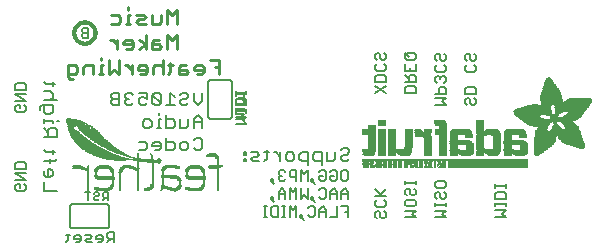
<source format=gbr>
G04 EAGLE Gerber RS-274X export*
G75*
%MOMM*%
%FSLAX34Y34*%
%LPD*%
%INSilkscreen Bottom*%
%IPPOS*%
%AMOC8*
5,1,8,0,0,1.08239X$1,22.5*%
G01*
%ADD10C,0.203200*%
%ADD11C,0.152400*%
%ADD12C,0.177800*%
%ADD13C,0.228600*%
%ADD14R,6.839700X0.016800*%
%ADD15R,0.268300X0.016800*%
%ADD16R,0.268200X0.016800*%
%ADD17R,0.251500X0.016800*%
%ADD18R,0.301800X0.016800*%
%ADD19R,0.251400X0.016800*%
%ADD20R,0.285000X0.016800*%
%ADD21R,0.301700X0.016800*%
%ADD22R,0.419100X0.016800*%
%ADD23R,0.318500X0.016800*%
%ADD24R,0.586700X0.016800*%
%ADD25R,0.586800X0.016800*%
%ADD26R,6.839700X0.016700*%
%ADD27R,0.268300X0.016700*%
%ADD28R,0.251400X0.016700*%
%ADD29R,0.251500X0.016700*%
%ADD30R,0.301800X0.016700*%
%ADD31R,0.285000X0.016700*%
%ADD32R,0.301700X0.016700*%
%ADD33R,0.419100X0.016700*%
%ADD34R,0.318500X0.016700*%
%ADD35R,0.586700X0.016700*%
%ADD36R,0.586800X0.016700*%
%ADD37R,0.318600X0.016800*%
%ADD38R,0.569900X0.016800*%
%ADD39R,0.335300X0.016800*%
%ADD40R,0.234700X0.016800*%
%ADD41R,0.234700X0.016700*%
%ADD42R,0.016700X0.016700*%
%ADD43R,0.318600X0.016700*%
%ADD44R,0.569900X0.016700*%
%ADD45R,0.335300X0.016700*%
%ADD46R,0.217900X0.016800*%
%ADD47R,0.033500X0.016800*%
%ADD48R,0.570000X0.016800*%
%ADD49R,0.201100X0.016700*%
%ADD50R,0.050300X0.016700*%
%ADD51R,0.670500X0.016700*%
%ADD52R,1.005800X0.016700*%
%ADD53R,0.570000X0.016700*%
%ADD54R,0.201100X0.016800*%
%ADD55R,0.067000X0.016800*%
%ADD56R,0.670500X0.016800*%
%ADD57R,1.005800X0.016800*%
%ADD58R,0.184400X0.016800*%
%ADD59R,0.989000X0.016800*%
%ADD60R,0.184400X0.016700*%
%ADD61R,0.067000X0.016700*%
%ADD62R,0.989000X0.016700*%
%ADD63R,0.167600X0.016800*%
%ADD64R,0.083800X0.016800*%
%ADD65R,0.637000X0.016800*%
%ADD66R,0.955500X0.016800*%
%ADD67R,0.150800X0.016800*%
%ADD68R,0.100600X0.016800*%
%ADD69R,0.536400X0.016800*%
%ADD70R,0.854900X0.016800*%
%ADD71R,0.150800X0.016700*%
%ADD72R,0.100600X0.016700*%
%ADD73R,0.352000X0.016700*%
%ADD74R,0.435900X0.016700*%
%ADD75R,0.402400X0.016700*%
%ADD76R,0.368800X0.016700*%
%ADD77R,0.134100X0.016800*%
%ADD78R,0.117300X0.016800*%
%ADD79R,0.435900X0.016800*%
%ADD80R,0.368900X0.016800*%
%ADD81R,0.603500X0.016800*%
%ADD82R,0.134100X0.016700*%
%ADD83R,0.117300X0.016700*%
%ADD84R,0.452600X0.016700*%
%ADD85R,0.620300X0.016700*%
%ADD86R,0.284900X0.016800*%
%ADD87R,0.486200X0.016800*%
%ADD88R,0.653800X0.016800*%
%ADD89R,0.804700X0.016800*%
%ADD90R,0.150900X0.016700*%
%ADD91R,0.268200X0.016700*%
%ADD92R,0.737600X0.016700*%
%ADD93R,0.603500X0.016700*%
%ADD94R,0.922000X0.016700*%
%ADD95R,0.150900X0.016800*%
%ADD96R,0.821400X0.016800*%
%ADD97R,0.972300X0.016800*%
%ADD98R,0.989100X0.016800*%
%ADD99R,0.083800X0.016700*%
%ADD100R,0.167600X0.016700*%
%ADD101R,0.821400X0.016700*%
%ADD102R,0.989100X0.016700*%
%ADD103R,0.201200X0.016700*%
%ADD104R,0.050300X0.016800*%
%ADD105R,0.201200X0.016800*%
%ADD106R,0.217900X0.016700*%
%ADD107R,0.284900X0.016700*%
%ADD108R,0.352100X0.016800*%
%ADD109R,0.620300X0.016800*%
%ADD110R,0.385600X0.016800*%
%ADD111R,0.335200X0.016800*%
%ADD112R,0.385600X0.016700*%
%ADD113R,0.687400X0.016700*%
%ADD114R,13.998000X0.016800*%
%ADD115R,13.998000X0.016700*%
%ADD116R,0.637000X0.016700*%
%ADD117R,0.486100X0.016700*%
%ADD118R,0.637100X0.016700*%
%ADD119R,0.519700X0.016700*%
%ADD120R,0.536500X0.016700*%
%ADD121R,0.787900X0.016800*%
%ADD122R,0.687400X0.016800*%
%ADD123R,0.771200X0.016800*%
%ADD124R,0.637100X0.016800*%
%ADD125R,0.720800X0.016800*%
%ADD126R,0.704100X0.016800*%
%ADD127R,0.754400X0.016800*%
%ADD128R,0.838200X0.016700*%
%ADD129R,0.871800X0.016700*%
%ADD130R,0.871700X0.016700*%
%ADD131R,0.402400X0.016800*%
%ADD132R,0.922100X0.016800*%
%ADD133R,0.938800X0.016800*%
%ADD134R,0.938800X0.016700*%
%ADD135R,1.022600X0.016700*%
%ADD136R,0.972400X0.016700*%
%ADD137R,0.972300X0.016700*%
%ADD138R,0.469400X0.016800*%
%ADD139R,1.072900X0.016800*%
%ADD140R,1.022600X0.016800*%
%ADD141R,1.005900X0.016800*%
%ADD142R,0.502900X0.016800*%
%ADD143R,1.123200X0.016800*%
%ADD144R,1.056200X0.016800*%
%ADD145R,1.123100X0.016800*%
%ADD146R,1.139900X0.016700*%
%ADD147R,1.089600X0.016700*%
%ADD148R,0.553200X0.016800*%
%ADD149R,1.190200X0.016800*%
%ADD150R,1.190300X0.016800*%
%ADD151R,1.039400X0.016800*%
%ADD152R,1.223700X0.016800*%
%ADD153R,1.173500X0.016800*%
%ADD154R,1.223800X0.016800*%
%ADD155R,1.240500X0.016700*%
%ADD156R,1.173500X0.016700*%
%ADD157R,1.240600X0.016700*%
%ADD158R,1.190300X0.016700*%
%ADD159R,1.056200X0.016700*%
%ADD160R,1.274100X0.016800*%
%ADD161R,1.274000X0.016800*%
%ADD162R,1.307600X0.016800*%
%ADD163R,1.257300X0.016800*%
%ADD164R,1.324400X0.016800*%
%ADD165R,0.687300X0.016700*%
%ADD166R,1.324400X0.016700*%
%ADD167R,1.307500X0.016700*%
%ADD168R,1.274100X0.016700*%
%ADD169R,1.072900X0.016700*%
%ADD170R,2.011600X0.016800*%
%ADD171R,1.324300X0.016800*%
%ADD172R,1.978100X0.016800*%
%ADD173R,2.011600X0.016700*%
%ADD174R,1.357900X0.016700*%
%ADD175R,1.994900X0.016700*%
%ADD176R,1.341200X0.016700*%
%ADD177R,1.089700X0.016700*%
%ADD178R,0.754300X0.016800*%
%ADD179R,1.994900X0.016800*%
%ADD180R,1.995000X0.016800*%
%ADD181R,1.089700X0.016800*%
%ADD182R,0.787900X0.016700*%
%ADD183R,1.995000X0.016700*%
%ADD184R,2.028400X0.016800*%
%ADD185R,2.011700X0.016800*%
%ADD186R,1.106500X0.016800*%
%ADD187R,2.028400X0.016700*%
%ADD188R,2.011700X0.016700*%
%ADD189R,1.106500X0.016700*%
%ADD190R,0.888400X0.016800*%
%ADD191R,0.922000X0.016800*%
%ADD192R,0.938700X0.016700*%
%ADD193R,2.045200X0.016800*%
%ADD194R,0.938700X0.016800*%
%ADD195R,0.670600X0.016700*%
%ADD196R,0.888500X0.016700*%
%ADD197R,2.045200X0.016700*%
%ADD198R,0.888400X0.016700*%
%ADD199R,0.804600X0.016800*%
%ADD200R,2.028500X0.016800*%
%ADD201R,1.056100X0.016700*%
%ADD202R,0.771100X0.016700*%
%ADD203R,0.754300X0.016700*%
%ADD204R,2.028500X0.016700*%
%ADD205R,0.737700X0.016700*%
%ADD206R,1.072800X0.016800*%
%ADD207R,0.871700X0.016800*%
%ADD208R,0.737600X0.016800*%
%ADD209R,0.871800X0.016800*%
%ADD210R,1.089600X0.016800*%
%ADD211R,0.704000X0.016800*%
%ADD212R,0.687300X0.016800*%
%ADD213R,0.670600X0.016800*%
%ADD214R,1.123100X0.016700*%
%ADD215R,0.720800X0.016700*%
%ADD216R,0.653700X0.016700*%
%ADD217R,0.653800X0.016700*%
%ADD218R,1.139900X0.016800*%
%ADD219R,1.173400X0.016800*%
%ADD220R,1.190200X0.016700*%
%ADD221R,1.207000X0.016800*%
%ADD222R,1.240500X0.016800*%
%ADD223R,0.469400X0.016700*%
%ADD224R,1.274000X0.016700*%
%ADD225R,0.519600X0.016800*%
%ADD226R,1.341100X0.016800*%
%ADD227R,0.771200X0.016700*%
%ADD228R,1.374600X0.016700*%
%ADD229R,0.838200X0.016800*%
%ADD230R,1.391400X0.016800*%
%ADD231R,1.424900X0.016800*%
%ADD232R,1.441700X0.016700*%
%ADD233R,1.475200X0.016800*%
%ADD234R,1.491900X0.016700*%
%ADD235R,1.525500X0.016800*%
%ADD236R,1.559000X0.016700*%
%ADD237R,1.575800X0.016800*%
%ADD238R,1.307600X0.016700*%
%ADD239R,1.592500X0.016700*%
%ADD240R,1.374700X0.016800*%
%ADD241R,1.609300X0.016800*%
%ADD242R,1.408200X0.016800*%
%ADD243R,1.626100X0.016800*%
%ADD244R,1.626100X0.016700*%
%ADD245R,1.508800X0.016800*%
%ADD246R,1.659600X0.016800*%
%ADD247R,1.559000X0.016800*%
%ADD248R,1.676400X0.016800*%
%ADD249R,1.575800X0.016700*%
%ADD250R,1.676400X0.016700*%
%ADD251R,1.978100X0.016700*%
%ADD252R,1.693100X0.016800*%
%ADD253R,1.642800X0.016800*%
%ADD254R,1.709900X0.016800*%
%ADD255R,1.961300X0.016800*%
%ADD256R,1.726600X0.016700*%
%ADD257R,1.961300X0.016700*%
%ADD258R,1.693200X0.016800*%
%ADD259R,1.726600X0.016800*%
%ADD260R,1.944600X0.016800*%
%ADD261R,1.726700X0.016700*%
%ADD262R,1.743400X0.016700*%
%ADD263R,1.944600X0.016700*%
%ADD264R,1.726700X0.016800*%
%ADD265R,1.760200X0.016800*%
%ADD266R,1.927800X0.016800*%
%ADD267R,1.911000X0.016800*%
%ADD268R,1.793700X0.016700*%
%ADD269R,1.776900X0.016700*%
%ADD270R,1.911100X0.016700*%
%ADD271R,1.894300X0.016700*%
%ADD272R,1.793800X0.016800*%
%ADD273R,1.776900X0.016800*%
%ADD274R,1.911100X0.016800*%
%ADD275R,1.894300X0.016800*%
%ADD276R,1.827300X0.016800*%
%ADD277R,1.810500X0.016800*%
%ADD278R,1.877500X0.016800*%
%ADD279R,1.844100X0.016700*%
%ADD280R,1.810500X0.016700*%
%ADD281R,1.860800X0.016700*%
%ADD282R,1.844000X0.016700*%
%ADD283R,1.860900X0.016800*%
%ADD284R,1.844000X0.016800*%
%ADD285R,1.827200X0.016800*%
%ADD286R,1.860800X0.016800*%
%ADD287R,1.793700X0.016800*%
%ADD288R,1.877600X0.016700*%
%ADD289R,1.827200X0.016700*%
%ADD290R,1.927800X0.016700*%
%ADD291R,1.927900X0.016800*%
%ADD292R,1.944700X0.016700*%
%ADD293R,1.877500X0.016700*%
%ADD294R,1.961400X0.016800*%
%ADD295R,1.961400X0.016700*%
%ADD296R,1.978200X0.016800*%
%ADD297R,1.911000X0.016700*%
%ADD298R,0.620200X0.016800*%
%ADD299R,1.425000X0.016800*%
%ADD300R,0.620200X0.016700*%
%ADD301R,1.425000X0.016700*%
%ADD302R,0.653700X0.016800*%
%ADD303R,0.704100X0.016700*%
%ADD304R,0.804700X0.016700*%
%ADD305R,0.905200X0.016800*%
%ADD306R,1.894400X0.016800*%
%ADD307R,1.927900X0.016700*%
%ADD308R,1.877600X0.016800*%
%ADD309R,3.889300X0.016800*%
%ADD310R,3.872500X0.016700*%
%ADD311R,3.872500X0.016800*%
%ADD312R,3.855700X0.016700*%
%ADD313R,0.754400X0.016700*%
%ADD314R,3.855700X0.016800*%
%ADD315R,3.839000X0.016800*%
%ADD316R,0.720900X0.016800*%
%ADD317R,3.822200X0.016700*%
%ADD318R,2.715700X0.016800*%
%ADD319R,2.632000X0.016800*%
%ADD320R,1.290800X0.016800*%
%ADD321R,2.615200X0.016700*%
%ADD322R,1.257300X0.016700*%
%ADD323R,2.581700X0.016800*%
%ADD324R,1.240600X0.016800*%
%ADD325R,2.564900X0.016800*%
%ADD326R,1.760300X0.016800*%
%ADD327R,2.531400X0.016700*%
%ADD328R,1.156700X0.016700*%
%ADD329R,2.514600X0.016800*%
%ADD330R,0.955600X0.016800*%
%ADD331R,2.497800X0.016800*%
%ADD332R,1.659700X0.016800*%
%ADD333R,2.464300X0.016700*%
%ADD334R,1.039300X0.016700*%
%ADD335R,2.447500X0.016800*%
%ADD336R,1.592500X0.016800*%
%ADD337R,0.536500X0.016800*%
%ADD338R,2.430800X0.016700*%
%ADD339R,1.559100X0.016700*%
%ADD340R,1.542300X0.016700*%
%ADD341R,0.502900X0.016700*%
%ADD342R,2.414000X0.016800*%
%ADD343R,0.905300X0.016800*%
%ADD344R,1.508700X0.016800*%
%ADD345R,0.888500X0.016800*%
%ADD346R,2.397300X0.016800*%
%ADD347R,1.441700X0.016800*%
%ADD348R,0.452700X0.016800*%
%ADD349R,1.290900X0.016700*%
%ADD350R,1.156700X0.016800*%
%ADD351R,0.855000X0.016800*%
%ADD352R,1.123200X0.016700*%
%ADD353R,0.720900X0.016700*%
%ADD354R,1.106400X0.016800*%
%ADD355R,1.106400X0.016700*%
%ADD356R,0.771100X0.016800*%
%ADD357R,0.435800X0.016700*%
%ADD358R,1.592600X0.016700*%
%ADD359R,0.435800X0.016800*%
%ADD360R,1.642900X0.016800*%
%ADD361R,0.402300X0.016800*%
%ADD362R,1.793800X0.016700*%
%ADD363R,0.368800X0.016800*%
%ADD364R,1.056100X0.016800*%
%ADD365R,1.039400X0.016700*%
%ADD366R,2.078800X0.016800*%
%ADD367R,0.335200X0.016700*%
%ADD368R,2.145800X0.016700*%
%ADD369R,2.162600X0.016800*%
%ADD370R,0.352000X0.016800*%
%ADD371R,2.212800X0.016800*%
%ADD372R,2.279900X0.016700*%
%ADD373R,2.330200X0.016800*%
%ADD374R,2.799500X0.016800*%
%ADD375R,2.816300X0.016700*%
%ADD376R,0.955500X0.016700*%
%ADD377R,2.849900X0.016800*%
%ADD378R,2.916900X0.016800*%
%ADD379R,4.224500X0.016700*%
%ADD380R,4.291600X0.016800*%
%ADD381R,4.409000X0.016800*%
%ADD382R,4.509500X0.016700*%
%ADD383R,4.526300X0.016800*%
%ADD384R,4.626800X0.016700*%
%ADD385R,4.693900X0.016800*%
%ADD386R,4.727400X0.016800*%
%ADD387R,2.548200X0.016700*%
%ADD388R,2.179300X0.016700*%
%ADD389R,2.430800X0.016800*%
%ADD390R,2.414000X0.016700*%
%ADD391R,2.414100X0.016800*%
%ADD392R,2.430700X0.016700*%
%ADD393R,2.447600X0.016700*%
%ADD394R,1.559100X0.016800*%
%ADD395R,1.525500X0.016700*%
%ADD396R,1.492000X0.016800*%
%ADD397R,1.491900X0.016800*%
%ADD398R,1.458500X0.016700*%
%ADD399R,2.061900X0.016800*%
%ADD400R,1.408100X0.016700*%
%ADD401R,0.905200X0.016700*%
%ADD402R,2.112300X0.016700*%
%ADD403R,2.179300X0.016800*%
%ADD404R,1.408200X0.016700*%
%ADD405R,2.212900X0.016700*%
%ADD406R,1.140000X0.016800*%
%ADD407R,3.319300X0.016800*%
%ADD408R,1.374700X0.016700*%
%ADD409R,0.402300X0.016700*%
%ADD410R,3.302500X0.016700*%
%ADD411R,3.285700X0.016800*%
%ADD412R,1.357900X0.016800*%
%ADD413R,3.269000X0.016800*%
%ADD414R,3.285800X0.016700*%
%ADD415R,3.268900X0.016800*%
%ADD416R,0.452700X0.016700*%
%ADD417R,3.268900X0.016700*%
%ADD418R,1.391400X0.016700*%
%ADD419R,3.269000X0.016700*%
%ADD420R,1.374600X0.016800*%
%ADD421R,0.519700X0.016800*%
%ADD422R,3.252200X0.016800*%
%ADD423R,3.235400X0.016800*%
%ADD424R,3.235400X0.016700*%
%ADD425R,3.218600X0.016800*%
%ADD426R,3.201900X0.016800*%
%ADD427R,3.201900X0.016700*%
%ADD428R,1.458500X0.016800*%
%ADD429R,1.525600X0.016800*%
%ADD430R,3.185100X0.016800*%
%ADD431R,2.531300X0.016700*%
%ADD432R,3.168400X0.016700*%
%ADD433R,2.531300X0.016800*%
%ADD434R,3.151600X0.016800*%
%ADD435R,2.548100X0.016800*%
%ADD436R,3.134900X0.016800*%
%ADD437R,2.564900X0.016700*%
%ADD438R,3.118100X0.016700*%
%ADD439R,2.581600X0.016800*%
%ADD440R,3.101400X0.016800*%
%ADD441R,2.598400X0.016700*%
%ADD442R,3.067900X0.016700*%
%ADD443R,2.598400X0.016800*%
%ADD444R,3.034300X0.016800*%
%ADD445R,2.615100X0.016800*%
%ADD446R,3.000800X0.016800*%
%ADD447R,2.631900X0.016700*%
%ADD448R,2.950500X0.016700*%
%ADD449R,2.648700X0.016800*%
%ADD450R,2.900200X0.016800*%
%ADD451R,2.665500X0.016800*%
%ADD452R,2.682200X0.016700*%
%ADD453R,2.799600X0.016700*%
%ADD454R,2.699000X0.016800*%
%ADD455R,2.732500X0.016800*%
%ADD456R,2.749300X0.016700*%
%ADD457R,2.632000X0.016700*%
%ADD458R,2.749300X0.016800*%
%ADD459R,2.766100X0.016700*%
%ADD460R,2.766100X0.016800*%
%ADD461R,2.481100X0.016800*%
%ADD462R,2.782900X0.016800*%
%ADD463R,2.380500X0.016700*%
%ADD464R,2.833100X0.016800*%
%ADD465R,1.592600X0.016800*%
%ADD466R,2.849900X0.016700*%
%ADD467R,2.883400X0.016800*%
%ADD468R,2.917000X0.016700*%
%ADD469R,2.933700X0.016800*%
%ADD470R,2.967200X0.016800*%
%ADD471R,2.967200X0.016700*%
%ADD472R,3.017500X0.016700*%
%ADD473R,3.051000X0.016800*%
%ADD474R,0.788000X0.016800*%
%ADD475R,3.084600X0.016800*%
%ADD476R,2.397300X0.016700*%
%ADD477R,2.397200X0.016800*%
%ADD478R,1.760200X0.016700*%
%ADD479R,2.397200X0.016700*%
%ADD480R,1.827300X0.016700*%
%ADD481R,2.380500X0.016800*%
%ADD482R,2.363700X0.016800*%
%ADD483R,2.363700X0.016700*%
%ADD484R,2.346900X0.016800*%
%ADD485R,2.296600X0.016700*%
%ADD486R,2.279900X0.016800*%
%ADD487R,2.246300X0.016800*%
%ADD488R,2.229600X0.016700*%
%ADD489R,2.129100X0.016800*%
%ADD490R,2.112300X0.016800*%
%ADD491R,1.609300X0.016700*%
%ADD492R,1.743400X0.016800*%
%ADD493R,1.693100X0.016700*%
%ADD494R,1.659700X0.016700*%
%ADD495R,1.575900X0.016800*%
%ADD496R,1.575900X0.016700*%
%ADD497R,1.475200X0.016700*%
%ADD498R,1.324300X0.016700*%
%ADD499R,1.290800X0.016700*%
%ADD500R,1.207000X0.016700*%
%ADD501R,0.854900X0.016700*%
%ADD502R,0.821500X0.016700*%
%ADD503R,0.821500X0.016800*%
%ADD504R,0.218000X0.016800*%
%ADD505R,0.137159X0.015241*%
%ADD506R,0.594359X0.015241*%
%ADD507R,0.335281X0.015241*%
%ADD508R,0.594363X0.015241*%
%ADD509R,0.243841X0.015238*%
%ADD510R,0.822959X0.015238*%
%ADD511R,0.472441X0.015238*%
%ADD512R,0.015238X0.015238*%
%ADD513R,0.426719X0.015238*%
%ADD514R,0.243838X0.015238*%
%ADD515R,0.822963X0.015238*%
%ADD516R,0.243841X0.015241*%
%ADD517R,0.975359X0.015241*%
%ADD518R,0.563878X0.015241*%
%ADD519R,0.030478X0.015241*%
%ADD520R,0.502919X0.015241*%
%ADD521R,0.243838X0.015241*%
%ADD522R,1.082037X0.015241*%
%ADD523R,0.655319X0.015241*%
%ADD524R,0.045719X0.015241*%
%ADD525R,0.548641X0.015241*%
%ADD526R,1.082041X0.015241*%
%ADD527R,1.203959X0.015241*%
%ADD528R,0.731522X0.015241*%
%ADD529R,0.060959X0.015241*%
%ADD530R,0.579119X0.015241*%
%ADD531R,1.188719X0.015241*%
%ADD532R,1.280163X0.015241*%
%ADD533R,0.792478X0.015241*%
%ADD534R,0.076200X0.015241*%
%ADD535R,1.280159X0.015241*%
%ADD536R,1.371600X0.015238*%
%ADD537R,0.868681X0.015238*%
%ADD538R,0.091438X0.015238*%
%ADD539R,0.624841X0.015238*%
%ADD540R,1.417319X0.015241*%
%ADD541R,0.929641X0.015241*%
%ADD542R,0.091438X0.015241*%
%ADD543R,0.640078X0.015241*%
%ADD544R,1.432559X0.015241*%
%ADD545R,0.975363X0.015241*%
%ADD546R,0.106678X0.015241*%
%ADD547R,1.447800X0.015241*%
%ADD548R,1.036319X0.015241*%
%ADD549R,0.121919X0.015241*%
%ADD550R,0.670559X0.015241*%
%ADD551R,1.463037X0.015241*%
%ADD552R,1.097278X0.015241*%
%ADD553R,0.685800X0.015241*%
%ADD554R,1.463041X0.015241*%
%ADD555R,1.478278X0.015238*%
%ADD556R,1.143000X0.015238*%
%ADD557R,0.152400X0.015238*%
%ADD558R,0.701041X0.015238*%
%ADD559R,1.493519X0.015241*%
%ADD560R,1.188722X0.015241*%
%ADD561R,0.167637X0.015241*%
%ADD562R,0.701037X0.015241*%
%ADD563R,1.508759X0.015241*%
%ADD564R,1.219200X0.015241*%
%ADD565R,0.182878X0.015241*%
%ADD566R,1.524000X0.015241*%
%ADD567R,0.198119X0.015241*%
%ADD568R,0.426719X0.015241*%
%ADD569R,0.777241X0.015241*%
%ADD570R,0.213359X0.015241*%
%ADD571R,0.518159X0.015241*%
%ADD572R,0.411478X0.015238*%
%ADD573R,0.396238X0.015238*%
%ADD574R,0.365759X0.015238*%
%ADD575R,0.685800X0.015238*%
%ADD576R,0.213359X0.015238*%
%ADD577R,0.441959X0.015238*%
%ADD578R,0.411481X0.015238*%
%ADD579R,0.396241X0.015238*%
%ADD580R,0.365759X0.015241*%
%ADD581R,0.335278X0.015241*%
%ADD582R,0.868678X0.015241*%
%ADD583R,0.396241X0.015241*%
%ADD584R,0.365762X0.015241*%
%ADD585R,0.350519X0.015241*%
%ADD586R,0.320041X0.015241*%
%ADD587R,0.350522X0.015241*%
%ADD588R,0.304800X0.015241*%
%ADD589R,0.731519X0.015241*%
%ADD590R,0.320038X0.015241*%
%ADD591R,0.289559X0.015241*%
%ADD592R,0.289559X0.015238*%
%ADD593R,0.274319X0.015238*%
%ADD594R,0.609600X0.015238*%
%ADD595R,0.304800X0.015238*%
%ADD596R,0.274322X0.015241*%
%ADD597R,0.274319X0.015241*%
%ADD598R,0.259081X0.015241*%
%ADD599R,0.457200X0.015241*%
%ADD600R,0.411478X0.015241*%
%ADD601R,0.259081X0.015238*%
%ADD602R,0.259078X0.015238*%
%ADD603R,0.259078X0.015241*%
%ADD604R,0.228600X0.015241*%
%ADD605R,0.228600X0.015238*%
%ADD606R,0.274322X0.015238*%
%ADD607R,1.295400X0.015241*%
%ADD608R,1.386841X0.015241*%
%ADD609R,1.478281X0.015241*%
%ADD610R,1.508763X0.015238*%
%ADD611R,0.320041X0.015238*%
%ADD612R,1.508759X0.015238*%
%ADD613R,1.539241X0.015241*%
%ADD614R,1.569722X0.015241*%
%ADD615R,1.584963X0.015241*%
%ADD616R,0.441959X0.015241*%
%ADD617R,1.584959X0.015241*%
%ADD618R,1.600200X0.015241*%
%ADD619R,0.640081X0.015241*%
%ADD620R,1.615441X0.015238*%
%ADD621R,0.899163X0.015238*%
%ADD622R,1.630681X0.015241*%
%ADD623R,1.127759X0.015241*%
%ADD624R,1.645922X0.015241*%
%ADD625R,1.569719X0.015241*%
%ADD626R,1.661163X0.015241*%
%ADD627R,1.554478X0.015241*%
%ADD628R,1.661159X0.015241*%
%ADD629R,1.661163X0.015238*%
%ADD630R,1.539238X0.015238*%
%ADD631R,1.661159X0.015238*%
%ADD632R,1.676400X0.015241*%
%ADD633R,0.381000X0.015241*%
%ADD634R,1.478278X0.015241*%
%ADD635R,1.432559X0.015238*%
%ADD636R,1.402078X0.015241*%
%ADD637R,1.356359X0.015241*%
%ADD638R,1.310638X0.015241*%
%ADD639R,0.381000X0.015238*%
%ADD640R,0.472441X0.015241*%
%ADD641R,0.289563X0.015241*%
%ADD642R,0.472438X0.015241*%
%ADD643R,0.533400X0.015241*%
%ADD644R,0.548638X0.015238*%
%ADD645R,0.320038X0.015238*%
%ADD646R,0.716281X0.015241*%
%ADD647R,0.411481X0.015241*%
%ADD648R,0.015238X0.015241*%
%ADD649R,0.426722X0.015241*%
%ADD650R,0.883919X0.015241*%
%ADD651R,0.502922X0.015241*%
%ADD652R,0.487678X0.015241*%
%ADD653R,0.746759X0.015241*%
%ADD654R,0.487681X0.015241*%
%ADD655R,0.579122X0.015241*%
%ADD656R,0.914400X0.015238*%
%ADD657R,1.447800X0.015238*%
%ADD658R,0.350519X0.015238*%
%ADD659R,0.563881X0.015238*%
%ADD660R,0.198119X0.015238*%
%ADD661R,1.051559X0.015238*%
%ADD662R,0.182881X0.015241*%
%ADD663R,1.021078X0.015241*%
%ADD664R,0.960119X0.015241*%
%ADD665R,1.402081X0.015241*%
%ADD666R,1.234441X0.015241*%
%ADD667R,0.167641X0.015241*%
%ADD668R,1.005841X0.015241*%
%ADD669R,0.990600X0.015241*%
%ADD670R,1.386838X0.015241*%
%ADD671R,0.152400X0.015241*%
%ADD672R,1.143000X0.015241*%
%ADD673R,1.356363X0.015241*%
%ADD674R,0.944878X0.015241*%
%ADD675R,1.036319X0.015238*%
%ADD676R,1.325881X0.015238*%
%ADD677R,1.402078X0.015238*%
%ADD678R,1.112522X0.015238*%
%ADD679R,0.137159X0.015238*%
%ADD680R,1.051559X0.015241*%
%ADD681R,1.066800X0.015241*%
%ADD682R,1.264919X0.015241*%
%ADD683R,1.371600X0.015241*%
%ADD684R,0.106681X0.015241*%
%ADD685R,0.853441X0.015241*%
%ADD686R,1.112519X0.015241*%
%ADD687R,1.203963X0.015241*%
%ADD688R,0.091441X0.015241*%
%ADD689R,0.822959X0.015241*%
%ADD690R,1.173481X0.015241*%
%ADD691R,1.341119X0.015241*%
%ADD692R,0.914400X0.015241*%
%ADD693R,1.158241X0.015238*%
%ADD694R,1.112519X0.015238*%
%ADD695R,1.325878X0.015238*%
%ADD696R,0.853441X0.015238*%
%ADD697R,0.060959X0.015238*%
%ADD698R,0.762000X0.015238*%
%ADD699R,1.249681X0.015241*%
%ADD700R,1.036322X0.015241*%
%ADD701R,0.716278X0.015241*%
%ADD702R,0.883922X0.015241*%
%ADD703R,0.030481X0.015241*%
%ADD704R,0.624841X0.015241*%
%ADD705R,0.563881X0.015241*%
%ADD706R,0.015241X0.015241*%
%ADD707R,0.502919X0.015238*%
%ADD708R,0.777241X0.015238*%
%ADD709R,0.457200X0.015238*%
%ADD710R,0.838200X0.015241*%
%ADD711R,1.615441X0.015241*%
%ADD712R,1.752600X0.015241*%
%ADD713R,1.859281X0.015241*%
%ADD714R,2.118359X0.015238*%
%ADD715R,2.118359X0.015241*%
%ADD716R,2.209800X0.015241*%
%ADD717R,2.286000X0.015241*%
%ADD718R,0.198122X0.015241*%
%ADD719R,2.362200X0.015238*%
%ADD720R,1.082041X0.015238*%
%ADD721R,1.828800X0.015241*%
%ADD722R,1.417322X0.015241*%
%ADD723R,2.971800X0.015241*%
%ADD724R,1.173478X0.015241*%
%ADD725R,0.807722X0.015241*%
%ADD726R,0.441963X0.015241*%
%ADD727R,0.594359X0.015238*%
%ADD728R,1.249678X0.015238*%
%ADD729R,0.624838X0.015238*%
%ADD730R,1.158241X0.015241*%
%ADD731R,0.777238X0.015241*%
%ADD732R,0.929638X0.015241*%
%ADD733R,0.944881X0.015241*%
%ADD734R,2.042162X0.015241*%
%ADD735R,0.167641X0.015238*%
%ADD736R,2.026919X0.015238*%
%ADD737R,1.935478X0.015241*%
%ADD738R,1.706881X0.015241*%
%ADD739R,0.076200X0.015238*%
%ADD740R,1.524000X0.015238*%
%ADD741R,1.325878X0.015241*%
%ADD742R,1.158238X0.015241*%
%ADD743R,0.106678X0.015238*%
%ADD744R,0.213363X0.015238*%
%ADD745R,1.021081X0.015241*%
%ADD746R,0.960122X0.015241*%
%ADD747R,1.798319X0.015241*%
%ADD748R,0.944881X0.015238*%
%ADD749R,0.335278X0.015238*%
%ADD750R,1.691641X0.015238*%
%ADD751R,0.213363X0.015241*%
%ADD752R,1.950722X0.015241*%
%ADD753R,0.899159X0.015241*%
%ADD754R,0.883922X0.015238*%
%ADD755R,0.045719X0.015238*%
%ADD756R,1.950722X0.015238*%
%ADD757R,0.868681X0.015241*%
%ADD758R,1.935481X0.015241*%
%ADD759R,1.920241X0.015241*%
%ADD760R,0.015241X0.015238*%
%ADD761R,0.518159X0.015238*%
%ADD762R,1.905000X0.015238*%
%ADD763R,0.548638X0.015241*%
%ADD764R,1.905000X0.015241*%
%ADD765R,1.889759X0.015241*%
%ADD766R,1.889763X0.015241*%
%ADD767R,1.874519X0.015241*%
%ADD768R,1.859281X0.015238*%
%ADD769R,0.609600X0.015241*%
%ADD770R,1.859278X0.015241*%
%ADD771R,1.844041X0.015241*%
%ADD772R,1.844037X0.015241*%
%ADD773R,0.670559X0.015238*%
%ADD774R,1.828800X0.015238*%
%ADD775R,0.701041X0.015241*%
%ADD776R,1.798322X0.015241*%
%ADD777R,0.731519X0.015238*%
%ADD778R,1.798319X0.015238*%
%ADD779R,0.762000X0.015241*%
%ADD780R,1.783078X0.015241*%
%ADD781R,1.691641X0.015241*%
%ADD782R,0.167637X0.015238*%
%ADD783R,1.356359X0.015238*%
%ADD784R,0.929641X0.015238*%
%ADD785R,0.701037X0.015238*%
%ADD786R,0.853438X0.015241*%
%ADD787R,0.807719X0.015241*%
%ADD788R,0.792481X0.015241*%
%ADD789R,0.822963X0.015241*%
%ADD790R,1.706878X0.015241*%
%ADD791R,0.960122X0.015238*%
%ADD792R,1.645922X0.015238*%
%ADD793R,1.645919X0.015241*%
%ADD794R,0.045722X0.015241*%
%ADD795R,0.030481X0.015238*%
%ADD796R,1.615438X0.015238*%
%ADD797R,1.005841X0.015238*%
%ADD798R,1.569719X0.015238*%
%ADD799R,1.554481X0.015241*%
%ADD800R,1.539238X0.015241*%
%ADD801R,1.066800X0.015238*%
%ADD802R,1.493522X0.015241*%
%ADD803R,1.097281X0.015238*%
%ADD804R,1.432562X0.015241*%
%ADD805R,1.417319X0.015238*%
%ADD806R,0.960119X0.015238*%
%ADD807R,1.325881X0.015241*%
%ADD808R,1.051562X0.015241*%
%ADD809R,1.097281X0.015241*%
%ADD810R,0.746759X0.015238*%
%ADD811R,0.655322X0.015241*%
%ADD812R,0.060963X0.015241*%
%ADD813R,1.234438X0.015241*%
%ADD814R,1.188719X0.015238*%
%ADD815R,1.219200X0.015238*%
%ADD816R,1.173481X0.015238*%
%ADD817R,1.127763X0.015241*%
%ADD818R,1.127759X0.015238*%
%ADD819R,1.203959X0.015238*%
%ADD820R,1.051562X0.015238*%
%ADD821R,1.249681X0.015238*%
%ADD822R,0.030478X0.015238*%
%ADD823R,1.310638X0.015238*%
%ADD824R,1.341122X0.015241*%
%ADD825R,1.386841X0.015238*%
%ADD826R,0.563878X0.015238*%
%ADD827R,0.838200X0.015238*%
%ADD828R,0.807719X0.015238*%
%ADD829R,0.899159X0.015238*%
%ADD830R,0.746762X0.015241*%
%ADD831R,0.716278X0.015238*%
%ADD832R,0.533400X0.015238*%
%ADD833R,0.990600X0.015238*%
%ADD834R,0.198122X0.015238*%
%ADD835R,0.579119X0.015238*%
%ADD836R,0.137162X0.015241*%
%ADD837R,0.182878X0.015238*%
%ADD838R,1.600200X0.015238*%
%ADD839R,0.182881X0.015238*%
%ADD840R,1.554481X0.015238*%
%ADD841R,1.508763X0.015241*%
%ADD842R,0.091441X0.015238*%
%ADD843R,1.463041X0.015238*%
%ADD844R,1.280159X0.015238*%
%ADD845R,1.249678X0.015241*%
%ADD846C,0.304800*%


D10*
X166624Y151393D02*
X166624Y144275D01*
X163065Y140716D01*
X159506Y144275D01*
X159506Y151393D01*
X149591Y151393D02*
X147812Y149614D01*
X149591Y151393D02*
X153151Y151393D01*
X154930Y149614D01*
X154930Y147834D01*
X153151Y146055D01*
X149591Y146055D01*
X147812Y144275D01*
X147812Y142496D01*
X149591Y140716D01*
X153151Y140716D01*
X154930Y142496D01*
X143236Y147834D02*
X139677Y151393D01*
X139677Y140716D01*
X143236Y140716D02*
X136118Y140716D01*
X131542Y142496D02*
X131542Y149614D01*
X129763Y151393D01*
X126204Y151393D01*
X124424Y149614D01*
X124424Y142496D01*
X126204Y140716D01*
X129763Y140716D01*
X131542Y142496D01*
X124424Y149614D01*
X119848Y151393D02*
X112730Y151393D01*
X119848Y151393D02*
X119848Y146055D01*
X116289Y147834D01*
X114510Y147834D01*
X112730Y146055D01*
X112730Y142496D01*
X114510Y140716D01*
X118069Y140716D01*
X119848Y142496D01*
X108154Y149614D02*
X106375Y151393D01*
X102816Y151393D01*
X101036Y149614D01*
X101036Y147834D01*
X102816Y146055D01*
X104595Y146055D01*
X102816Y146055D02*
X101036Y144275D01*
X101036Y142496D01*
X102816Y140716D01*
X106375Y140716D01*
X108154Y142496D01*
X96460Y140716D02*
X96460Y151393D01*
X91122Y151393D01*
X89342Y149614D01*
X89342Y147834D01*
X91122Y146055D01*
X89342Y144275D01*
X89342Y142496D01*
X91122Y140716D01*
X96460Y140716D01*
X96460Y146055D02*
X91122Y146055D01*
X166624Y128784D02*
X166624Y121666D01*
X166624Y128784D02*
X163065Y132343D01*
X159506Y128784D01*
X159506Y121666D01*
X159506Y127005D02*
X166624Y127005D01*
X154930Y128784D02*
X154930Y123446D01*
X153151Y121666D01*
X147812Y121666D01*
X147812Y128784D01*
X136118Y132343D02*
X136118Y121666D01*
X141457Y121666D01*
X143236Y123446D01*
X143236Y127005D01*
X141457Y128784D01*
X136118Y128784D01*
X131542Y128784D02*
X129763Y128784D01*
X129763Y121666D01*
X131542Y121666D02*
X127983Y121666D01*
X129763Y132343D02*
X129763Y134123D01*
X121967Y121666D02*
X118408Y121666D01*
X116628Y123446D01*
X116628Y127005D01*
X118408Y128784D01*
X121967Y128784D01*
X123746Y127005D01*
X123746Y123446D01*
X121967Y121666D01*
X159506Y111514D02*
X161285Y113293D01*
X164845Y113293D01*
X166624Y111514D01*
X166624Y104396D01*
X164845Y102616D01*
X161285Y102616D01*
X159506Y104396D01*
X153151Y102616D02*
X149591Y102616D01*
X147812Y104396D01*
X147812Y107955D01*
X149591Y109734D01*
X153151Y109734D01*
X154930Y107955D01*
X154930Y104396D01*
X153151Y102616D01*
X136118Y102616D02*
X136118Y113293D01*
X136118Y102616D02*
X141457Y102616D01*
X143236Y104396D01*
X143236Y107955D01*
X141457Y109734D01*
X136118Y109734D01*
X129763Y102616D02*
X126204Y102616D01*
X129763Y102616D02*
X131542Y104396D01*
X131542Y107955D01*
X129763Y109734D01*
X126204Y109734D01*
X124424Y107955D01*
X124424Y106175D01*
X131542Y106175D01*
X118069Y109734D02*
X112730Y109734D01*
X118069Y109734D02*
X119848Y107955D01*
X119848Y104396D01*
X118069Y102616D01*
X112730Y102616D01*
D11*
X285746Y85605D02*
X288627Y85605D01*
X290068Y84165D01*
X290068Y78403D01*
X288627Y76962D01*
X285746Y76962D01*
X284306Y78403D01*
X284306Y84165D01*
X285746Y85605D01*
X276391Y85605D02*
X274951Y84165D01*
X276391Y85605D02*
X279272Y85605D01*
X280713Y84165D01*
X280713Y78403D01*
X279272Y76962D01*
X276391Y76962D01*
X274951Y78403D01*
X274951Y81284D01*
X277832Y81284D01*
X267036Y85605D02*
X265595Y84165D01*
X267036Y85605D02*
X269917Y85605D01*
X271358Y84165D01*
X271358Y78403D01*
X269917Y76962D01*
X267036Y76962D01*
X265595Y78403D01*
X265595Y81284D01*
X268477Y81284D01*
X262002Y74081D02*
X259121Y76962D01*
X259121Y78403D01*
X260562Y78403D01*
X260562Y76962D01*
X259121Y76962D01*
X255766Y76962D02*
X255766Y85605D01*
X252885Y82724D01*
X250003Y85605D01*
X250003Y76962D01*
X246410Y76962D02*
X246410Y85605D01*
X242089Y85605D01*
X240648Y84165D01*
X240648Y81284D01*
X242089Y79843D01*
X246410Y79843D01*
X237055Y84165D02*
X235615Y85605D01*
X232734Y85605D01*
X231293Y84165D01*
X231293Y82724D01*
X232734Y81284D01*
X234174Y81284D01*
X232734Y81284D02*
X231293Y79843D01*
X231293Y78403D01*
X232734Y76962D01*
X235615Y76962D01*
X237055Y78403D01*
X227700Y74081D02*
X224819Y76962D01*
X224819Y78403D01*
X226260Y78403D01*
X226260Y76962D01*
X224819Y76962D01*
X290068Y67484D02*
X290068Y61722D01*
X290068Y67484D02*
X287187Y70365D01*
X284306Y67484D01*
X284306Y61722D01*
X284306Y66044D02*
X290068Y66044D01*
X280713Y67484D02*
X280713Y61722D01*
X280713Y67484D02*
X277832Y70365D01*
X274951Y67484D01*
X274951Y61722D01*
X274951Y66044D02*
X280713Y66044D01*
X267036Y70365D02*
X265595Y68925D01*
X267036Y70365D02*
X269917Y70365D01*
X271358Y68925D01*
X271358Y63163D01*
X269917Y61722D01*
X267036Y61722D01*
X265595Y63163D01*
X262002Y58841D02*
X259121Y61722D01*
X259121Y63163D01*
X260562Y63163D01*
X260562Y61722D01*
X259121Y61722D01*
X255766Y61722D02*
X255766Y70365D01*
X252885Y64603D02*
X255766Y61722D01*
X252885Y64603D02*
X250003Y61722D01*
X250003Y70365D01*
X246410Y70365D02*
X246410Y61722D01*
X243529Y67484D02*
X246410Y70365D01*
X243529Y67484D02*
X240648Y70365D01*
X240648Y61722D01*
X237055Y61722D02*
X237055Y67484D01*
X234174Y70365D01*
X231293Y67484D01*
X231293Y61722D01*
X231293Y66044D02*
X237055Y66044D01*
X227700Y58841D02*
X224819Y61722D01*
X224819Y63163D01*
X226260Y63163D01*
X226260Y61722D01*
X224819Y61722D01*
X290068Y55125D02*
X290068Y46482D01*
X290068Y55125D02*
X284306Y55125D01*
X287187Y50804D02*
X290068Y50804D01*
X280713Y55125D02*
X280713Y46482D01*
X274951Y46482D01*
X271358Y46482D02*
X271358Y52244D01*
X268477Y55125D01*
X265595Y52244D01*
X265595Y46482D01*
X265595Y50804D02*
X271358Y50804D01*
X257681Y55125D02*
X256240Y53685D01*
X257681Y55125D02*
X260562Y55125D01*
X262002Y53685D01*
X262002Y47923D01*
X260562Y46482D01*
X257681Y46482D01*
X256240Y47923D01*
X252647Y43601D02*
X249766Y46482D01*
X249766Y47923D01*
X251207Y47923D01*
X251207Y46482D01*
X249766Y46482D01*
X246410Y46482D02*
X246410Y55125D01*
X243529Y52244D01*
X240648Y55125D01*
X240648Y46482D01*
X237055Y46482D02*
X234174Y46482D01*
X235615Y46482D02*
X235615Y55125D01*
X237055Y55125D02*
X234174Y55125D01*
X230819Y55125D02*
X230819Y46482D01*
X226497Y46482D01*
X225056Y47923D01*
X225056Y53685D01*
X226497Y55125D01*
X230819Y55125D01*
X221463Y46482D02*
X218582Y46482D01*
X220023Y46482D02*
X220023Y55125D01*
X221463Y55125D02*
X218582Y55125D01*
D10*
X283966Y102624D02*
X285745Y104403D01*
X289305Y104403D01*
X291084Y102624D01*
X291084Y100844D01*
X289305Y99065D01*
X285745Y99065D01*
X283966Y97285D01*
X283966Y95506D01*
X285745Y93726D01*
X289305Y93726D01*
X291084Y95506D01*
X279390Y95506D02*
X279390Y100844D01*
X279390Y95506D02*
X277611Y93726D01*
X272272Y93726D01*
X272272Y100844D01*
X267696Y100844D02*
X267696Y90167D01*
X267696Y100844D02*
X262358Y100844D01*
X260578Y99065D01*
X260578Y95506D01*
X262358Y93726D01*
X267696Y93726D01*
X256002Y90167D02*
X256002Y100844D01*
X250664Y100844D01*
X248884Y99065D01*
X248884Y95506D01*
X250664Y93726D01*
X256002Y93726D01*
X242529Y93726D02*
X238970Y93726D01*
X237190Y95506D01*
X237190Y99065D01*
X238970Y100844D01*
X242529Y100844D01*
X244308Y99065D01*
X244308Y95506D01*
X242529Y93726D01*
X232614Y93726D02*
X232614Y100844D01*
X232614Y97285D02*
X229055Y100844D01*
X227276Y100844D01*
X221090Y102624D02*
X221090Y95506D01*
X219310Y93726D01*
X219310Y100844D02*
X222869Y100844D01*
X215073Y93726D02*
X209735Y93726D01*
X207955Y95506D01*
X209735Y97285D01*
X213294Y97285D01*
X215073Y99065D01*
X213294Y100844D01*
X207955Y100844D01*
X203379Y100844D02*
X201600Y100844D01*
X201600Y99065D01*
X203379Y99065D01*
X203379Y100844D01*
X203379Y95506D02*
X201600Y95506D01*
X201600Y93726D01*
X203379Y93726D01*
X203379Y95506D01*
D11*
X338582Y45841D02*
X347225Y45841D01*
X344344Y48722D01*
X347225Y51603D01*
X338582Y51603D01*
X347225Y56637D02*
X347225Y59518D01*
X347225Y56637D02*
X345785Y55196D01*
X340023Y55196D01*
X338582Y56637D01*
X338582Y59518D01*
X340023Y60958D01*
X345785Y60958D01*
X347225Y59518D01*
X347225Y68873D02*
X345785Y70313D01*
X347225Y68873D02*
X347225Y65992D01*
X345785Y64551D01*
X344344Y64551D01*
X342904Y65992D01*
X342904Y68873D01*
X341463Y70313D01*
X340023Y70313D01*
X338582Y68873D01*
X338582Y65992D01*
X340023Y64551D01*
X338582Y73906D02*
X338582Y76788D01*
X338582Y75347D02*
X347225Y75347D01*
X347225Y73906D02*
X347225Y76788D01*
X363982Y45841D02*
X372625Y45841D01*
X369744Y48722D01*
X372625Y51603D01*
X363982Y51603D01*
X363982Y55196D02*
X363982Y58077D01*
X363982Y56637D02*
X372625Y56637D01*
X372625Y58077D02*
X372625Y55196D01*
X372625Y65754D02*
X371185Y67195D01*
X372625Y65754D02*
X372625Y62873D01*
X371185Y61433D01*
X369744Y61433D01*
X368304Y62873D01*
X368304Y65754D01*
X366863Y67195D01*
X365423Y67195D01*
X363982Y65754D01*
X363982Y62873D01*
X365423Y61433D01*
X372625Y72229D02*
X372625Y75110D01*
X372625Y72229D02*
X371185Y70788D01*
X365423Y70788D01*
X363982Y72229D01*
X363982Y75110D01*
X365423Y76550D01*
X371185Y76550D01*
X372625Y75110D01*
X321825Y49471D02*
X320385Y50911D01*
X321825Y49471D02*
X321825Y46590D01*
X320385Y45149D01*
X318944Y45149D01*
X317504Y46590D01*
X317504Y49471D01*
X316063Y50911D01*
X314623Y50911D01*
X313182Y49471D01*
X313182Y46590D01*
X314623Y45149D01*
X321825Y58826D02*
X320385Y60267D01*
X321825Y58826D02*
X321825Y55945D01*
X320385Y54504D01*
X314623Y54504D01*
X313182Y55945D01*
X313182Y58826D01*
X314623Y60267D01*
X313182Y63860D02*
X321825Y63860D01*
X316063Y63860D02*
X321825Y69622D01*
X317504Y65300D02*
X313182Y69622D01*
X321825Y150962D02*
X313182Y156724D01*
X313182Y150962D02*
X321825Y156724D01*
X321825Y160317D02*
X313182Y160317D01*
X313182Y164638D01*
X314623Y166079D01*
X320385Y166079D01*
X321825Y164638D01*
X321825Y160317D01*
X321825Y173994D02*
X320385Y175434D01*
X321825Y173994D02*
X321825Y171113D01*
X320385Y169672D01*
X314623Y169672D01*
X313182Y171113D01*
X313182Y173994D01*
X314623Y175434D01*
X321825Y183349D02*
X320385Y184789D01*
X321825Y183349D02*
X321825Y180468D01*
X320385Y179027D01*
X318944Y179027D01*
X317504Y180468D01*
X317504Y183349D01*
X316063Y184789D01*
X314623Y184789D01*
X313182Y183349D01*
X313182Y180468D01*
X314623Y179027D01*
X338582Y150962D02*
X347225Y150962D01*
X338582Y150962D02*
X338582Y155283D01*
X340023Y156724D01*
X345785Y156724D01*
X347225Y155283D01*
X347225Y150962D01*
X347225Y160317D02*
X338582Y160317D01*
X347225Y160317D02*
X347225Y164638D01*
X345785Y166079D01*
X342904Y166079D01*
X341463Y164638D01*
X341463Y160317D01*
X341463Y163198D02*
X338582Y166079D01*
X347225Y169672D02*
X347225Y175434D01*
X347225Y169672D02*
X338582Y169672D01*
X338582Y175434D01*
X342904Y172553D02*
X342904Y169672D01*
X340023Y179027D02*
X345785Y179027D01*
X347225Y180468D01*
X347225Y183349D01*
X345785Y184789D01*
X340023Y184789D01*
X338582Y183349D01*
X338582Y180468D01*
X340023Y179027D01*
X341463Y181908D02*
X338582Y184789D01*
X363982Y141204D02*
X372625Y141204D01*
X369744Y144085D01*
X372625Y146966D01*
X363982Y146966D01*
X363982Y150559D02*
X372625Y150559D01*
X372625Y154881D01*
X371185Y156321D01*
X368304Y156321D01*
X366863Y154881D01*
X366863Y150559D01*
X371185Y159914D02*
X372625Y161355D01*
X372625Y164236D01*
X371185Y165677D01*
X369744Y165677D01*
X368304Y164236D01*
X368304Y162796D01*
X368304Y164236D02*
X366863Y165677D01*
X365423Y165677D01*
X363982Y164236D01*
X363982Y161355D01*
X365423Y159914D01*
X372625Y173591D02*
X371185Y175032D01*
X372625Y173591D02*
X372625Y170710D01*
X371185Y169270D01*
X365423Y169270D01*
X363982Y170710D01*
X363982Y173591D01*
X365423Y175032D01*
X372625Y182946D02*
X371185Y184387D01*
X372625Y182946D02*
X372625Y180065D01*
X371185Y178625D01*
X369744Y178625D01*
X368304Y180065D01*
X368304Y182946D01*
X366863Y184387D01*
X365423Y184387D01*
X363982Y182946D01*
X363982Y180065D01*
X365423Y178625D01*
X396585Y146966D02*
X398025Y145526D01*
X398025Y142645D01*
X396585Y141204D01*
X395144Y141204D01*
X393704Y142645D01*
X393704Y145526D01*
X392263Y146966D01*
X390823Y146966D01*
X389382Y145526D01*
X389382Y142645D01*
X390823Y141204D01*
X389382Y150559D02*
X398025Y150559D01*
X389382Y150559D02*
X389382Y154881D01*
X390823Y156321D01*
X396585Y156321D01*
X398025Y154881D01*
X398025Y150559D01*
X398025Y173591D02*
X396585Y175032D01*
X398025Y173591D02*
X398025Y170710D01*
X396585Y169270D01*
X390823Y169270D01*
X389382Y170710D01*
X389382Y173591D01*
X390823Y175032D01*
X398025Y182946D02*
X396585Y184387D01*
X398025Y182946D02*
X398025Y180065D01*
X396585Y178625D01*
X395144Y178625D01*
X393704Y180065D01*
X393704Y182946D01*
X392263Y184387D01*
X390823Y184387D01*
X389382Y182946D01*
X389382Y180065D01*
X390823Y178625D01*
X414782Y46130D02*
X423425Y46130D01*
X420544Y49011D01*
X423425Y51892D01*
X414782Y51892D01*
X414782Y55485D02*
X414782Y58366D01*
X414782Y56926D02*
X423425Y56926D01*
X423425Y58366D02*
X423425Y55485D01*
X423425Y61722D02*
X414782Y61722D01*
X414782Y66044D01*
X416223Y67484D01*
X421985Y67484D01*
X423425Y66044D01*
X423425Y61722D01*
X414782Y71077D02*
X414782Y73958D01*
X414782Y72518D02*
X423425Y72518D01*
X423425Y73958D02*
X423425Y71077D01*
D12*
X43570Y114045D02*
X32639Y114045D01*
X43570Y114045D02*
X43570Y119511D01*
X41748Y121333D01*
X38105Y121333D01*
X36283Y119511D01*
X36283Y114045D01*
X36283Y117689D02*
X32639Y121333D01*
X39927Y125739D02*
X39927Y127561D01*
X32639Y127561D01*
X32639Y125739D02*
X32639Y129383D01*
X43570Y127561D02*
X45392Y127561D01*
X28995Y137179D02*
X28995Y139001D01*
X30817Y140823D01*
X39927Y140823D01*
X39927Y135357D01*
X38105Y133535D01*
X34461Y133535D01*
X32639Y135357D01*
X32639Y140823D01*
X32639Y145229D02*
X43570Y145229D01*
X39927Y147051D02*
X38105Y145229D01*
X39927Y147051D02*
X39927Y150695D01*
X38105Y152516D01*
X32639Y152516D01*
X34461Y158745D02*
X41748Y158745D01*
X34461Y158745D02*
X32639Y160567D01*
X39927Y160567D02*
X39927Y156923D01*
X43570Y68199D02*
X32639Y68199D01*
X32639Y75487D01*
X32639Y81715D02*
X32639Y85359D01*
X32639Y81715D02*
X34461Y79893D01*
X38105Y79893D01*
X39927Y81715D01*
X39927Y85359D01*
X38105Y87181D01*
X36283Y87181D01*
X36283Y79893D01*
X32639Y93409D02*
X41748Y93409D01*
X43570Y95231D01*
X38105Y95231D02*
X38105Y91587D01*
X41748Y101205D02*
X34461Y101205D01*
X32639Y103027D01*
X39927Y103027D02*
X39927Y99383D01*
D11*
X15585Y73834D02*
X17025Y72394D01*
X17025Y69513D01*
X15585Y68072D01*
X9823Y68072D01*
X8382Y69513D01*
X8382Y72394D01*
X9823Y73834D01*
X12704Y73834D01*
X12704Y70953D01*
X17025Y77427D02*
X8382Y77427D01*
X8382Y83189D02*
X17025Y77427D01*
X17025Y83189D02*
X8382Y83189D01*
X8382Y86782D02*
X17025Y86782D01*
X8382Y86782D02*
X8382Y91104D01*
X9823Y92545D01*
X15585Y92545D01*
X17025Y91104D01*
X17025Y86782D01*
X17025Y139578D02*
X15585Y141019D01*
X17025Y139578D02*
X17025Y136697D01*
X15585Y135256D01*
X9823Y135256D01*
X8382Y136697D01*
X8382Y139578D01*
X9823Y141019D01*
X12704Y141019D01*
X12704Y138138D01*
X17025Y144612D02*
X8382Y144612D01*
X8382Y150374D02*
X17025Y144612D01*
X17025Y150374D02*
X8382Y150374D01*
X8382Y153967D02*
X17025Y153967D01*
X8382Y153967D02*
X8382Y158289D01*
X9823Y159729D01*
X15585Y159729D01*
X17025Y158289D01*
X17025Y153967D01*
X195072Y125222D02*
X203715Y125222D01*
X200834Y128103D01*
X203715Y130984D01*
X195072Y130984D01*
X195072Y134577D02*
X195072Y137458D01*
X195072Y136018D02*
X203715Y136018D01*
X203715Y137458D02*
X203715Y134577D01*
X203715Y140814D02*
X195072Y140814D01*
X195072Y145136D01*
X196513Y146576D01*
X202275Y146576D01*
X203715Y145136D01*
X203715Y140814D01*
X195072Y150169D02*
X195072Y153050D01*
X195072Y151610D02*
X203715Y151610D01*
X203715Y153050D02*
X203715Y150169D01*
X91948Y33535D02*
X91948Y24892D01*
X91948Y33535D02*
X87626Y33535D01*
X86186Y32095D01*
X86186Y29214D01*
X87626Y27773D01*
X91948Y27773D01*
X89067Y27773D02*
X86186Y24892D01*
X81152Y24892D02*
X78271Y24892D01*
X81152Y24892D02*
X82593Y26333D01*
X82593Y29214D01*
X81152Y30654D01*
X78271Y30654D01*
X76831Y29214D01*
X76831Y27773D01*
X82593Y27773D01*
X73238Y24892D02*
X68916Y24892D01*
X67475Y26333D01*
X68916Y27773D01*
X71797Y27773D01*
X73238Y29214D01*
X71797Y30654D01*
X67475Y30654D01*
X62442Y24892D02*
X59561Y24892D01*
X62442Y24892D02*
X63882Y26333D01*
X63882Y29214D01*
X62442Y30654D01*
X59561Y30654D01*
X58120Y29214D01*
X58120Y27773D01*
X63882Y27773D01*
X53087Y26333D02*
X53087Y32095D01*
X53087Y26333D02*
X51646Y24892D01*
X51646Y30654D02*
X54527Y30654D01*
D13*
X144987Y209677D02*
X144987Y221625D01*
X141005Y217642D01*
X137022Y221625D01*
X137022Y209677D01*
X131890Y211668D02*
X131890Y217642D01*
X131890Y211668D02*
X129899Y209677D01*
X123925Y209677D01*
X123925Y217642D01*
X118793Y209677D02*
X112819Y209677D01*
X110827Y211668D01*
X112819Y213660D01*
X116801Y213660D01*
X118793Y215651D01*
X116801Y217642D01*
X110827Y217642D01*
X105696Y217642D02*
X103704Y217642D01*
X103704Y209677D01*
X101713Y209677D02*
X105696Y209677D01*
X103704Y221625D02*
X103704Y223617D01*
X94973Y217642D02*
X88999Y217642D01*
X94973Y217642D02*
X96964Y215651D01*
X96964Y211668D01*
X94973Y209677D01*
X88999Y209677D01*
X144987Y200289D02*
X144987Y188341D01*
X141005Y196306D02*
X144987Y200289D01*
X141005Y196306D02*
X137022Y200289D01*
X137022Y188341D01*
X129899Y196306D02*
X125916Y196306D01*
X123925Y194315D01*
X123925Y188341D01*
X129899Y188341D01*
X131890Y190332D01*
X129899Y192324D01*
X123925Y192324D01*
X118793Y188341D02*
X118793Y200289D01*
X118793Y192324D02*
X112819Y188341D01*
X118793Y192324D02*
X112819Y196306D01*
X105887Y188341D02*
X101904Y188341D01*
X105887Y188341D02*
X107878Y190332D01*
X107878Y194315D01*
X105887Y196306D01*
X101904Y196306D01*
X99913Y194315D01*
X99913Y192324D01*
X107878Y192324D01*
X94781Y196306D02*
X94781Y188341D01*
X94781Y192324D02*
X90798Y196306D01*
X88807Y196306D01*
X181005Y178953D02*
X181005Y167005D01*
X181005Y178953D02*
X173039Y178953D01*
X177022Y172979D02*
X181005Y172979D01*
X165916Y167005D02*
X161933Y167005D01*
X165916Y167005D02*
X167908Y168996D01*
X167908Y172979D01*
X165916Y174970D01*
X161933Y174970D01*
X159942Y172979D01*
X159942Y170988D01*
X167908Y170988D01*
X152819Y174970D02*
X148836Y174970D01*
X146845Y172979D01*
X146845Y167005D01*
X152819Y167005D01*
X154810Y168996D01*
X152819Y170988D01*
X146845Y170988D01*
X139722Y168996D02*
X139722Y176962D01*
X139722Y168996D02*
X137730Y167005D01*
X137730Y174970D02*
X141713Y174970D01*
X132982Y178953D02*
X132982Y167005D01*
X132982Y172979D02*
X130990Y174970D01*
X127007Y174970D01*
X125016Y172979D01*
X125016Y167005D01*
X117893Y167005D02*
X113910Y167005D01*
X117893Y167005D02*
X119884Y168996D01*
X119884Y172979D01*
X117893Y174970D01*
X113910Y174970D01*
X111919Y172979D01*
X111919Y170988D01*
X119884Y170988D01*
X106787Y174970D02*
X106787Y167005D01*
X106787Y170988D02*
X102804Y174970D01*
X100813Y174970D01*
X95873Y178953D02*
X95873Y167005D01*
X91890Y170988D01*
X87907Y167005D01*
X87907Y178953D01*
X82775Y174970D02*
X80784Y174970D01*
X80784Y167005D01*
X82775Y167005D02*
X78793Y167005D01*
X80784Y178953D02*
X80784Y180945D01*
X74044Y174970D02*
X74044Y167005D01*
X74044Y174970D02*
X68070Y174970D01*
X66078Y172979D01*
X66078Y167005D01*
X56964Y163022D02*
X54973Y163022D01*
X52981Y165014D01*
X52981Y174970D01*
X58955Y174970D01*
X60947Y172979D01*
X60947Y168996D01*
X58955Y167005D01*
X52981Y167005D01*
D14*
X408156Y87630D03*
D15*
X371610Y87630D03*
D16*
X368089Y87630D03*
D17*
X363647Y87630D03*
D15*
X360043Y87630D03*
D18*
X356019Y87630D03*
D19*
X351912Y87630D03*
D20*
X348056Y87630D03*
D21*
X344117Y87630D03*
D22*
X339507Y87630D03*
X334310Y87630D03*
D23*
X329616Y87630D03*
D20*
X325592Y87630D03*
X321737Y87630D03*
D24*
X316205Y87630D03*
D21*
X310757Y87630D03*
D25*
X305308Y87630D03*
D26*
X408156Y87798D03*
D27*
X371610Y87798D03*
D28*
X368173Y87798D03*
D29*
X363647Y87798D03*
D30*
X359875Y87798D03*
D31*
X355935Y87798D03*
D32*
X351996Y87798D03*
D31*
X348056Y87798D03*
D32*
X344117Y87798D03*
D33*
X339507Y87798D03*
X334310Y87798D03*
D34*
X329616Y87798D03*
D31*
X325592Y87798D03*
X321737Y87798D03*
D35*
X316205Y87798D03*
D34*
X310841Y87798D03*
D36*
X305308Y87798D03*
D14*
X408156Y87965D03*
D15*
X371610Y87965D03*
D19*
X368173Y87965D03*
D17*
X363647Y87965D03*
D37*
X359791Y87965D03*
D15*
X355852Y87965D03*
D23*
X351912Y87965D03*
D20*
X348056Y87965D03*
D23*
X344201Y87965D03*
D22*
X339507Y87965D03*
X334310Y87965D03*
D23*
X329616Y87965D03*
D20*
X325592Y87965D03*
X321737Y87965D03*
D38*
X316289Y87965D03*
D39*
X310757Y87965D03*
D25*
X305308Y87965D03*
D14*
X408156Y88133D03*
D15*
X371610Y88133D03*
D40*
X368257Y88133D03*
D17*
X363647Y88133D03*
D37*
X359791Y88133D03*
D15*
X355852Y88133D03*
D23*
X351912Y88133D03*
D19*
X348056Y88133D03*
D23*
X344201Y88133D03*
D22*
X339507Y88133D03*
X334310Y88133D03*
D23*
X329616Y88133D03*
D20*
X325592Y88133D03*
X321737Y88133D03*
D38*
X316289Y88133D03*
D39*
X310757Y88133D03*
D25*
X305308Y88133D03*
D26*
X408156Y88301D03*
D27*
X371610Y88301D03*
D41*
X368257Y88301D03*
D42*
X365994Y88301D03*
D29*
X363647Y88301D03*
D43*
X359791Y88301D03*
D27*
X355852Y88301D03*
D34*
X351912Y88301D03*
D28*
X348056Y88301D03*
D34*
X344201Y88301D03*
D33*
X339507Y88301D03*
X334310Y88301D03*
D34*
X329616Y88301D03*
D31*
X325592Y88301D03*
X321737Y88301D03*
D44*
X316289Y88301D03*
D45*
X310757Y88301D03*
D36*
X305308Y88301D03*
D14*
X408156Y88468D03*
D15*
X371610Y88468D03*
D46*
X368341Y88468D03*
D47*
X366078Y88468D03*
D17*
X363647Y88468D03*
D37*
X359791Y88468D03*
D15*
X355852Y88468D03*
D23*
X351912Y88468D03*
D19*
X348056Y88468D03*
D23*
X344201Y88468D03*
D22*
X339507Y88468D03*
X334310Y88468D03*
D21*
X329700Y88468D03*
D20*
X325592Y88468D03*
X321737Y88468D03*
D38*
X316289Y88468D03*
D39*
X310757Y88468D03*
D48*
X305224Y88468D03*
D14*
X408156Y88636D03*
D15*
X371610Y88636D03*
D46*
X368341Y88636D03*
D47*
X366078Y88636D03*
D17*
X363647Y88636D03*
D37*
X359791Y88636D03*
D15*
X355852Y88636D03*
D23*
X351912Y88636D03*
D19*
X348056Y88636D03*
D23*
X344201Y88636D03*
D22*
X339507Y88636D03*
X334310Y88636D03*
D21*
X329700Y88636D03*
D20*
X325592Y88636D03*
X321737Y88636D03*
D38*
X316289Y88636D03*
D39*
X310757Y88636D03*
D48*
X305224Y88636D03*
D26*
X408156Y88804D03*
D27*
X371610Y88804D03*
D49*
X368425Y88804D03*
D50*
X366162Y88804D03*
D29*
X363647Y88804D03*
D43*
X359791Y88804D03*
D27*
X355852Y88804D03*
D34*
X351912Y88804D03*
D51*
X345961Y88804D03*
D33*
X339507Y88804D03*
X334310Y88804D03*
D32*
X329700Y88804D03*
D30*
X325676Y88804D03*
D31*
X321737Y88804D03*
D52*
X314109Y88804D03*
D53*
X305224Y88804D03*
D14*
X408156Y88971D03*
D15*
X371610Y88971D03*
D54*
X368425Y88971D03*
D55*
X366245Y88971D03*
D17*
X363647Y88971D03*
D37*
X359791Y88971D03*
D17*
X355768Y88971D03*
D23*
X351912Y88971D03*
D56*
X345961Y88971D03*
D22*
X339507Y88971D03*
X334310Y88971D03*
D21*
X329700Y88971D03*
D18*
X325676Y88971D03*
D20*
X321737Y88971D03*
D57*
X314109Y88971D03*
D25*
X305308Y88971D03*
D14*
X408156Y89139D03*
D15*
X371610Y89139D03*
D58*
X368508Y89139D03*
D55*
X366245Y89139D03*
D17*
X363647Y89139D03*
D39*
X359708Y89139D03*
D17*
X355768Y89139D03*
D23*
X351912Y89139D03*
D56*
X345961Y89139D03*
D22*
X339507Y89139D03*
X334310Y89139D03*
D21*
X329700Y89139D03*
D18*
X325676Y89139D03*
D20*
X321737Y89139D03*
D59*
X314193Y89139D03*
D25*
X305308Y89139D03*
D26*
X408156Y89307D03*
D27*
X371610Y89307D03*
D60*
X368508Y89307D03*
D61*
X366245Y89307D03*
D29*
X363647Y89307D03*
D45*
X359708Y89307D03*
D29*
X355768Y89307D03*
D34*
X351912Y89307D03*
D51*
X345961Y89307D03*
D33*
X339507Y89307D03*
X334310Y89307D03*
D31*
X329783Y89307D03*
D43*
X325760Y89307D03*
D31*
X321737Y89307D03*
D62*
X314193Y89307D03*
D36*
X305308Y89307D03*
D14*
X408156Y89474D03*
D15*
X371610Y89474D03*
D63*
X368592Y89474D03*
D64*
X366329Y89474D03*
D17*
X363647Y89474D03*
D39*
X359708Y89474D03*
D17*
X355768Y89474D03*
D23*
X351912Y89474D03*
D65*
X346128Y89474D03*
D22*
X339507Y89474D03*
X334310Y89474D03*
D37*
X325760Y89474D03*
D20*
X321737Y89474D03*
D66*
X314361Y89474D03*
D25*
X305308Y89474D03*
D14*
X408156Y89642D03*
D15*
X371610Y89642D03*
D67*
X368676Y89642D03*
D68*
X366413Y89642D03*
D17*
X363647Y89642D03*
D39*
X359708Y89642D03*
D17*
X355768Y89642D03*
D23*
X351912Y89642D03*
D69*
X346631Y89642D03*
D22*
X339507Y89642D03*
X334310Y89642D03*
D39*
X325844Y89642D03*
D20*
X321737Y89642D03*
D70*
X314864Y89642D03*
D25*
X305308Y89642D03*
D26*
X408156Y89810D03*
D27*
X371610Y89810D03*
D71*
X368676Y89810D03*
D72*
X366413Y89810D03*
D29*
X363647Y89810D03*
D45*
X359708Y89810D03*
D29*
X355768Y89810D03*
D34*
X351912Y89810D03*
D73*
X347553Y89810D03*
D74*
X339591Y89810D03*
D33*
X334310Y89810D03*
D75*
X326179Y89810D03*
D31*
X321737Y89810D03*
D76*
X314277Y89810D03*
D36*
X305308Y89810D03*
D14*
X408156Y89977D03*
D15*
X371610Y89977D03*
D77*
X368760Y89977D03*
D78*
X366497Y89977D03*
D17*
X363647Y89977D03*
D39*
X359708Y89977D03*
D17*
X355768Y89977D03*
D23*
X351912Y89977D03*
D21*
X347805Y89977D03*
D79*
X339591Y89977D03*
D22*
X334310Y89977D03*
D80*
X326012Y89977D03*
D20*
X321737Y89977D03*
D23*
X314529Y89977D03*
D81*
X305392Y89977D03*
D26*
X408156Y90145D03*
D27*
X371610Y90145D03*
D82*
X368760Y90145D03*
D83*
X366497Y90145D03*
D29*
X363647Y90145D03*
D45*
X359708Y90145D03*
D29*
X355768Y90145D03*
D34*
X351912Y90145D03*
D32*
X347805Y90145D03*
D84*
X339674Y90145D03*
D33*
X334310Y90145D03*
D45*
X325844Y90145D03*
D31*
X321737Y90145D03*
D34*
X314529Y90145D03*
D85*
X305476Y90145D03*
D14*
X408156Y90312D03*
D15*
X371610Y90312D03*
D78*
X368844Y90312D03*
X366497Y90312D03*
D17*
X363647Y90312D03*
D39*
X359708Y90312D03*
D17*
X355768Y90312D03*
D23*
X351912Y90312D03*
D86*
X347889Y90312D03*
D87*
X339842Y90312D03*
D22*
X334310Y90312D03*
D16*
X329867Y90312D03*
D37*
X325760Y90312D03*
D20*
X321737Y90312D03*
D18*
X314612Y90312D03*
D88*
X305643Y90312D03*
D14*
X408156Y90480D03*
D15*
X371610Y90480D03*
D78*
X368844Y90480D03*
D77*
X366581Y90480D03*
D17*
X363647Y90480D03*
D39*
X359708Y90480D03*
D17*
X355768Y90480D03*
D23*
X351912Y90480D03*
D16*
X347972Y90480D03*
D65*
X340596Y90480D03*
D22*
X334310Y90480D03*
D21*
X329700Y90480D03*
D18*
X325676Y90480D03*
D20*
X321737Y90480D03*
D18*
X314612Y90480D03*
D89*
X306398Y90480D03*
D26*
X408156Y90648D03*
D27*
X371610Y90648D03*
D72*
X368927Y90648D03*
D90*
X366665Y90648D03*
D29*
X363647Y90648D03*
D45*
X359708Y90648D03*
D29*
X355768Y90648D03*
D34*
X351912Y90648D03*
D91*
X347972Y90648D03*
D92*
X341099Y90648D03*
D33*
X334310Y90648D03*
D32*
X329700Y90648D03*
D30*
X325676Y90648D03*
D31*
X321737Y90648D03*
D93*
X316121Y90648D03*
D94*
X306984Y90648D03*
D14*
X408156Y90815D03*
D15*
X371610Y90815D03*
D68*
X368927Y90815D03*
D95*
X366665Y90815D03*
D17*
X363647Y90815D03*
D39*
X359708Y90815D03*
D17*
X355768Y90815D03*
D23*
X351912Y90815D03*
D16*
X347972Y90815D03*
D96*
X341518Y90815D03*
D22*
X334310Y90815D03*
D23*
X329616Y90815D03*
D20*
X325592Y90815D03*
X321737Y90815D03*
D24*
X316205Y90815D03*
D97*
X307236Y90815D03*
D14*
X408156Y90983D03*
D15*
X371610Y90983D03*
D64*
X369011Y90983D03*
D63*
X366748Y90983D03*
D17*
X363647Y90983D03*
D37*
X359791Y90983D03*
D17*
X355768Y90983D03*
D23*
X351912Y90983D03*
D16*
X347972Y90983D03*
D96*
X341518Y90983D03*
D22*
X334310Y90983D03*
D23*
X329616Y90983D03*
D20*
X325592Y90983D03*
X321737Y90983D03*
D24*
X316205Y90983D03*
D98*
X307320Y90983D03*
D26*
X408156Y91151D03*
D27*
X371610Y91151D03*
D99*
X369011Y91151D03*
D100*
X366748Y91151D03*
D29*
X363647Y91151D03*
D43*
X359791Y91151D03*
D29*
X355768Y91151D03*
D34*
X351912Y91151D03*
D91*
X347972Y91151D03*
D101*
X341518Y91151D03*
D33*
X334310Y91151D03*
D34*
X329616Y91151D03*
D31*
X325592Y91151D03*
X321737Y91151D03*
D35*
X316205Y91151D03*
D102*
X307320Y91151D03*
D14*
X408156Y91318D03*
D15*
X371610Y91318D03*
D55*
X369095Y91318D03*
D58*
X366832Y91318D03*
D17*
X363647Y91318D03*
D37*
X359791Y91318D03*
D15*
X355852Y91318D03*
D23*
X351912Y91318D03*
D16*
X347972Y91318D03*
D96*
X341518Y91318D03*
D22*
X334310Y91318D03*
D23*
X329616Y91318D03*
D20*
X325592Y91318D03*
X321737Y91318D03*
D24*
X316205Y91318D03*
D98*
X307320Y91318D03*
D14*
X408156Y91486D03*
D15*
X371610Y91486D03*
D55*
X369095Y91486D03*
D58*
X366832Y91486D03*
D17*
X363647Y91486D03*
D37*
X359791Y91486D03*
D15*
X355852Y91486D03*
D23*
X351912Y91486D03*
D16*
X347972Y91486D03*
D96*
X341518Y91486D03*
D22*
X334310Y91486D03*
D23*
X329616Y91486D03*
D20*
X325592Y91486D03*
X321737Y91486D03*
D24*
X316205Y91486D03*
D98*
X307320Y91486D03*
D26*
X408156Y91654D03*
D27*
X371610Y91654D03*
D50*
X369179Y91654D03*
D103*
X366916Y91654D03*
D29*
X363647Y91654D03*
D43*
X359791Y91654D03*
D27*
X355852Y91654D03*
D34*
X351912Y91654D03*
D91*
X347972Y91654D03*
D32*
X344117Y91654D03*
D74*
X339591Y91654D03*
D33*
X334310Y91654D03*
D34*
X329616Y91654D03*
D31*
X325592Y91654D03*
X321737Y91654D03*
D35*
X316205Y91654D03*
D32*
X310757Y91654D03*
D36*
X305308Y91654D03*
D14*
X408156Y91821D03*
D15*
X371610Y91821D03*
D104*
X369179Y91821D03*
D105*
X366916Y91821D03*
D17*
X363647Y91821D03*
D37*
X359791Y91821D03*
D15*
X355852Y91821D03*
D23*
X351912Y91821D03*
D16*
X347972Y91821D03*
D86*
X344201Y91821D03*
D79*
X339591Y91821D03*
D22*
X334310Y91821D03*
D23*
X329616Y91821D03*
D20*
X325592Y91821D03*
X321737Y91821D03*
D24*
X316205Y91821D03*
D21*
X310757Y91821D03*
D25*
X305308Y91821D03*
D26*
X408156Y91989D03*
D27*
X371610Y91989D03*
D50*
X369179Y91989D03*
D106*
X367000Y91989D03*
D29*
X363647Y91989D03*
D43*
X359791Y91989D03*
D27*
X355852Y91989D03*
D34*
X351912Y91989D03*
D91*
X347972Y91989D03*
D107*
X344201Y91989D03*
D74*
X339591Y91989D03*
D33*
X334310Y91989D03*
D34*
X329616Y91989D03*
D31*
X325592Y91989D03*
X321737Y91989D03*
D35*
X316205Y91989D03*
D32*
X310757Y91989D03*
D36*
X305308Y91989D03*
D14*
X408156Y92156D03*
D15*
X371610Y92156D03*
D40*
X367084Y92156D03*
D17*
X363647Y92156D03*
D37*
X359791Y92156D03*
D15*
X355852Y92156D03*
D23*
X351912Y92156D03*
D16*
X347972Y92156D03*
D86*
X344201Y92156D03*
D79*
X339591Y92156D03*
D22*
X334310Y92156D03*
D23*
X329616Y92156D03*
D20*
X325592Y92156D03*
X321737Y92156D03*
D24*
X316205Y92156D03*
D21*
X310757Y92156D03*
D25*
X305308Y92156D03*
D14*
X408156Y92324D03*
D15*
X371610Y92324D03*
D40*
X367084Y92324D03*
D17*
X363647Y92324D03*
D18*
X359875Y92324D03*
D20*
X355935Y92324D03*
D23*
X351912Y92324D03*
D16*
X347972Y92324D03*
D86*
X344201Y92324D03*
D79*
X339591Y92324D03*
D22*
X334310Y92324D03*
D21*
X329700Y92324D03*
D20*
X325592Y92324D03*
X321737Y92324D03*
D24*
X316205Y92324D03*
D21*
X310757Y92324D03*
D25*
X305308Y92324D03*
D26*
X408156Y92492D03*
D27*
X371610Y92492D03*
D41*
X367084Y92492D03*
D29*
X363647Y92492D03*
D31*
X359959Y92492D03*
X355935Y92492D03*
D34*
X351912Y92492D03*
D91*
X347972Y92492D03*
D107*
X344201Y92492D03*
D74*
X339591Y92492D03*
D33*
X334310Y92492D03*
D32*
X329700Y92492D03*
D31*
X325592Y92492D03*
X321737Y92492D03*
D93*
X316121Y92492D03*
D32*
X310757Y92492D03*
D36*
X305308Y92492D03*
D14*
X408156Y92659D03*
D15*
X371610Y92659D03*
D19*
X367167Y92659D03*
D17*
X363647Y92659D03*
D18*
X356019Y92659D03*
D23*
X351912Y92659D03*
D16*
X347972Y92659D03*
D105*
X340764Y92659D03*
X333220Y92659D03*
D18*
X325676Y92659D03*
D20*
X321737Y92659D03*
D17*
X314361Y92659D03*
D81*
X305392Y92659D03*
D14*
X408156Y92827D03*
D15*
X371610Y92827D03*
D16*
X367251Y92827D03*
D17*
X363647Y92827D03*
D18*
X356019Y92827D03*
D23*
X351912Y92827D03*
D86*
X347889Y92827D03*
D105*
X340764Y92827D03*
X333220Y92827D03*
D37*
X325760Y92827D03*
D20*
X321737Y92827D03*
D17*
X314361Y92827D03*
D81*
X305392Y92827D03*
D26*
X408156Y92995D03*
D27*
X371610Y92995D03*
D91*
X367251Y92995D03*
D29*
X363647Y92995D03*
D34*
X356103Y92995D03*
X351912Y92995D03*
D107*
X347889Y92995D03*
D106*
X340848Y92995D03*
D103*
X333220Y92995D03*
D43*
X325760Y92995D03*
D31*
X321737Y92995D03*
D29*
X314361Y92995D03*
D85*
X305476Y92995D03*
D14*
X408156Y93162D03*
D15*
X371610Y93162D03*
D20*
X367335Y93162D03*
D17*
X363647Y93162D03*
D108*
X356271Y93162D03*
D23*
X351912Y93162D03*
D21*
X347805Y93162D03*
D40*
X340932Y93162D03*
D105*
X333220Y93162D03*
D39*
X325844Y93162D03*
D20*
X321737Y93162D03*
D16*
X314277Y93162D03*
D109*
X305476Y93162D03*
D14*
X408156Y93330D03*
D15*
X371610Y93330D03*
D20*
X367335Y93330D03*
D17*
X363647Y93330D03*
D110*
X356438Y93330D03*
D23*
X351912Y93330D03*
D111*
X347637Y93330D03*
D17*
X341016Y93330D03*
D105*
X333220Y93330D03*
D108*
X325928Y93330D03*
D20*
X321737Y93330D03*
D18*
X314109Y93330D03*
D88*
X305643Y93330D03*
D26*
X408156Y93498D03*
D27*
X371610Y93498D03*
D32*
X367419Y93498D03*
D29*
X363647Y93498D03*
D74*
X356690Y93498D03*
D34*
X351912Y93498D03*
D76*
X347469Y93498D03*
D31*
X341183Y93498D03*
D103*
X333220Y93498D03*
D112*
X326095Y93498D03*
D31*
X321737Y93498D03*
D45*
X313942Y93498D03*
D113*
X305811Y93498D03*
D114*
X372364Y93665D03*
X372364Y93833D03*
D115*
X372364Y94001D03*
D114*
X372364Y94168D03*
D115*
X372364Y94336D03*
D114*
X372364Y94503D03*
D104*
X450149Y97521D03*
D105*
X308242Y97521D03*
D103*
X450065Y97689D03*
D36*
X435732Y97689D03*
D116*
X425087Y97689D03*
D117*
X412263Y97689D03*
D85*
X402037Y97689D03*
D36*
X389966Y97689D03*
D116*
X379489Y97689D03*
D118*
X370772Y97689D03*
X357696Y97689D03*
D119*
X337831Y97689D03*
D118*
X327353Y97689D03*
D116*
X318803Y97689D03*
D120*
X307907Y97689D03*
D16*
X450065Y97856D03*
D121*
X435732Y97856D03*
D65*
X425087Y97856D03*
D122*
X412430Y97856D03*
D109*
X402037Y97856D03*
D123*
X390050Y97856D03*
D65*
X379489Y97856D03*
D124*
X370772Y97856D03*
X357696Y97856D03*
D125*
X337830Y97856D03*
D124*
X327353Y97856D03*
D65*
X318803Y97856D03*
D126*
X307572Y97856D03*
D18*
X450065Y98024D03*
D96*
X435732Y98024D03*
D65*
X425087Y98024D03*
D127*
X412430Y98024D03*
D109*
X402037Y98024D03*
D96*
X389966Y98024D03*
D65*
X379489Y98024D03*
D124*
X370772Y98024D03*
X357696Y98024D03*
D123*
X337914Y98024D03*
D124*
X327353Y98024D03*
D65*
X318803Y98024D03*
D123*
X307571Y98024D03*
D73*
X450149Y98192D03*
D94*
X435732Y98192D03*
D116*
X425087Y98192D03*
D128*
X412514Y98192D03*
D85*
X402037Y98192D03*
D94*
X389966Y98192D03*
D116*
X379489Y98192D03*
D118*
X370772Y98192D03*
X357696Y98192D03*
D129*
X337914Y98192D03*
D118*
X327353Y98192D03*
D116*
X318803Y98192D03*
D130*
X307404Y98192D03*
D131*
X450065Y98359D03*
D59*
X435732Y98359D03*
D65*
X425087Y98359D03*
D132*
X412598Y98359D03*
D109*
X402037Y98359D03*
D98*
X389967Y98359D03*
D65*
X379489Y98359D03*
D124*
X370772Y98359D03*
X357696Y98359D03*
D133*
X337914Y98359D03*
D124*
X327353Y98359D03*
D65*
X318803Y98359D03*
D97*
X307236Y98359D03*
D74*
X450233Y98527D03*
D52*
X435648Y98527D03*
D116*
X425087Y98527D03*
D134*
X412514Y98527D03*
D85*
X402037Y98527D03*
D135*
X389966Y98527D03*
D116*
X379489Y98527D03*
D118*
X370772Y98527D03*
X357696Y98527D03*
D136*
X337914Y98527D03*
D118*
X327353Y98527D03*
D116*
X318803Y98527D03*
D137*
X307236Y98527D03*
D138*
X450233Y98694D03*
D139*
X435649Y98694D03*
D65*
X425087Y98694D03*
D57*
X412514Y98694D03*
D109*
X402037Y98694D03*
D139*
X389883Y98694D03*
D65*
X379489Y98694D03*
D124*
X370772Y98694D03*
X357696Y98694D03*
D140*
X337830Y98694D03*
D124*
X327353Y98694D03*
D65*
X318803Y98694D03*
D141*
X307404Y98694D03*
D142*
X450401Y98862D03*
D143*
X435564Y98862D03*
D65*
X425087Y98862D03*
D144*
X412430Y98862D03*
D109*
X402037Y98862D03*
D145*
X389799Y98862D03*
D65*
X379489Y98862D03*
D124*
X370772Y98862D03*
X357696Y98862D03*
D144*
X337830Y98862D03*
D124*
X327353Y98862D03*
D65*
X318803Y98862D03*
D140*
X307487Y98862D03*
D120*
X450401Y99030D03*
D146*
X435481Y99030D03*
D116*
X425087Y99030D03*
D147*
X412430Y99030D03*
D85*
X402037Y99030D03*
D146*
X389883Y99030D03*
D116*
X379489Y99030D03*
D118*
X370772Y99030D03*
X357696Y99030D03*
D147*
X337830Y99030D03*
D118*
X327353Y99030D03*
D116*
X318803Y99030D03*
D135*
X307487Y99030D03*
D148*
X450484Y99197D03*
D149*
X435564Y99197D03*
D65*
X425087Y99197D03*
D143*
X412430Y99197D03*
D109*
X402037Y99197D03*
D150*
X389799Y99197D03*
D65*
X379489Y99197D03*
D124*
X370772Y99197D03*
X357696Y99197D03*
D143*
X337830Y99197D03*
D124*
X327353Y99197D03*
D65*
X318803Y99197D03*
D151*
X307571Y99197D03*
D81*
X450569Y99365D03*
D152*
X435397Y99365D03*
D65*
X425087Y99365D03*
D153*
X412347Y99365D03*
D109*
X402037Y99365D03*
D154*
X389631Y99365D03*
D65*
X379489Y99365D03*
D124*
X370772Y99365D03*
X357696Y99365D03*
D153*
X337747Y99365D03*
D124*
X327353Y99365D03*
D65*
X318803Y99365D03*
D144*
X307655Y99365D03*
D93*
X450569Y99533D03*
D155*
X435313Y99533D03*
D116*
X425087Y99533D03*
D156*
X412347Y99533D03*
D85*
X402037Y99533D03*
D157*
X389547Y99533D03*
D116*
X379489Y99533D03*
D118*
X370772Y99533D03*
X357696Y99533D03*
D158*
X337663Y99533D03*
D118*
X327353Y99533D03*
D116*
X318803Y99533D03*
D159*
X307655Y99533D03*
D65*
X450736Y99700D03*
D160*
X435313Y99700D03*
D65*
X425087Y99700D03*
D154*
X412262Y99700D03*
D109*
X402037Y99700D03*
D161*
X389547Y99700D03*
D65*
X379489Y99700D03*
D124*
X370772Y99700D03*
X357696Y99700D03*
D152*
X337663Y99700D03*
D124*
X327353Y99700D03*
D65*
X318803Y99700D03*
D139*
X307739Y99700D03*
D56*
X450904Y99868D03*
D162*
X435145Y99868D03*
D65*
X425087Y99868D03*
D163*
X412263Y99868D03*
D109*
X402037Y99868D03*
D164*
X389463Y99868D03*
D65*
X379489Y99868D03*
D124*
X370772Y99868D03*
X357696Y99868D03*
D163*
X337495Y99868D03*
D124*
X327353Y99868D03*
D65*
X318803Y99868D03*
D139*
X307739Y99868D03*
D165*
X450988Y100036D03*
D166*
X435229Y100036D03*
D116*
X425087Y100036D03*
D167*
X412179Y100036D03*
D85*
X402037Y100036D03*
D166*
X389463Y100036D03*
D116*
X379489Y100036D03*
D118*
X370772Y100036D03*
X357696Y100036D03*
D168*
X337579Y100036D03*
D118*
X327353Y100036D03*
D116*
X318803Y100036D03*
D169*
X307739Y100036D03*
D125*
X451155Y100203D03*
D170*
X431960Y100203D03*
D171*
X412095Y100203D03*
D109*
X402037Y100203D03*
D172*
X386195Y100203D03*
D124*
X370772Y100203D03*
X357696Y100203D03*
D162*
X337411Y100203D03*
D124*
X327353Y100203D03*
D65*
X318803Y100203D03*
D139*
X307739Y100203D03*
D92*
X451239Y100371D03*
D173*
X431960Y100371D03*
D174*
X412095Y100371D03*
D85*
X402037Y100371D03*
D175*
X386279Y100371D03*
D118*
X370772Y100371D03*
X357696Y100371D03*
D176*
X337411Y100371D03*
D118*
X327353Y100371D03*
D116*
X318803Y100371D03*
D177*
X307823Y100371D03*
D178*
X451323Y100538D03*
D170*
X431960Y100538D03*
D179*
X408910Y100538D03*
X386279Y100538D03*
D124*
X370772Y100538D03*
X357696Y100538D03*
D180*
X334142Y100538D03*
D65*
X318803Y100538D03*
D181*
X307823Y100538D03*
D121*
X451491Y100706D03*
D170*
X431960Y100706D03*
D179*
X408910Y100706D03*
X386279Y100706D03*
D124*
X370772Y100706D03*
X357696Y100706D03*
D180*
X334142Y100706D03*
D65*
X318803Y100706D03*
D181*
X307823Y100706D03*
D182*
X451491Y100874D03*
D173*
X431960Y100874D03*
D175*
X408910Y100874D03*
X386279Y100874D03*
D118*
X370772Y100874D03*
X357696Y100874D03*
D183*
X334142Y100874D03*
D116*
X318803Y100874D03*
D177*
X307823Y100874D03*
D96*
X451658Y101041D03*
D184*
X432044Y101041D03*
D185*
X408994Y101041D03*
D170*
X386362Y101041D03*
D124*
X370772Y101041D03*
X357696Y101041D03*
D185*
X334226Y101041D03*
D65*
X318803Y101041D03*
D181*
X307823Y101041D03*
D70*
X451826Y101209D03*
D184*
X432044Y101209D03*
X409077Y101209D03*
D170*
X386362Y101209D03*
D124*
X370772Y101209D03*
X357696Y101209D03*
D185*
X334226Y101209D03*
D65*
X318803Y101209D03*
D186*
X307907Y101209D03*
D130*
X451910Y101377D03*
D187*
X432044Y101377D03*
X409077Y101377D03*
D173*
X386362Y101377D03*
D118*
X370772Y101377D03*
X357696Y101377D03*
D188*
X334226Y101377D03*
D116*
X318803Y101377D03*
D189*
X307907Y101377D03*
D190*
X451993Y101544D03*
D184*
X432044Y101544D03*
X409077Y101544D03*
D170*
X386362Y101544D03*
D124*
X370772Y101544D03*
X357696Y101544D03*
D185*
X334226Y101544D03*
D65*
X318803Y101544D03*
D186*
X307907Y101544D03*
D191*
X452161Y101712D03*
D184*
X432044Y101712D03*
X409077Y101712D03*
X386446Y101712D03*
D124*
X370772Y101712D03*
X357696Y101712D03*
D185*
X334226Y101712D03*
D65*
X318803Y101712D03*
D186*
X307907Y101712D03*
D192*
X452245Y101880D03*
D187*
X432044Y101880D03*
X409077Y101880D03*
X386446Y101880D03*
D118*
X370772Y101880D03*
X357696Y101880D03*
D188*
X334226Y101880D03*
D116*
X318803Y101880D03*
D189*
X307907Y101880D03*
D66*
X452329Y102047D03*
D184*
X432044Y102047D03*
D193*
X409161Y102047D03*
D184*
X386446Y102047D03*
D124*
X370772Y102047D03*
X357696Y102047D03*
D185*
X334226Y102047D03*
D65*
X318803Y102047D03*
D186*
X307907Y102047D03*
D59*
X452496Y102215D03*
D126*
X438666Y102215D03*
D66*
X426680Y102215D03*
D193*
X409161Y102215D03*
D126*
X393068Y102215D03*
D194*
X380998Y102215D03*
D124*
X370772Y102215D03*
X357696Y102215D03*
D185*
X334226Y102215D03*
D65*
X318803Y102215D03*
D186*
X307907Y102215D03*
D52*
X452580Y102383D03*
D195*
X438833Y102383D03*
D196*
X426345Y102383D03*
D197*
X409161Y102383D03*
D165*
X393152Y102383D03*
D198*
X380746Y102383D03*
D118*
X370772Y102383D03*
X357696Y102383D03*
D188*
X334226Y102383D03*
D116*
X318803Y102383D03*
D189*
X307907Y102383D03*
D140*
X452664Y102550D03*
D88*
X439085Y102550D03*
D96*
X426009Y102550D03*
D193*
X409161Y102550D03*
D88*
X393319Y102550D03*
D199*
X380327Y102550D03*
D124*
X370772Y102550D03*
X357696Y102550D03*
D200*
X334310Y102550D03*
D65*
X318803Y102550D03*
D186*
X307907Y102550D03*
D201*
X452832Y102718D03*
D118*
X439169Y102718D03*
D202*
X425758Y102718D03*
D197*
X409161Y102718D03*
D116*
X393403Y102718D03*
D203*
X380076Y102718D03*
D118*
X370772Y102718D03*
X357696Y102718D03*
D204*
X334310Y102718D03*
D116*
X318803Y102718D03*
D205*
X309751Y102718D03*
D206*
X452915Y102885D03*
D124*
X439169Y102885D03*
D178*
X425674Y102885D03*
D127*
X415615Y102885D03*
D207*
X403294Y102885D03*
D65*
X393403Y102885D03*
D208*
X379992Y102885D03*
D124*
X370772Y102885D03*
X357696Y102885D03*
D127*
X340680Y102885D03*
D209*
X328526Y102885D03*
D65*
X318803Y102885D03*
D122*
X310002Y102885D03*
D210*
X452999Y103053D03*
D109*
X439253Y103053D03*
D211*
X425422Y103053D03*
D212*
X415951Y103053D03*
D121*
X402875Y103053D03*
D109*
X393487Y103053D03*
D212*
X379741Y103053D03*
D124*
X370772Y103053D03*
X357696Y103053D03*
D126*
X340932Y103053D03*
D89*
X328191Y103053D03*
D65*
X318803Y103053D03*
D213*
X310086Y103053D03*
D214*
X453167Y103221D03*
D85*
X439253Y103221D03*
D51*
X425255Y103221D03*
D195*
X416034Y103221D03*
D215*
X402539Y103221D03*
D85*
X393487Y103221D03*
D216*
X379573Y103221D03*
D118*
X370772Y103221D03*
X357696Y103221D03*
D165*
X341016Y103221D03*
D205*
X327856Y103221D03*
D116*
X318803Y103221D03*
D217*
X310170Y103221D03*
D218*
X453251Y103388D03*
D109*
X439253Y103388D03*
D65*
X425087Y103388D03*
D213*
X416202Y103388D03*
D126*
X402456Y103388D03*
D109*
X393487Y103388D03*
D65*
X379489Y103388D03*
D124*
X370772Y103388D03*
X357696Y103388D03*
D213*
X341099Y103388D03*
D126*
X327688Y103388D03*
D65*
X318803Y103388D03*
D88*
X310170Y103388D03*
D78*
X488036Y103556D03*
D219*
X453418Y103556D03*
D109*
X439253Y103556D03*
D65*
X425087Y103556D03*
D213*
X416202Y103556D03*
D88*
X402204Y103556D03*
D81*
X393571Y103556D03*
D65*
X379489Y103556D03*
D124*
X370772Y103556D03*
X357696Y103556D03*
D213*
X341099Y103556D03*
D88*
X327436Y103556D03*
D65*
X318803Y103556D03*
D88*
X310170Y103556D03*
D28*
X487868Y103724D03*
D220*
X453502Y103724D03*
D85*
X439253Y103724D03*
D116*
X425087Y103724D03*
D217*
X416286Y103724D03*
D85*
X402037Y103724D03*
D93*
X393571Y103724D03*
D116*
X379489Y103724D03*
D118*
X370772Y103724D03*
X357696Y103724D03*
D217*
X341183Y103724D03*
D118*
X327353Y103724D03*
D116*
X318803Y103724D03*
D118*
X310254Y103724D03*
D18*
X487952Y103891D03*
D221*
X453586Y103891D03*
D109*
X439253Y103891D03*
D65*
X425087Y103891D03*
D88*
X416286Y103891D03*
D109*
X402037Y103891D03*
D81*
X393571Y103891D03*
D65*
X379489Y103891D03*
D124*
X370772Y103891D03*
X357696Y103891D03*
D88*
X341183Y103891D03*
D124*
X327353Y103891D03*
D65*
X318803Y103891D03*
D124*
X310254Y103891D03*
D110*
X487700Y104059D03*
D222*
X453754Y104059D03*
D109*
X439253Y104059D03*
D65*
X425087Y104059D03*
D88*
X416286Y104059D03*
D109*
X402037Y104059D03*
D81*
X393571Y104059D03*
D65*
X379489Y104059D03*
D124*
X370772Y104059D03*
X357696Y104059D03*
D88*
X341183Y104059D03*
D124*
X327353Y104059D03*
D65*
X318803Y104059D03*
D124*
X310254Y104059D03*
D223*
X487449Y104227D03*
D224*
X453921Y104227D03*
D85*
X439253Y104227D03*
D116*
X425087Y104227D03*
D118*
X416370Y104227D03*
D85*
X402037Y104227D03*
D93*
X393571Y104227D03*
D116*
X379489Y104227D03*
D118*
X370772Y104227D03*
X357696Y104227D03*
D217*
X341183Y104227D03*
D118*
X327353Y104227D03*
D116*
X318803Y104227D03*
D118*
X310254Y104227D03*
D225*
X487365Y104394D03*
D161*
X453921Y104394D03*
D109*
X439253Y104394D03*
D65*
X425087Y104394D03*
D124*
X416370Y104394D03*
D109*
X402037Y104394D03*
D81*
X393571Y104394D03*
D65*
X379489Y104394D03*
D124*
X370772Y104394D03*
X357696Y104394D03*
D88*
X341183Y104394D03*
D124*
X327353Y104394D03*
D65*
X318803Y104394D03*
D124*
X310254Y104394D03*
D93*
X487114Y104562D03*
D167*
X454089Y104562D03*
D85*
X439253Y104562D03*
D116*
X425087Y104562D03*
X416537Y104562D03*
D85*
X402037Y104562D03*
D93*
X393571Y104562D03*
D116*
X379489Y104562D03*
D118*
X370772Y104562D03*
X357696Y104562D03*
D116*
X341267Y104562D03*
D118*
X327353Y104562D03*
D116*
X318803Y104562D03*
D118*
X310254Y104562D03*
D88*
X486862Y104729D03*
D171*
X454173Y104729D03*
D109*
X439253Y104729D03*
D65*
X425087Y104729D03*
X416537Y104729D03*
D109*
X402037Y104729D03*
D81*
X393571Y104729D03*
D65*
X379489Y104729D03*
D124*
X370772Y104729D03*
X357696Y104729D03*
D65*
X341267Y104729D03*
D124*
X327353Y104729D03*
D65*
X318803Y104729D03*
D124*
X310254Y104729D03*
D126*
X486779Y104897D03*
D226*
X454257Y104897D03*
D109*
X439253Y104897D03*
D65*
X425087Y104897D03*
X416537Y104897D03*
D109*
X402037Y104897D03*
D81*
X393571Y104897D03*
D65*
X379489Y104897D03*
D124*
X370772Y104897D03*
X357696Y104897D03*
D65*
X341267Y104897D03*
D124*
X327353Y104897D03*
D65*
X318803Y104897D03*
D124*
X310254Y104897D03*
D227*
X486443Y105065D03*
D228*
X454424Y105065D03*
D85*
X439253Y105065D03*
D116*
X425087Y105065D03*
X416537Y105065D03*
D85*
X402037Y105065D03*
D93*
X393571Y105065D03*
D116*
X379489Y105065D03*
D118*
X370772Y105065D03*
X357696Y105065D03*
D116*
X341267Y105065D03*
D118*
X327353Y105065D03*
D116*
X318803Y105065D03*
D118*
X310254Y105065D03*
D229*
X486275Y105232D03*
D230*
X454508Y105232D03*
D81*
X439169Y105232D03*
D65*
X425087Y105232D03*
X416537Y105232D03*
D109*
X402037Y105232D03*
D81*
X393571Y105232D03*
D65*
X379489Y105232D03*
D124*
X370772Y105232D03*
X357696Y105232D03*
D65*
X341267Y105232D03*
D124*
X327353Y105232D03*
D65*
X318803Y105232D03*
D124*
X310254Y105232D03*
D207*
X486108Y105400D03*
D231*
X454676Y105400D03*
D81*
X439169Y105400D03*
D65*
X425087Y105400D03*
X416537Y105400D03*
D109*
X402037Y105400D03*
D81*
X393571Y105400D03*
D65*
X379489Y105400D03*
D124*
X370772Y105400D03*
X357696Y105400D03*
D65*
X341267Y105400D03*
D124*
X327353Y105400D03*
D65*
X318803Y105400D03*
D124*
X310254Y105400D03*
D192*
X485773Y105568D03*
D232*
X454760Y105568D03*
D93*
X439169Y105568D03*
D116*
X425087Y105568D03*
X416537Y105568D03*
D85*
X402037Y105568D03*
X393487Y105568D03*
D116*
X379489Y105568D03*
D118*
X370772Y105568D03*
X357696Y105568D03*
D116*
X341267Y105568D03*
D118*
X327353Y105568D03*
D116*
X318803Y105568D03*
D118*
X310254Y105568D03*
D59*
X485521Y105735D03*
D233*
X454927Y105735D03*
D81*
X439169Y105735D03*
D65*
X425087Y105735D03*
X416537Y105735D03*
D109*
X402037Y105735D03*
X393487Y105735D03*
D65*
X379489Y105735D03*
D124*
X370772Y105735D03*
X357696Y105735D03*
D65*
X341267Y105735D03*
D124*
X327353Y105735D03*
D65*
X318803Y105735D03*
D124*
X310254Y105735D03*
D140*
X485353Y105903D03*
D233*
X454927Y105903D03*
D81*
X439169Y105903D03*
D65*
X425087Y105903D03*
X416537Y105903D03*
D109*
X402037Y105903D03*
X393487Y105903D03*
D65*
X379489Y105903D03*
D124*
X370772Y105903D03*
X357696Y105903D03*
D65*
X341267Y105903D03*
D124*
X327353Y105903D03*
D65*
X318803Y105903D03*
D124*
X310254Y105903D03*
D147*
X485018Y106071D03*
D234*
X455011Y106071D03*
D85*
X439085Y106071D03*
D116*
X425087Y106071D03*
X416537Y106071D03*
D85*
X402037Y106071D03*
D116*
X393403Y106071D03*
X379489Y106071D03*
D118*
X370772Y106071D03*
X357696Y106071D03*
D116*
X341267Y106071D03*
D118*
X327353Y106071D03*
D116*
X318803Y106071D03*
D118*
X310254Y106071D03*
D218*
X484767Y106238D03*
D235*
X455179Y106238D03*
D109*
X439085Y106238D03*
D65*
X425087Y106238D03*
X416537Y106238D03*
D109*
X402037Y106238D03*
D65*
X393403Y106238D03*
X379489Y106238D03*
D124*
X370772Y106238D03*
X357696Y106238D03*
D65*
X341267Y106238D03*
D124*
X327353Y106238D03*
D65*
X318803Y106238D03*
D124*
X310254Y106238D03*
D219*
X484599Y106406D03*
D235*
X455179Y106406D03*
D65*
X439001Y106406D03*
X425087Y106406D03*
X416537Y106406D03*
D109*
X402037Y106406D03*
D65*
X393235Y106406D03*
X379489Y106406D03*
D124*
X370772Y106406D03*
X357696Y106406D03*
D65*
X341267Y106406D03*
D124*
X327353Y106406D03*
D65*
X318803Y106406D03*
D124*
X310254Y106406D03*
D155*
X484264Y106574D03*
D236*
X455346Y106574D03*
D217*
X438917Y106574D03*
D116*
X425087Y106574D03*
X416537Y106574D03*
D85*
X402037Y106574D03*
D217*
X393151Y106574D03*
D116*
X379489Y106574D03*
D118*
X370772Y106574D03*
X357696Y106574D03*
D116*
X341267Y106574D03*
D118*
X327353Y106574D03*
D116*
X318803Y106574D03*
D118*
X310254Y106574D03*
D160*
X483929Y106741D03*
D237*
X455430Y106741D03*
D126*
X438666Y106741D03*
D65*
X425087Y106741D03*
X416537Y106741D03*
D109*
X402037Y106741D03*
D212*
X392984Y106741D03*
D65*
X379489Y106741D03*
D124*
X370772Y106741D03*
X357696Y106741D03*
D65*
X341267Y106741D03*
D124*
X327353Y106741D03*
D65*
X318803Y106741D03*
D124*
X310254Y106741D03*
D238*
X483761Y106909D03*
D239*
X455514Y106909D03*
D92*
X438498Y106909D03*
D116*
X425087Y106909D03*
X416537Y106909D03*
D85*
X402037Y106909D03*
D92*
X392732Y106909D03*
D116*
X379489Y106909D03*
D118*
X370772Y106909D03*
X357696Y106909D03*
D116*
X341267Y106909D03*
D118*
X327353Y106909D03*
D116*
X318803Y106909D03*
D118*
X310254Y106909D03*
D240*
X483426Y107076D03*
D241*
X455598Y107076D03*
D170*
X431960Y107076D03*
D65*
X416537Y107076D03*
D109*
X402037Y107076D03*
D179*
X386279Y107076D03*
D124*
X370772Y107076D03*
X357696Y107076D03*
D65*
X341267Y107076D03*
D124*
X327353Y107076D03*
D65*
X318803Y107076D03*
D124*
X310254Y107076D03*
D242*
X483090Y107244D03*
D243*
X455682Y107244D03*
D170*
X431960Y107244D03*
D65*
X416537Y107244D03*
D109*
X402037Y107244D03*
D179*
X386279Y107244D03*
D124*
X370772Y107244D03*
X357696Y107244D03*
D65*
X341267Y107244D03*
D124*
X327353Y107244D03*
D65*
X318803Y107244D03*
D124*
X310254Y107244D03*
D232*
X482923Y107412D03*
D244*
X455682Y107412D03*
D173*
X431960Y107412D03*
D116*
X416537Y107412D03*
D85*
X402037Y107412D03*
D175*
X386279Y107412D03*
D118*
X370772Y107412D03*
X357696Y107412D03*
D116*
X341267Y107412D03*
D118*
X327353Y107412D03*
D116*
X318803Y107412D03*
D118*
X310254Y107412D03*
D245*
X482587Y107579D03*
D246*
X455849Y107579D03*
D170*
X431960Y107579D03*
D65*
X416537Y107579D03*
D109*
X402037Y107579D03*
D179*
X386279Y107579D03*
D124*
X370772Y107579D03*
X357696Y107579D03*
D65*
X341267Y107579D03*
D124*
X327353Y107579D03*
D65*
X318803Y107579D03*
D124*
X310254Y107579D03*
D247*
X482336Y107747D03*
D248*
X455933Y107747D03*
D179*
X431877Y107747D03*
D65*
X416537Y107747D03*
D109*
X402037Y107747D03*
D172*
X386195Y107747D03*
D124*
X370772Y107747D03*
X357696Y107747D03*
D65*
X341267Y107747D03*
D124*
X327353Y107747D03*
D65*
X318803Y107747D03*
D124*
X310254Y107747D03*
D249*
X482084Y107915D03*
D250*
X455933Y107915D03*
D175*
X431877Y107915D03*
D116*
X416537Y107915D03*
D85*
X402037Y107915D03*
D251*
X386195Y107915D03*
D118*
X370772Y107915D03*
X357696Y107915D03*
D116*
X341267Y107915D03*
D118*
X327353Y107915D03*
D116*
X318803Y107915D03*
D118*
X310254Y107915D03*
D241*
X481917Y108082D03*
D252*
X456017Y108082D03*
D172*
X431793Y108082D03*
D65*
X416537Y108082D03*
D109*
X402037Y108082D03*
D172*
X386195Y108082D03*
D124*
X370772Y108082D03*
X357696Y108082D03*
D65*
X341267Y108082D03*
D124*
X327353Y108082D03*
D65*
X318803Y108082D03*
D124*
X310254Y108082D03*
D253*
X481749Y108250D03*
D254*
X456101Y108250D03*
D172*
X431793Y108250D03*
D65*
X416537Y108250D03*
D109*
X402037Y108250D03*
D255*
X386111Y108250D03*
D124*
X370772Y108250D03*
X357696Y108250D03*
D65*
X341267Y108250D03*
D124*
X327353Y108250D03*
D65*
X318803Y108250D03*
D124*
X310254Y108250D03*
D250*
X481581Y108418D03*
D256*
X456184Y108418D03*
D251*
X431793Y108418D03*
D116*
X416537Y108418D03*
D85*
X402037Y108418D03*
D257*
X386111Y108418D03*
D118*
X370772Y108418D03*
X357696Y108418D03*
D116*
X341267Y108418D03*
D118*
X327353Y108418D03*
D116*
X318803Y108418D03*
D118*
X310254Y108418D03*
D258*
X481330Y108585D03*
D259*
X456184Y108585D03*
D255*
X431709Y108585D03*
D65*
X416537Y108585D03*
D109*
X402037Y108585D03*
D260*
X386027Y108585D03*
D124*
X370772Y108585D03*
X357696Y108585D03*
D65*
X341267Y108585D03*
D124*
X327353Y108585D03*
D65*
X318803Y108585D03*
D124*
X310254Y108585D03*
D261*
X480995Y108753D03*
D262*
X456268Y108753D03*
D257*
X431709Y108753D03*
D116*
X416537Y108753D03*
D85*
X402037Y108753D03*
D263*
X386027Y108753D03*
D118*
X370772Y108753D03*
X357696Y108753D03*
D116*
X341267Y108753D03*
D118*
X327353Y108753D03*
D116*
X318803Y108753D03*
D118*
X310254Y108753D03*
D264*
X480995Y108920D03*
D265*
X456352Y108920D03*
D260*
X431625Y108920D03*
D65*
X416537Y108920D03*
D109*
X402037Y108920D03*
D266*
X385943Y108920D03*
D124*
X370772Y108920D03*
X357696Y108920D03*
D65*
X341267Y108920D03*
D124*
X327353Y108920D03*
D65*
X318803Y108920D03*
D124*
X310254Y108920D03*
D265*
X480827Y109088D03*
X456352Y109088D03*
D266*
X431541Y109088D03*
D65*
X416537Y109088D03*
D109*
X402037Y109088D03*
D267*
X385859Y109088D03*
D124*
X370772Y109088D03*
X357696Y109088D03*
D65*
X341267Y109088D03*
D124*
X327353Y109088D03*
D65*
X318803Y109088D03*
D124*
X310254Y109088D03*
D268*
X480660Y109256D03*
D269*
X456436Y109256D03*
D270*
X431458Y109256D03*
D116*
X416537Y109256D03*
D85*
X402037Y109256D03*
D271*
X385776Y109256D03*
D118*
X370772Y109256D03*
X357696Y109256D03*
D116*
X341267Y109256D03*
D118*
X327353Y109256D03*
D116*
X318803Y109256D03*
D118*
X310254Y109256D03*
D272*
X480492Y109423D03*
D273*
X456436Y109423D03*
D274*
X431458Y109423D03*
D65*
X416537Y109423D03*
D109*
X402037Y109423D03*
D275*
X385776Y109423D03*
D124*
X370772Y109423D03*
X357696Y109423D03*
D65*
X341267Y109423D03*
D124*
X327353Y109423D03*
D65*
X318803Y109423D03*
D124*
X310254Y109423D03*
D276*
X480325Y109591D03*
D277*
X456604Y109591D03*
D278*
X431290Y109591D03*
D65*
X416537Y109591D03*
D109*
X402037Y109591D03*
D278*
X385692Y109591D03*
D124*
X370772Y109591D03*
X357696Y109591D03*
D65*
X341267Y109591D03*
D124*
X327353Y109591D03*
D65*
X318803Y109591D03*
D124*
X310254Y109591D03*
D279*
X480241Y109759D03*
D280*
X456604Y109759D03*
D281*
X431206Y109759D03*
D116*
X416537Y109759D03*
D85*
X402037Y109759D03*
D282*
X385524Y109759D03*
D118*
X370772Y109759D03*
X357696Y109759D03*
D116*
X341267Y109759D03*
D118*
X327353Y109759D03*
D116*
X318803Y109759D03*
D118*
X310254Y109759D03*
D283*
X480157Y109926D03*
D277*
X456604Y109926D03*
D284*
X431122Y109926D03*
D65*
X416537Y109926D03*
D109*
X402037Y109926D03*
D285*
X385440Y109926D03*
D124*
X370772Y109926D03*
X357696Y109926D03*
D65*
X341267Y109926D03*
D124*
X327353Y109926D03*
D65*
X318803Y109926D03*
D124*
X310254Y109926D03*
D286*
X479989Y110094D03*
D285*
X456687Y110094D03*
D277*
X430955Y110094D03*
D65*
X416537Y110094D03*
D109*
X402037Y110094D03*
D287*
X385273Y110094D03*
D124*
X370772Y110094D03*
X357696Y110094D03*
D65*
X341267Y110094D03*
D124*
X327353Y110094D03*
D65*
X318803Y110094D03*
D124*
X310254Y110094D03*
D288*
X479905Y110262D03*
D289*
X456687Y110262D03*
D269*
X430787Y110262D03*
D116*
X416537Y110262D03*
D85*
X402037Y110262D03*
D269*
X385189Y110262D03*
D118*
X370772Y110262D03*
X357696Y110262D03*
D116*
X341267Y110262D03*
D118*
X327353Y110262D03*
D116*
X318803Y110262D03*
D118*
X310254Y110262D03*
D275*
X479654Y110429D03*
D284*
X456771Y110429D03*
D141*
X434140Y110429D03*
D65*
X425087Y110429D03*
X416537Y110429D03*
D109*
X402037Y110429D03*
D140*
X388457Y110429D03*
D65*
X379489Y110429D03*
D124*
X370772Y110429D03*
X357696Y110429D03*
D65*
X341267Y110429D03*
D124*
X327353Y110429D03*
D65*
X318803Y110429D03*
D124*
X310254Y110429D03*
D274*
X479570Y110597D03*
D286*
X456855Y110597D03*
D89*
X434475Y110597D03*
D65*
X425087Y110597D03*
X416537Y110597D03*
D109*
X402037Y110597D03*
D199*
X388709Y110597D03*
D65*
X379489Y110597D03*
D124*
X370772Y110597D03*
X357696Y110597D03*
D65*
X341267Y110597D03*
D124*
X327353Y110597D03*
D65*
X318803Y110597D03*
D124*
X310254Y110597D03*
D290*
X479486Y110765D03*
D281*
X456855Y110765D03*
D217*
X434558Y110765D03*
D116*
X425087Y110765D03*
X416537Y110765D03*
D85*
X402037Y110765D03*
D118*
X388877Y110765D03*
D116*
X379489Y110765D03*
D118*
X370772Y110765D03*
X357696Y110765D03*
D116*
X341267Y110765D03*
D118*
X327353Y110765D03*
D116*
X318803Y110765D03*
D118*
X310254Y110765D03*
D291*
X479319Y110932D03*
D286*
X456855Y110932D03*
D65*
X425087Y110932D03*
X416537Y110932D03*
D109*
X402037Y110932D03*
D65*
X379489Y110932D03*
D124*
X370772Y110932D03*
X357696Y110932D03*
D65*
X341267Y110932D03*
D124*
X327353Y110932D03*
D65*
X318803Y110932D03*
D124*
X310254Y110932D03*
D292*
X479235Y111100D03*
D293*
X456939Y111100D03*
D116*
X425087Y111100D03*
X416537Y111100D03*
D85*
X402037Y111100D03*
D116*
X379489Y111100D03*
D118*
X370772Y111100D03*
X357696Y111100D03*
D116*
X341267Y111100D03*
D118*
X327353Y111100D03*
D116*
X318803Y111100D03*
D118*
X310254Y111100D03*
D294*
X479151Y111267D03*
D278*
X456939Y111267D03*
D65*
X425087Y111267D03*
X416537Y111267D03*
D109*
X402037Y111267D03*
D65*
X379489Y111267D03*
D124*
X370772Y111267D03*
X357696Y111267D03*
D65*
X341267Y111267D03*
D124*
X327353Y111267D03*
D65*
X318803Y111267D03*
D124*
X310254Y111267D03*
D294*
X479151Y111435D03*
D278*
X456939Y111435D03*
D65*
X425087Y111435D03*
X416537Y111435D03*
D109*
X402037Y111435D03*
D65*
X379489Y111435D03*
D124*
X370772Y111435D03*
X357696Y111435D03*
D65*
X341267Y111435D03*
D124*
X327353Y111435D03*
D65*
X318803Y111435D03*
D124*
X310254Y111435D03*
D295*
X478983Y111603D03*
D271*
X457023Y111603D03*
D116*
X425087Y111603D03*
X416537Y111603D03*
D85*
X402037Y111603D03*
D116*
X379489Y111603D03*
D118*
X370772Y111603D03*
X357696Y111603D03*
D116*
X341267Y111603D03*
D118*
X327353Y111603D03*
D116*
X318803Y111603D03*
D118*
X310254Y111603D03*
D296*
X478899Y111770D03*
D275*
X457023Y111770D03*
D65*
X425087Y111770D03*
X416537Y111770D03*
D109*
X402037Y111770D03*
D65*
X379489Y111770D03*
D124*
X370772Y111770D03*
X357696Y111770D03*
D65*
X341267Y111770D03*
D124*
X327353Y111770D03*
D65*
X318803Y111770D03*
D124*
X310254Y111770D03*
D172*
X478732Y111938D03*
D267*
X457106Y111938D03*
D65*
X425087Y111938D03*
X416537Y111938D03*
D109*
X402037Y111938D03*
D65*
X379489Y111938D03*
D124*
X370772Y111938D03*
X357696Y111938D03*
D65*
X341267Y111938D03*
D124*
X327353Y111938D03*
D65*
X318803Y111938D03*
D124*
X310254Y111938D03*
D175*
X478648Y112106D03*
D297*
X457106Y112106D03*
D116*
X425087Y112106D03*
X416537Y112106D03*
D85*
X402037Y112106D03*
D116*
X379489Y112106D03*
D118*
X370772Y112106D03*
X357696Y112106D03*
D116*
X341267Y112106D03*
D118*
X327353Y112106D03*
D116*
X318803Y112106D03*
D118*
X310254Y112106D03*
D179*
X478648Y112273D03*
D267*
X457106Y112273D03*
D65*
X425087Y112273D03*
X416537Y112273D03*
D109*
X402037Y112273D03*
D65*
X379489Y112273D03*
D124*
X370772Y112273D03*
X357696Y112273D03*
D65*
X341267Y112273D03*
D124*
X327353Y112273D03*
D65*
X318803Y112273D03*
D124*
X310254Y112273D03*
D179*
X478481Y112441D03*
D267*
X457106Y112441D03*
D65*
X425087Y112441D03*
X416537Y112441D03*
D109*
X402037Y112441D03*
D65*
X379489Y112441D03*
D124*
X370772Y112441D03*
X357696Y112441D03*
D65*
X341267Y112441D03*
D124*
X327353Y112441D03*
D65*
X318803Y112441D03*
D124*
X310254Y112441D03*
D188*
X478397Y112609D03*
D290*
X457190Y112609D03*
D116*
X425087Y112609D03*
X416537Y112609D03*
D85*
X402037Y112609D03*
D116*
X379489Y112609D03*
D118*
X370772Y112609D03*
X357696Y112609D03*
D116*
X341267Y112609D03*
D118*
X327353Y112609D03*
D116*
X318803Y112609D03*
D118*
X310254Y112609D03*
D185*
X478397Y112776D03*
D266*
X457190Y112776D03*
D65*
X425087Y112776D03*
X416537Y112776D03*
D109*
X402037Y112776D03*
D65*
X379489Y112776D03*
D124*
X370772Y112776D03*
X357696Y112776D03*
D65*
X341267Y112776D03*
D124*
X327353Y112776D03*
D65*
X318803Y112776D03*
D124*
X310254Y112776D03*
D204*
X478313Y112944D03*
D290*
X457190Y112944D03*
D116*
X425087Y112944D03*
X416537Y112944D03*
D85*
X402037Y112944D03*
D116*
X379489Y112944D03*
D118*
X370772Y112944D03*
X357696Y112944D03*
D116*
X341267Y112944D03*
D118*
X327353Y112944D03*
D116*
X318803Y112944D03*
D118*
X310254Y112944D03*
D185*
X478229Y113111D03*
D266*
X457190Y113111D03*
D81*
X438498Y113111D03*
D65*
X425087Y113111D03*
X416537Y113111D03*
D109*
X402037Y113111D03*
D81*
X392733Y113111D03*
D65*
X379489Y113111D03*
D124*
X370772Y113111D03*
D88*
X357612Y113111D03*
D65*
X341267Y113111D03*
D124*
X327353Y113111D03*
D65*
X318803Y113111D03*
D124*
X310254Y113111D03*
D184*
X478145Y113279D03*
D266*
X457190Y113279D03*
D81*
X438498Y113279D03*
D65*
X425087Y113279D03*
X416537Y113279D03*
D109*
X402037Y113279D03*
D81*
X392733Y113279D03*
D65*
X379489Y113279D03*
D124*
X370772Y113279D03*
D213*
X357528Y113279D03*
D65*
X341267Y113279D03*
D124*
X327353Y113279D03*
D65*
X318803Y113279D03*
D124*
X310254Y113279D03*
D187*
X477977Y113447D03*
D290*
X457190Y113447D03*
D93*
X438498Y113447D03*
D116*
X425087Y113447D03*
D118*
X416370Y113447D03*
D85*
X402037Y113447D03*
D93*
X392733Y113447D03*
D116*
X379489Y113447D03*
D118*
X370772Y113447D03*
D205*
X357193Y113447D03*
D116*
X341267Y113447D03*
D118*
X327353Y113447D03*
D116*
X318803Y113447D03*
D118*
X310254Y113447D03*
D184*
X477977Y113614D03*
D274*
X457274Y113614D03*
D81*
X438498Y113614D03*
D65*
X425087Y113614D03*
D124*
X416370Y113614D03*
D109*
X402037Y113614D03*
D81*
X392733Y113614D03*
D65*
X379489Y113614D03*
D124*
X370772Y113614D03*
D89*
X356858Y113614D03*
D65*
X341267Y113614D03*
D124*
X327353Y113614D03*
D65*
X318803Y113614D03*
D124*
X310254Y113614D03*
D184*
X477977Y113782D03*
D274*
X457274Y113782D03*
D81*
X438498Y113782D03*
D65*
X425087Y113782D03*
D124*
X416370Y113782D03*
D109*
X402037Y113782D03*
D81*
X392733Y113782D03*
D65*
X379489Y113782D03*
D124*
X370772Y113782D03*
D229*
X356690Y113782D03*
D65*
X341267Y113782D03*
D124*
X327353Y113782D03*
D65*
X318803Y113782D03*
D124*
X310254Y113782D03*
D204*
X477810Y113950D03*
D270*
X457274Y113950D03*
D93*
X438498Y113950D03*
D217*
X425171Y113950D03*
X416286Y113950D03*
D85*
X402037Y113950D03*
D93*
X392733Y113950D03*
D116*
X379489Y113950D03*
D118*
X370772Y113950D03*
D137*
X356020Y113950D03*
D116*
X341267Y113950D03*
D118*
X327353Y113950D03*
D116*
X318803Y113950D03*
D118*
X310254Y113950D03*
D200*
X477810Y114117D03*
D291*
X457358Y114117D03*
D298*
X438414Y114117D03*
D88*
X425171Y114117D03*
X416286Y114117D03*
D109*
X402037Y114117D03*
X392649Y114117D03*
D65*
X379489Y114117D03*
D124*
X370772Y114117D03*
D299*
X353756Y114117D03*
D65*
X341267Y114117D03*
D124*
X327353Y114117D03*
D65*
X318803Y114117D03*
D124*
X310254Y114117D03*
D200*
X477810Y114285D03*
D291*
X457358Y114285D03*
D298*
X438414Y114285D03*
D88*
X425171Y114285D03*
X416286Y114285D03*
D109*
X402037Y114285D03*
X392649Y114285D03*
D65*
X379489Y114285D03*
D124*
X370772Y114285D03*
D299*
X353756Y114285D03*
D65*
X341267Y114285D03*
D124*
X327353Y114285D03*
D65*
X318803Y114285D03*
D124*
X310254Y114285D03*
D197*
X477726Y114453D03*
D270*
X457442Y114453D03*
D300*
X438414Y114453D03*
D217*
X425171Y114453D03*
X416118Y114453D03*
D195*
X402288Y114453D03*
D85*
X392649Y114453D03*
D116*
X379489Y114453D03*
D118*
X370772Y114453D03*
D301*
X353756Y114453D03*
D116*
X341267Y114453D03*
D118*
X327353Y114453D03*
D116*
X318803Y114453D03*
D118*
X310254Y114453D03*
D193*
X477558Y114620D03*
D274*
X457442Y114620D03*
D65*
X438330Y114620D03*
D56*
X425255Y114620D03*
D213*
X416034Y114620D03*
D126*
X402456Y114620D03*
D109*
X392649Y114620D03*
D302*
X379573Y114620D03*
D124*
X370772Y114620D03*
D299*
X353756Y114620D03*
D65*
X341267Y114620D03*
D124*
X327353Y114620D03*
D65*
X318803Y114620D03*
D124*
X310254Y114620D03*
D193*
X477558Y114788D03*
D274*
X457442Y114788D03*
D109*
X438247Y114788D03*
D56*
X425255Y114788D03*
D212*
X415951Y114788D03*
D208*
X402623Y114788D03*
D81*
X392565Y114788D03*
D302*
X379573Y114788D03*
D124*
X370772Y114788D03*
D299*
X353756Y114788D03*
D65*
X341267Y114788D03*
D124*
X327353Y114788D03*
D65*
X318803Y114788D03*
D124*
X310254Y114788D03*
D187*
X477474Y114956D03*
D270*
X457442Y114956D03*
D85*
X438247Y114956D03*
D217*
X425338Y114956D03*
D303*
X415867Y114956D03*
D304*
X402959Y114956D03*
D85*
X392481Y114956D03*
D216*
X379573Y114956D03*
D118*
X370772Y114956D03*
D301*
X353756Y114956D03*
D116*
X341267Y114956D03*
D118*
X327353Y114956D03*
D116*
X318803Y114956D03*
D118*
X310254Y114956D03*
D184*
X477474Y115123D03*
D274*
X457442Y115123D03*
D88*
X438079Y115123D03*
D213*
X425422Y115123D03*
D89*
X415364Y115123D03*
D305*
X403461Y115123D03*
D65*
X392397Y115123D03*
D212*
X379741Y115123D03*
D124*
X370772Y115123D03*
D299*
X353756Y115123D03*
D65*
X341267Y115123D03*
D124*
X327353Y115123D03*
D65*
X318803Y115123D03*
D124*
X310254Y115123D03*
D197*
X477390Y115291D03*
D270*
X457442Y115291D03*
D217*
X438079Y115291D03*
D165*
X425506Y115291D03*
D197*
X409161Y115291D03*
D217*
X392313Y115291D03*
D165*
X379741Y115291D03*
D177*
X368509Y115291D03*
D301*
X353756Y115291D03*
D116*
X341267Y115291D03*
D118*
X327353Y115291D03*
D116*
X318803Y115291D03*
D189*
X307907Y115291D03*
D193*
X477390Y115458D03*
D274*
X457442Y115458D03*
D291*
X431709Y115458D03*
D193*
X409161Y115458D03*
D266*
X385943Y115458D03*
D181*
X368509Y115458D03*
D299*
X353756Y115458D03*
D65*
X341267Y115458D03*
D124*
X327353Y115458D03*
D65*
X318803Y115458D03*
D186*
X307907Y115458D03*
D200*
X477307Y115626D03*
D306*
X457525Y115626D03*
D291*
X431709Y115626D03*
D184*
X409077Y115626D03*
D266*
X385943Y115626D03*
D181*
X368509Y115626D03*
D299*
X353756Y115626D03*
D65*
X341267Y115626D03*
D124*
X327353Y115626D03*
D65*
X318803Y115626D03*
D186*
X307907Y115626D03*
D204*
X477307Y115794D03*
D288*
X457441Y115794D03*
D307*
X431709Y115794D03*
D187*
X409077Y115794D03*
D290*
X385943Y115794D03*
D177*
X368509Y115794D03*
D301*
X353756Y115794D03*
D116*
X341267Y115794D03*
D118*
X327353Y115794D03*
D116*
X318803Y115794D03*
D189*
X307907Y115794D03*
D193*
X477223Y115961D03*
D308*
X457441Y115961D03*
D291*
X431709Y115961D03*
D184*
X409077Y115961D03*
D266*
X385943Y115961D03*
D181*
X368509Y115961D03*
D299*
X353756Y115961D03*
D65*
X341267Y115961D03*
D124*
X327353Y115961D03*
D65*
X318803Y115961D03*
D186*
X307907Y115961D03*
D184*
X477139Y116129D03*
D308*
X457441Y116129D03*
D275*
X431709Y116129D03*
D184*
X409077Y116129D03*
D274*
X386027Y116129D03*
D181*
X368509Y116129D03*
D299*
X353756Y116129D03*
D65*
X341267Y116129D03*
D124*
X327353Y116129D03*
D65*
X318803Y116129D03*
D186*
X307907Y116129D03*
D187*
X477139Y116297D03*
D288*
X457441Y116297D03*
D271*
X431709Y116297D03*
D187*
X409077Y116297D03*
D270*
X386027Y116297D03*
D177*
X368509Y116297D03*
D301*
X353756Y116297D03*
D116*
X341267Y116297D03*
D118*
X327353Y116297D03*
D116*
X318803Y116297D03*
D189*
X307907Y116297D03*
D309*
X467668Y116464D03*
D275*
X431709Y116464D03*
D185*
X408994Y116464D03*
D274*
X386027Y116464D03*
D181*
X368509Y116464D03*
D299*
X353756Y116464D03*
D65*
X341267Y116464D03*
D124*
X327353Y116464D03*
D65*
X318803Y116464D03*
D186*
X307907Y116464D03*
D309*
X467668Y116632D03*
D275*
X431709Y116632D03*
D185*
X408994Y116632D03*
D275*
X385943Y116632D03*
D181*
X368509Y116632D03*
D299*
X353756Y116632D03*
D65*
X341267Y116632D03*
D124*
X327353Y116632D03*
D65*
X318803Y116632D03*
D186*
X307907Y116632D03*
D310*
X467752Y116800D03*
D271*
X431709Y116800D03*
D175*
X408910Y116800D03*
D271*
X385943Y116800D03*
D177*
X368509Y116800D03*
D301*
X353756Y116800D03*
D116*
X341267Y116800D03*
D118*
X327353Y116800D03*
D116*
X318803Y116800D03*
D189*
X307907Y116800D03*
D311*
X467752Y116967D03*
D275*
X431709Y116967D03*
D179*
X408910Y116967D03*
D275*
X385943Y116967D03*
D181*
X368509Y116967D03*
D124*
X357696Y116967D03*
D123*
X350487Y116967D03*
D65*
X341267Y116967D03*
D124*
X327353Y116967D03*
D65*
X318803Y116967D03*
D186*
X307907Y116967D03*
D312*
X467668Y117135D03*
D288*
X431625Y117135D03*
D175*
X408910Y117135D03*
D288*
X385859Y117135D03*
D177*
X368509Y117135D03*
D118*
X357696Y117135D03*
D313*
X350403Y117135D03*
D116*
X341267Y117135D03*
D118*
X327353Y117135D03*
D116*
X318803Y117135D03*
D189*
X307907Y117135D03*
D314*
X467668Y117302D03*
D286*
X431709Y117302D03*
D179*
X408910Y117302D03*
D286*
X385943Y117302D03*
D181*
X368509Y117302D03*
D124*
X357696Y117302D03*
D208*
X350319Y117302D03*
D65*
X341267Y117302D03*
D124*
X327353Y117302D03*
D65*
X318803Y117302D03*
D186*
X307907Y117302D03*
D315*
X467751Y117470D03*
D286*
X431709Y117470D03*
D172*
X408826Y117470D03*
D286*
X385943Y117470D03*
D181*
X368509Y117470D03*
D124*
X357696Y117470D03*
D316*
X350236Y117470D03*
D65*
X341267Y117470D03*
D124*
X327353Y117470D03*
D65*
X318803Y117470D03*
D186*
X307907Y117470D03*
D317*
X467667Y117638D03*
D281*
X431709Y117638D03*
D251*
X408826Y117638D03*
D279*
X386027Y117638D03*
D177*
X368509Y117638D03*
D118*
X357696Y117638D03*
D303*
X350152Y117638D03*
D116*
X341267Y117638D03*
D118*
X327353Y117638D03*
D116*
X318803Y117638D03*
D189*
X307907Y117638D03*
D318*
X473200Y117805D03*
D181*
X454005Y117805D03*
D286*
X431709Y117805D03*
D294*
X408742Y117805D03*
D276*
X385943Y117805D03*
D181*
X368509Y117805D03*
D124*
X357696Y117805D03*
D212*
X350068Y117805D03*
D65*
X341267Y117805D03*
D124*
X327353Y117805D03*
D65*
X318803Y117805D03*
D186*
X307907Y117805D03*
D319*
X473451Y117973D03*
D140*
X453837Y117973D03*
D276*
X431709Y117973D03*
D320*
X411927Y117973D03*
D109*
X402037Y117973D03*
D276*
X385943Y117973D03*
D181*
X368509Y117973D03*
D124*
X357696Y117973D03*
D213*
X349984Y117973D03*
D65*
X341267Y117973D03*
D124*
X327353Y117973D03*
D65*
X318803Y117973D03*
D186*
X307907Y117973D03*
D321*
X473535Y118141D03*
D52*
X453921Y118141D03*
D268*
X431709Y118141D03*
D322*
X411928Y118141D03*
D85*
X402037Y118141D03*
D280*
X386027Y118141D03*
D177*
X368509Y118141D03*
D118*
X357696Y118141D03*
D217*
X349900Y118141D03*
D116*
X341267Y118141D03*
D118*
X327353Y118141D03*
D116*
X318803Y118141D03*
D189*
X307907Y118141D03*
D323*
X473703Y118308D03*
D59*
X453837Y118308D03*
D287*
X431709Y118308D03*
D324*
X412011Y118308D03*
D109*
X402037Y118308D03*
D272*
X385943Y118308D03*
D181*
X368509Y118308D03*
D124*
X357696Y118308D03*
X349817Y118308D03*
D65*
X341267Y118308D03*
D124*
X327353Y118308D03*
D65*
X318803Y118308D03*
D186*
X307907Y118308D03*
D325*
X473787Y118476D03*
D59*
X453837Y118476D03*
D326*
X431709Y118476D03*
D150*
X412095Y118476D03*
D109*
X402037Y118476D03*
D265*
X385943Y118476D03*
D181*
X368509Y118476D03*
D124*
X357696Y118476D03*
D109*
X349733Y118476D03*
D65*
X341267Y118476D03*
D124*
X327353Y118476D03*
D65*
X318803Y118476D03*
D186*
X307907Y118476D03*
D327*
X473786Y118644D03*
D137*
X453921Y118644D03*
D261*
X431709Y118644D03*
D328*
X412095Y118644D03*
D85*
X402037Y118644D03*
D261*
X385943Y118644D03*
D177*
X368509Y118644D03*
D118*
X357696Y118644D03*
D93*
X349649Y118644D03*
D116*
X341267Y118644D03*
D118*
X327353Y118644D03*
D116*
X318803Y118644D03*
D189*
X307907Y118644D03*
D329*
X473870Y118811D03*
D330*
X453837Y118811D03*
D252*
X431709Y118811D03*
D218*
X412179Y118811D03*
D109*
X402037Y118811D03*
D254*
X386027Y118811D03*
D181*
X368509Y118811D03*
D124*
X357696Y118811D03*
D25*
X349565Y118811D03*
D65*
X341267Y118811D03*
D124*
X327353Y118811D03*
D65*
X318803Y118811D03*
D186*
X307907Y118811D03*
D331*
X473954Y118979D03*
D133*
X453921Y118979D03*
D332*
X431709Y118979D03*
D139*
X412179Y118979D03*
D109*
X402037Y118979D03*
D246*
X385943Y118979D03*
D181*
X368509Y118979D03*
D124*
X357696Y118979D03*
D148*
X349397Y118979D03*
D65*
X341267Y118979D03*
D124*
X327353Y118979D03*
D65*
X318803Y118979D03*
D186*
X307907Y118979D03*
D333*
X473954Y119147D03*
D94*
X454005Y119147D03*
D244*
X431709Y119147D03*
D334*
X412179Y119147D03*
D85*
X402037Y119147D03*
D244*
X385943Y119147D03*
D177*
X368509Y119147D03*
D118*
X357696Y119147D03*
D120*
X349314Y119147D03*
D116*
X341267Y119147D03*
D118*
X327353Y119147D03*
D116*
X318803Y119147D03*
D189*
X307907Y119147D03*
D335*
X474038Y119314D03*
D191*
X454005Y119314D03*
D336*
X431709Y119314D03*
D98*
X412263Y119314D03*
D109*
X402037Y119314D03*
D241*
X386027Y119314D03*
D181*
X368509Y119314D03*
D124*
X357696Y119314D03*
D337*
X349314Y119314D03*
D65*
X341267Y119314D03*
D124*
X327353Y119314D03*
D65*
X318803Y119314D03*
D186*
X307907Y119314D03*
D338*
X473954Y119482D03*
D94*
X454005Y119482D03*
D339*
X431709Y119482D03*
D192*
X412179Y119482D03*
D85*
X402037Y119482D03*
D340*
X386027Y119482D03*
D177*
X368509Y119482D03*
D118*
X357696Y119482D03*
D341*
X349146Y119482D03*
D116*
X341267Y119482D03*
D118*
X327353Y119482D03*
D116*
X318803Y119482D03*
D189*
X307907Y119482D03*
D342*
X474038Y119649D03*
D343*
X454089Y119649D03*
D344*
X431793Y119649D03*
D345*
X412263Y119649D03*
D109*
X402037Y119649D03*
D344*
X386027Y119649D03*
D181*
X368509Y119649D03*
D124*
X357696Y119649D03*
D87*
X349062Y119649D03*
D65*
X341267Y119649D03*
D124*
X327353Y119649D03*
D65*
X318803Y119649D03*
D186*
X307907Y119649D03*
D346*
X474122Y119817D03*
D343*
X454089Y119817D03*
D347*
X431793Y119817D03*
D96*
X412262Y119817D03*
D109*
X402037Y119817D03*
D347*
X386027Y119817D03*
D181*
X368509Y119817D03*
D124*
X357696Y119817D03*
D348*
X348895Y119817D03*
D65*
X341267Y119817D03*
D124*
X327353Y119817D03*
D65*
X318803Y119817D03*
D186*
X307907Y119817D03*
D155*
X479738Y119985D03*
D135*
X467416Y119985D03*
D196*
X454340Y119985D03*
D238*
X431792Y119985D03*
D303*
X412179Y119985D03*
D85*
X402037Y119985D03*
D349*
X386111Y119985D03*
D177*
X368509Y119985D03*
D118*
X357696Y119985D03*
D75*
X348643Y119985D03*
D116*
X341267Y119985D03*
D118*
X327353Y119985D03*
D116*
X318803Y119985D03*
D189*
X307907Y119985D03*
D154*
X479821Y120152D03*
D98*
X467249Y120152D03*
D345*
X454340Y120152D03*
D221*
X431792Y120152D03*
D124*
X412179Y120152D03*
D109*
X402037Y120152D03*
D150*
X386111Y120152D03*
D181*
X368509Y120152D03*
D124*
X357696Y120152D03*
D110*
X348559Y120152D03*
D65*
X341267Y120152D03*
D124*
X327353Y120152D03*
D65*
X318803Y120152D03*
D186*
X307907Y120152D03*
D219*
X479905Y120320D03*
D132*
X467081Y120320D03*
D207*
X454424Y120320D03*
D109*
X402037Y120320D03*
D124*
X370772Y120320D03*
X310254Y120320D03*
D328*
X479822Y120488D03*
D196*
X466913Y120488D03*
D130*
X454424Y120488D03*
D85*
X402037Y120488D03*
D118*
X370772Y120488D03*
X310254Y120488D03*
D350*
X479822Y120655D03*
D351*
X466913Y120655D03*
D70*
X454508Y120655D03*
D109*
X402037Y120655D03*
D124*
X370772Y120655D03*
X310254Y120655D03*
D350*
X479822Y120823D03*
D199*
X466829Y120823D03*
D351*
X454675Y120823D03*
D109*
X402037Y120823D03*
D124*
X370772Y120823D03*
X310254Y120823D03*
D146*
X479738Y120991D03*
D182*
X466746Y120991D03*
D128*
X454759Y120991D03*
D85*
X402037Y120991D03*
D118*
X370772Y120991D03*
X310254Y120991D03*
D218*
X479738Y121158D03*
D127*
X466578Y121158D03*
D229*
X454759Y121158D03*
D109*
X402037Y121158D03*
D124*
X370772Y121158D03*
X310254Y121158D03*
D352*
X479654Y121326D03*
D353*
X466578Y121326D03*
D304*
X454927Y121326D03*
D85*
X402037Y121326D03*
D118*
X370772Y121326D03*
X310254Y121326D03*
D354*
X479570Y121493D03*
D122*
X466410Y121493D03*
D89*
X455095Y121493D03*
D109*
X402037Y121493D03*
D124*
X370772Y121493D03*
X310254Y121493D03*
D354*
X479570Y121661D03*
D213*
X466494Y121661D03*
D89*
X455095Y121661D03*
D109*
X402037Y121661D03*
D124*
X370772Y121661D03*
X310254Y121661D03*
D355*
X479402Y121829D03*
D116*
X466494Y121829D03*
D182*
X455346Y121829D03*
D85*
X402037Y121829D03*
D118*
X370772Y121829D03*
X310254Y121829D03*
D143*
X479318Y121996D03*
D81*
X466327Y121996D03*
D356*
X455430Y121996D03*
D109*
X402037Y121996D03*
D124*
X370772Y121996D03*
X310254Y121996D03*
D186*
X479235Y122164D03*
D81*
X466327Y122164D03*
D178*
X455514Y122164D03*
D109*
X402037Y122164D03*
D124*
X370772Y122164D03*
X310254Y122164D03*
D177*
X479151Y122332D03*
D53*
X466326Y122332D03*
D92*
X455765Y122332D03*
D107*
X448976Y122332D03*
D85*
X402037Y122332D03*
D118*
X370772Y122332D03*
X310254Y122332D03*
D354*
X479067Y122499D03*
D337*
X466159Y122499D03*
D126*
X455933Y122499D03*
D142*
X448892Y122499D03*
D109*
X402037Y122499D03*
D88*
X370688Y122499D03*
D124*
X310254Y122499D03*
D210*
X478983Y122667D03*
D337*
X466159Y122667D03*
D126*
X455933Y122667D03*
D148*
X448808Y122667D03*
D109*
X402037Y122667D03*
D88*
X370688Y122667D03*
D124*
X310254Y122667D03*
D177*
X478816Y122835D03*
D341*
X466159Y122835D03*
D113*
X456184Y122835D03*
D165*
X448808Y122835D03*
D85*
X402037Y122835D03*
D217*
X370688Y122835D03*
D118*
X310254Y122835D03*
D181*
X478648Y123002D03*
D87*
X466075Y123002D03*
D56*
X456436Y123002D03*
D89*
X448892Y123002D03*
D109*
X402037Y123002D03*
D126*
X370437Y123002D03*
D124*
X310254Y123002D03*
D181*
X478648Y123170D03*
D138*
X465991Y123170D03*
D88*
X456519Y123170D03*
D351*
X448808Y123170D03*
D109*
X402037Y123170D03*
D181*
X368509Y123170D03*
D124*
X310254Y123170D03*
D147*
X478480Y123338D03*
D357*
X465991Y123338D03*
D358*
X451993Y123338D03*
D85*
X402037Y123338D03*
D177*
X368509Y123338D03*
D116*
X318803Y123338D03*
D118*
X310254Y123338D03*
D181*
X478313Y123505D03*
D359*
X465991Y123505D03*
D360*
X451742Y123505D03*
D109*
X402037Y123505D03*
D181*
X368509Y123505D03*
D65*
X318803Y123505D03*
D169*
X478229Y123673D03*
D33*
X465908Y123673D03*
D250*
X451742Y123673D03*
D85*
X402037Y123673D03*
D177*
X368509Y123673D03*
D116*
X318803Y123673D03*
D206*
X478061Y123840D03*
D361*
X465824Y123840D03*
D264*
X451658Y123840D03*
D109*
X402037Y123840D03*
D139*
X368425Y123840D03*
D65*
X318803Y123840D03*
D181*
X477810Y124008D03*
D361*
X465824Y124008D03*
D272*
X451490Y124008D03*
D109*
X402037Y124008D03*
D139*
X368425Y124008D03*
D65*
X318803Y124008D03*
D169*
X477726Y124176D03*
D76*
X465823Y124176D03*
D362*
X451490Y124176D03*
D85*
X402037Y124176D03*
D169*
X368425Y124176D03*
D116*
X318803Y124176D03*
D139*
X477559Y124343D03*
D363*
X465823Y124343D03*
D286*
X451322Y124343D03*
D109*
X402037Y124343D03*
D139*
X368425Y124343D03*
D65*
X318803Y124343D03*
D139*
X477391Y124511D03*
D108*
X465740Y124511D03*
D274*
X451239Y124511D03*
D109*
X402037Y124511D03*
D139*
X368425Y124511D03*
D65*
X318803Y124511D03*
D169*
X477223Y124679D03*
D45*
X465656Y124679D03*
D270*
X451239Y124679D03*
D85*
X402037Y124679D03*
D169*
X368425Y124679D03*
D116*
X318803Y124679D03*
D139*
X477056Y124846D03*
D39*
X465656Y124846D03*
D294*
X451155Y124846D03*
D109*
X402037Y124846D03*
D364*
X368341Y124846D03*
D65*
X318803Y124846D03*
D364*
X476804Y125014D03*
D39*
X465656Y125014D03*
D184*
X451155Y125014D03*
D109*
X402037Y125014D03*
D364*
X368341Y125014D03*
D65*
X318803Y125014D03*
D169*
X476720Y125182D03*
D34*
X465572Y125182D03*
D187*
X451155Y125182D03*
D85*
X402037Y125182D03*
D365*
X368257Y125182D03*
D116*
X318803Y125182D03*
D364*
X476469Y125349D03*
D111*
X465488Y125349D03*
D366*
X451071Y125349D03*
D109*
X402037Y125349D03*
D151*
X368257Y125349D03*
D65*
X318803Y125349D03*
D159*
X476133Y125517D03*
D367*
X465488Y125517D03*
D368*
X451071Y125517D03*
D85*
X402037Y125517D03*
D365*
X368257Y125517D03*
D116*
X318803Y125517D03*
D151*
X476049Y125684D03*
D111*
X465488Y125684D03*
D369*
X450987Y125684D03*
D109*
X402037Y125684D03*
D140*
X368173Y125684D03*
D65*
X318803Y125684D03*
D151*
X475714Y125852D03*
D370*
X465404Y125852D03*
D371*
X451071Y125852D03*
D109*
X402037Y125852D03*
D140*
X368173Y125852D03*
D65*
X318803Y125852D03*
D365*
X475379Y126020D03*
D76*
X465320Y126020D03*
D372*
X451071Y126020D03*
D85*
X402037Y126020D03*
D52*
X368089Y126020D03*
D116*
X318803Y126020D03*
D57*
X475211Y126187D03*
D361*
X465153Y126187D03*
D373*
X451155Y126187D03*
D109*
X402037Y126187D03*
D98*
X368006Y126187D03*
D65*
X318803Y126187D03*
D140*
X474792Y126355D03*
D374*
X453167Y126355D03*
D109*
X402037Y126355D03*
D97*
X367922Y126355D03*
D65*
X318803Y126355D03*
D62*
X474289Y126523D03*
D375*
X453083Y126523D03*
D85*
X402037Y126523D03*
D376*
X367838Y126523D03*
D116*
X318803Y126523D03*
D98*
X474122Y126690D03*
D377*
X453083Y126690D03*
D109*
X402037Y126690D03*
D133*
X367754Y126690D03*
D65*
X318803Y126690D03*
D330*
X473451Y126858D03*
D378*
X453083Y126858D03*
D109*
X402037Y126858D03*
D191*
X367670Y126858D03*
D65*
X318803Y126858D03*
D379*
X459286Y127026D03*
D85*
X402037Y127026D03*
D196*
X367503Y127026D03*
D116*
X318803Y127026D03*
D380*
X459621Y127193D03*
D109*
X402037Y127193D03*
D345*
X367503Y127193D03*
D65*
X318803Y127193D03*
D381*
X459872Y127361D03*
D109*
X402037Y127361D03*
D229*
X367251Y127361D03*
D65*
X318803Y127361D03*
D382*
X460040Y127529D03*
D85*
X402037Y127529D03*
D182*
X367000Y127529D03*
D116*
X318803Y127529D03*
D383*
X460124Y127696D03*
D109*
X402037Y127696D03*
D356*
X366916Y127696D03*
D65*
X318803Y127696D03*
D384*
X460291Y127864D03*
D85*
X402037Y127864D03*
D116*
X366245Y127864D03*
X318803Y127864D03*
D385*
X460292Y128031D03*
D386*
X460291Y128199D03*
D387*
X471523Y128367D03*
D388*
X447383Y128367D03*
D389*
X472445Y128534D03*
D184*
X446293Y128534D03*
D389*
X472613Y128702D03*
D180*
X445958Y128702D03*
D390*
X473032Y128870D03*
D295*
X445455Y128870D03*
D391*
X473200Y129037D03*
D291*
X445288Y129037D03*
D389*
X473451Y129205D03*
D274*
X444869Y129205D03*
D392*
X473619Y129373D03*
D271*
X444450Y129373D03*
D335*
X473703Y129540D03*
D275*
X444282Y129540D03*
D393*
X473870Y129708D03*
D288*
X444030Y129708D03*
D331*
X473954Y129875D03*
D308*
X443695Y129875D03*
D329*
X474038Y130043D03*
D306*
X443611Y130043D03*
D244*
X478648Y130211D03*
D165*
X464902Y130211D03*
D270*
X443360Y130211D03*
D237*
X479067Y130378D03*
D212*
X464734Y130378D03*
D306*
X443108Y130378D03*
D394*
X479319Y130546D03*
D213*
X464650Y130546D03*
D274*
X443025Y130546D03*
D395*
X479654Y130714D03*
D165*
X464399Y130714D03*
D292*
X442857Y130714D03*
D396*
X479989Y130881D03*
D126*
X464315Y130881D03*
D260*
X442689Y130881D03*
D397*
X480157Y131049D03*
D316*
X464231Y131049D03*
D294*
X442605Y131049D03*
D398*
X480492Y131217D03*
D313*
X464063Y131217D03*
D188*
X442522Y131217D03*
D347*
X480744Y131384D03*
D89*
X463812Y131384D03*
D200*
X442438Y131384D03*
D299*
X480827Y131552D03*
D229*
X463812Y131552D03*
D399*
X442438Y131552D03*
D400*
X481079Y131720D03*
D401*
X463644Y131720D03*
D402*
X442354Y131720D03*
D299*
X481330Y131887D03*
D97*
X463309Y131887D03*
D403*
X442522Y131887D03*
D404*
X481414Y132055D03*
D365*
X463141Y132055D03*
D405*
X442522Y132055D03*
D230*
X481665Y132222D03*
D406*
X462638Y132222D03*
D373*
X442773Y132222D03*
D230*
X481833Y132390D03*
D22*
X466578Y132390D03*
D407*
X447551Y132390D03*
D408*
X481917Y132558D03*
D409*
X466662Y132558D03*
D410*
X447300Y132558D03*
D240*
X482085Y132725D03*
D131*
X466829Y132725D03*
D411*
X447048Y132725D03*
D412*
X482336Y132893D03*
D361*
X467165Y132893D03*
D413*
X446964Y132893D03*
D174*
X482336Y133061D03*
D409*
X467165Y133061D03*
D414*
X446880Y133061D03*
D412*
X482504Y133228D03*
D22*
X467249Y133228D03*
D411*
X446713Y133228D03*
D412*
X482672Y133396D03*
D79*
X467500Y133396D03*
D415*
X446629Y133396D03*
D228*
X482755Y133564D03*
D416*
X467584Y133564D03*
D417*
X446629Y133564D03*
D412*
X482839Y133731D03*
D87*
X467751Y133731D03*
D413*
X446461Y133731D03*
D418*
X483006Y133899D03*
D341*
X468003Y133899D03*
D419*
X446461Y133899D03*
D420*
X483090Y134066D03*
D421*
X468087Y134066D03*
D422*
X446377Y134066D03*
D230*
X483174Y134234D03*
D148*
X468254Y134234D03*
D423*
X446293Y134234D03*
D418*
X483174Y134402D03*
D44*
X468506Y134402D03*
D424*
X446293Y134402D03*
D242*
X483258Y134569D03*
D81*
X468674Y134569D03*
D425*
X446377Y134569D03*
D231*
X483342Y134737D03*
D88*
X468925Y134737D03*
D426*
X446294Y134737D03*
D398*
X483342Y134905D03*
D303*
X469177Y134905D03*
D427*
X446294Y134905D03*
D428*
X483342Y135072D03*
D125*
X469260Y135072D03*
D426*
X446294Y135072D03*
D429*
X483174Y135240D03*
D199*
X469679Y135240D03*
D430*
X446210Y135240D03*
D431*
X478313Y135408D03*
D432*
X446293Y135408D03*
D433*
X478313Y135575D03*
D434*
X446377Y135575D03*
D435*
X478397Y135743D03*
D436*
X446294Y135743D03*
D437*
X478481Y135911D03*
D438*
X446378Y135911D03*
D439*
X478564Y136078D03*
D440*
X446461Y136078D03*
D441*
X478648Y136246D03*
D442*
X446629Y136246D03*
D443*
X478648Y136413D03*
D444*
X446797Y136413D03*
D445*
X478732Y136581D03*
D446*
X446796Y136581D03*
D447*
X478816Y136749D03*
D448*
X447048Y136749D03*
D449*
X478900Y136916D03*
D450*
X447299Y136916D03*
D451*
X478816Y137084D03*
D377*
X447551Y137084D03*
D452*
X478899Y137252D03*
D453*
X447802Y137252D03*
D454*
X478983Y137419D03*
D455*
X448138Y137419D03*
D454*
X478983Y137587D03*
X448305Y137587D03*
D456*
X479067Y137755D03*
D457*
X448640Y137755D03*
D458*
X479067Y137922D03*
D325*
X448976Y137922D03*
D459*
X479151Y138090D03*
D327*
X449143Y138090D03*
D460*
X479151Y138257D03*
D461*
X449395Y138257D03*
D462*
X479235Y138425D03*
D81*
X458783Y138425D03*
D276*
X446461Y138425D03*
D375*
X479235Y138593D03*
D463*
X449898Y138593D03*
D464*
X479319Y138760D03*
D65*
X458615Y138760D03*
D253*
X446880Y138760D03*
D464*
X479319Y138928D03*
D88*
X458531Y138928D03*
D465*
X446964Y138928D03*
D466*
X479403Y139096D03*
D195*
X458447Y139096D03*
D395*
X447132Y139096D03*
D467*
X479402Y139263D03*
D212*
X458364Y139263D03*
D299*
X447299Y139263D03*
D467*
X479402Y139431D03*
D212*
X458364Y139431D03*
D420*
X447383Y139431D03*
D468*
X479402Y139599D03*
D303*
X458280Y139599D03*
D168*
X447551Y139599D03*
D469*
X479486Y139766D03*
D316*
X458196Y139766D03*
D150*
X447635Y139766D03*
D470*
X479486Y139934D03*
D316*
X458196Y139934D03*
D406*
X447718Y139934D03*
D471*
X479486Y140102D03*
D313*
X458196Y140102D03*
D365*
X447886Y140102D03*
D446*
X479486Y140269D03*
D123*
X458112Y140269D03*
D191*
X447970Y140269D03*
D472*
X479570Y140437D03*
D227*
X458112Y140437D03*
D130*
X448054Y140437D03*
D473*
X479570Y140604D03*
D474*
X458028Y140604D03*
D127*
X448137Y140604D03*
D475*
X479570Y140772D03*
D96*
X458028Y140772D03*
D48*
X448221Y140772D03*
D476*
X483007Y140940D03*
D51*
X467500Y140940D03*
D128*
X458112Y140940D03*
D223*
X448221Y140940D03*
D477*
X483174Y141107D03*
D125*
X467416Y141107D03*
D229*
X458112Y141107D03*
D342*
X483258Y141275D03*
D208*
X467332Y141275D03*
D207*
X458112Y141275D03*
D476*
X483342Y141443D03*
D227*
X467332Y141443D03*
D196*
X458196Y141443D03*
D391*
X483426Y141610D03*
D265*
X462387Y141610D03*
D477*
X483677Y141778D03*
D265*
X462387Y141778D03*
D390*
X483761Y141946D03*
D478*
X462387Y141946D03*
D346*
X483845Y142113D03*
D287*
X462387Y142113D03*
D479*
X484012Y142281D03*
D268*
X462387Y142281D03*
D477*
X484012Y142448D03*
D287*
X462387Y142448D03*
D477*
X484180Y142616D03*
D277*
X462471Y142616D03*
D476*
X484348Y142784D03*
D480*
X462387Y142784D03*
D481*
X484432Y142951D03*
D276*
X462387Y142951D03*
D482*
X484516Y143119D03*
D286*
X462387Y143119D03*
D483*
X484683Y143287D03*
D281*
X462387Y143287D03*
D484*
X484767Y143454D03*
D286*
X462387Y143454D03*
D373*
X484850Y143622D03*
D286*
X462387Y143622D03*
D485*
X485018Y143790D03*
D281*
X462387Y143790D03*
D486*
X485102Y143957D03*
D286*
X462387Y143957D03*
D487*
X485270Y144125D03*
D286*
X462387Y144125D03*
D488*
X485353Y144293D03*
D288*
X462303Y144293D03*
D371*
X485437Y144460D03*
D308*
X462303Y144460D03*
D388*
X485605Y144628D03*
D271*
X462387Y144628D03*
D489*
X485689Y144795D03*
D275*
X462387Y144795D03*
D490*
X485773Y144963D03*
D275*
X462387Y144963D03*
D197*
X485940Y145131D03*
D271*
X462387Y145131D03*
D172*
X486108Y145298D03*
D275*
X462387Y145298D03*
D260*
X486275Y145466D03*
D275*
X462387Y145466D03*
D288*
X486443Y145634D03*
X462303Y145634D03*
D287*
X486695Y145801D03*
D308*
X462303Y145801D03*
D264*
X486863Y145969D03*
D308*
X462303Y145969D03*
D491*
X487114Y146137D03*
D288*
X462303Y146137D03*
D171*
X487701Y146304D03*
D308*
X462303Y146304D03*
D288*
X462303Y146472D03*
D308*
X462303Y146639D03*
X462303Y146807D03*
D288*
X462303Y146975D03*
D308*
X462303Y147142D03*
D284*
X462303Y147310D03*
D282*
X462303Y147478D03*
D284*
X462303Y147645D03*
D285*
X462219Y147813D03*
D289*
X462219Y147981D03*
D285*
X462219Y148148D03*
X462219Y148316D03*
D280*
X462136Y148484D03*
D272*
X462219Y148651D03*
D362*
X462219Y148819D03*
D272*
X462219Y148986D03*
D265*
X462219Y149154D03*
D478*
X462219Y149322D03*
D492*
X462135Y149489D03*
X462135Y149657D03*
D262*
X462135Y149825D03*
D254*
X462136Y149992D03*
X462136Y150160D03*
D493*
X462052Y150328D03*
D248*
X461968Y150495D03*
D494*
X462052Y150663D03*
D332*
X462052Y150830D03*
D243*
X462052Y150998D03*
D244*
X462052Y151166D03*
D241*
X461968Y151333D03*
D495*
X461968Y151501D03*
D496*
X461968Y151669D03*
D394*
X461884Y151836D03*
X461884Y152004D03*
D395*
X461884Y152172D03*
D245*
X461800Y152339D03*
D396*
X461884Y152507D03*
D497*
X461800Y152675D03*
D233*
X461800Y152842D03*
D232*
X461633Y153010D03*
D299*
X461716Y153177D03*
D242*
X461632Y153345D03*
D418*
X461716Y153513D03*
D412*
X461549Y153680D03*
X461549Y153848D03*
D498*
X461549Y154016D03*
D171*
X461549Y154183D03*
D162*
X461465Y154351D03*
D499*
X461381Y154519D03*
D163*
X461381Y154686D03*
D322*
X461381Y154854D03*
D154*
X461381Y155021D03*
D221*
X461297Y155189D03*
D500*
X461297Y155357D03*
D149*
X461213Y155524D03*
D350*
X461214Y155692D03*
D146*
X461130Y155860D03*
D218*
X461130Y156027D03*
D354*
X461129Y156195D03*
D355*
X461129Y156363D03*
D364*
X461046Y156530D03*
X461046Y156698D03*
D365*
X460962Y156866D03*
D151*
X460962Y157033D03*
D135*
X460878Y157201D03*
D59*
X460878Y157368D03*
D97*
X460795Y157536D03*
D137*
X460795Y157704D03*
D133*
X460794Y157871D03*
D191*
X460710Y158039D03*
D401*
X460794Y158207D03*
D345*
X460711Y158374D03*
D207*
X460627Y158542D03*
D501*
X460543Y158710D03*
D229*
X460626Y158877D03*
D502*
X460543Y159045D03*
D503*
X460543Y159212D03*
D123*
X460459Y159380D03*
D227*
X460459Y159548D03*
D127*
X460375Y159715D03*
D208*
X460459Y159883D03*
D303*
X460292Y160051D03*
D126*
X460292Y160218D03*
D213*
X460291Y160386D03*
D217*
X460207Y160554D03*
D88*
X460207Y160721D03*
D124*
X460124Y160889D03*
D93*
X460124Y161057D03*
D24*
X460040Y161224D03*
D44*
X460124Y161392D03*
D148*
X460040Y161559D03*
X460040Y161727D03*
D341*
X459956Y161895D03*
D142*
X459956Y162062D03*
D87*
X459872Y162230D03*
D223*
X459956Y162398D03*
D22*
X459873Y162565D03*
X459873Y162733D03*
D112*
X459872Y162901D03*
D363*
X459788Y163068D03*
D45*
X459789Y163236D03*
D18*
X459788Y163403D03*
D504*
X459872Y163571D03*
D60*
X459872Y163739D03*
D10*
X85090Y36830D02*
X57150Y36830D01*
X54610Y54610D02*
X54612Y54710D01*
X54618Y54809D01*
X54628Y54909D01*
X54641Y55007D01*
X54659Y55106D01*
X54680Y55203D01*
X54705Y55299D01*
X54734Y55395D01*
X54767Y55489D01*
X54803Y55582D01*
X54843Y55673D01*
X54887Y55763D01*
X54934Y55851D01*
X54984Y55937D01*
X55038Y56021D01*
X55095Y56103D01*
X55155Y56182D01*
X55219Y56260D01*
X55285Y56334D01*
X55354Y56406D01*
X55426Y56475D01*
X55500Y56541D01*
X55578Y56605D01*
X55657Y56665D01*
X55739Y56722D01*
X55823Y56776D01*
X55909Y56826D01*
X55997Y56873D01*
X56087Y56917D01*
X56178Y56957D01*
X56271Y56993D01*
X56365Y57026D01*
X56461Y57055D01*
X56557Y57080D01*
X56654Y57101D01*
X56753Y57119D01*
X56851Y57132D01*
X56951Y57142D01*
X57050Y57148D01*
X57150Y57150D01*
X85090Y57150D02*
X85190Y57148D01*
X85289Y57142D01*
X85389Y57132D01*
X85487Y57119D01*
X85586Y57101D01*
X85683Y57080D01*
X85779Y57055D01*
X85875Y57026D01*
X85969Y56993D01*
X86062Y56957D01*
X86153Y56917D01*
X86243Y56873D01*
X86331Y56826D01*
X86417Y56776D01*
X86501Y56722D01*
X86583Y56665D01*
X86662Y56605D01*
X86740Y56541D01*
X86814Y56475D01*
X86886Y56406D01*
X86955Y56334D01*
X87021Y56260D01*
X87085Y56182D01*
X87145Y56103D01*
X87202Y56021D01*
X87256Y55937D01*
X87306Y55851D01*
X87353Y55763D01*
X87397Y55673D01*
X87437Y55582D01*
X87473Y55489D01*
X87506Y55395D01*
X87535Y55299D01*
X87560Y55203D01*
X87581Y55106D01*
X87599Y55007D01*
X87612Y54909D01*
X87622Y54809D01*
X87628Y54710D01*
X87630Y54610D01*
X87630Y39370D02*
X87628Y39270D01*
X87622Y39171D01*
X87612Y39071D01*
X87599Y38973D01*
X87581Y38874D01*
X87560Y38777D01*
X87535Y38681D01*
X87506Y38585D01*
X87473Y38491D01*
X87437Y38398D01*
X87397Y38307D01*
X87353Y38217D01*
X87306Y38129D01*
X87256Y38043D01*
X87202Y37959D01*
X87145Y37877D01*
X87085Y37798D01*
X87021Y37720D01*
X86955Y37646D01*
X86886Y37574D01*
X86814Y37505D01*
X86740Y37439D01*
X86662Y37375D01*
X86583Y37315D01*
X86501Y37258D01*
X86417Y37204D01*
X86331Y37154D01*
X86243Y37107D01*
X86153Y37063D01*
X86062Y37023D01*
X85969Y36987D01*
X85875Y36954D01*
X85779Y36925D01*
X85683Y36900D01*
X85586Y36879D01*
X85487Y36861D01*
X85389Y36848D01*
X85289Y36838D01*
X85190Y36832D01*
X85090Y36830D01*
X57150Y36830D02*
X57050Y36832D01*
X56951Y36838D01*
X56851Y36848D01*
X56753Y36861D01*
X56654Y36879D01*
X56557Y36900D01*
X56461Y36925D01*
X56365Y36954D01*
X56271Y36987D01*
X56178Y37023D01*
X56087Y37063D01*
X55997Y37107D01*
X55909Y37154D01*
X55823Y37204D01*
X55739Y37258D01*
X55657Y37315D01*
X55578Y37375D01*
X55500Y37439D01*
X55426Y37505D01*
X55354Y37574D01*
X55285Y37646D01*
X55219Y37720D01*
X55155Y37798D01*
X55095Y37877D01*
X55038Y37959D01*
X54984Y38043D01*
X54934Y38129D01*
X54887Y38217D01*
X54843Y38307D01*
X54803Y38398D01*
X54767Y38491D01*
X54734Y38585D01*
X54705Y38681D01*
X54680Y38777D01*
X54659Y38874D01*
X54641Y38973D01*
X54628Y39071D01*
X54618Y39171D01*
X54612Y39270D01*
X54610Y39370D01*
X54610Y54610D01*
X87630Y54610D02*
X87630Y39370D01*
X85090Y57150D02*
X57150Y57150D01*
D11*
X86868Y60452D02*
X86868Y67062D01*
X83563Y67062D01*
X82462Y65960D01*
X82462Y63757D01*
X83563Y62655D01*
X86868Y62655D01*
X84665Y62655D02*
X82462Y60452D01*
X76079Y67062D02*
X74977Y65960D01*
X76079Y67062D02*
X78282Y67062D01*
X79384Y65960D01*
X79384Y64858D01*
X78282Y63757D01*
X76079Y63757D01*
X74977Y62655D01*
X74977Y61554D01*
X76079Y60452D01*
X78282Y60452D01*
X79384Y61554D01*
X69697Y60452D02*
X69697Y67062D01*
X71900Y67062D02*
X67493Y67062D01*
D10*
X171450Y132080D02*
X171450Y160020D01*
X189230Y162560D02*
X189330Y162558D01*
X189429Y162552D01*
X189529Y162542D01*
X189627Y162529D01*
X189726Y162511D01*
X189823Y162490D01*
X189919Y162465D01*
X190015Y162436D01*
X190109Y162403D01*
X190202Y162367D01*
X190293Y162327D01*
X190383Y162283D01*
X190471Y162236D01*
X190557Y162186D01*
X190641Y162132D01*
X190723Y162075D01*
X190802Y162015D01*
X190880Y161951D01*
X190954Y161885D01*
X191026Y161816D01*
X191095Y161744D01*
X191161Y161670D01*
X191225Y161592D01*
X191285Y161513D01*
X191342Y161431D01*
X191396Y161347D01*
X191446Y161261D01*
X191493Y161173D01*
X191537Y161083D01*
X191577Y160992D01*
X191613Y160899D01*
X191646Y160805D01*
X191675Y160709D01*
X191700Y160613D01*
X191721Y160516D01*
X191739Y160417D01*
X191752Y160319D01*
X191762Y160219D01*
X191768Y160120D01*
X191770Y160020D01*
X191770Y132080D02*
X191768Y131980D01*
X191762Y131881D01*
X191752Y131781D01*
X191739Y131683D01*
X191721Y131584D01*
X191700Y131487D01*
X191675Y131391D01*
X191646Y131295D01*
X191613Y131201D01*
X191577Y131108D01*
X191537Y131017D01*
X191493Y130927D01*
X191446Y130839D01*
X191396Y130753D01*
X191342Y130669D01*
X191285Y130587D01*
X191225Y130508D01*
X191161Y130430D01*
X191095Y130356D01*
X191026Y130284D01*
X190954Y130215D01*
X190880Y130149D01*
X190802Y130085D01*
X190723Y130025D01*
X190641Y129968D01*
X190557Y129914D01*
X190471Y129864D01*
X190383Y129817D01*
X190293Y129773D01*
X190202Y129733D01*
X190109Y129697D01*
X190015Y129664D01*
X189919Y129635D01*
X189823Y129610D01*
X189726Y129589D01*
X189627Y129571D01*
X189529Y129558D01*
X189429Y129548D01*
X189330Y129542D01*
X189230Y129540D01*
X173990Y129540D02*
X173890Y129542D01*
X173791Y129548D01*
X173691Y129558D01*
X173593Y129571D01*
X173494Y129589D01*
X173397Y129610D01*
X173301Y129635D01*
X173205Y129664D01*
X173111Y129697D01*
X173018Y129733D01*
X172927Y129773D01*
X172837Y129817D01*
X172749Y129864D01*
X172663Y129914D01*
X172579Y129968D01*
X172497Y130025D01*
X172418Y130085D01*
X172340Y130149D01*
X172266Y130215D01*
X172194Y130284D01*
X172125Y130356D01*
X172059Y130430D01*
X171995Y130508D01*
X171935Y130587D01*
X171878Y130669D01*
X171824Y130753D01*
X171774Y130839D01*
X171727Y130927D01*
X171683Y131017D01*
X171643Y131108D01*
X171607Y131201D01*
X171574Y131295D01*
X171545Y131391D01*
X171520Y131487D01*
X171499Y131584D01*
X171481Y131683D01*
X171468Y131781D01*
X171458Y131881D01*
X171452Y131980D01*
X171450Y132080D01*
X171450Y160020D02*
X171452Y160120D01*
X171458Y160219D01*
X171468Y160319D01*
X171481Y160417D01*
X171499Y160516D01*
X171520Y160613D01*
X171545Y160709D01*
X171574Y160805D01*
X171607Y160899D01*
X171643Y160992D01*
X171683Y161083D01*
X171727Y161173D01*
X171774Y161261D01*
X171824Y161347D01*
X171878Y161431D01*
X171935Y161513D01*
X171995Y161592D01*
X172059Y161670D01*
X172125Y161744D01*
X172194Y161816D01*
X172266Y161885D01*
X172340Y161951D01*
X172418Y162015D01*
X172497Y162075D01*
X172579Y162132D01*
X172663Y162186D01*
X172749Y162236D01*
X172837Y162283D01*
X172927Y162327D01*
X173018Y162367D01*
X173111Y162403D01*
X173205Y162436D01*
X173301Y162465D01*
X173397Y162490D01*
X173494Y162511D01*
X173593Y162529D01*
X173691Y162542D01*
X173791Y162552D01*
X173890Y162558D01*
X173990Y162560D01*
X189230Y162560D01*
X189230Y129540D02*
X173990Y129540D01*
X191770Y132080D02*
X191770Y160020D01*
D11*
X195072Y129032D02*
X201682Y129032D01*
X199478Y131235D01*
X201682Y133438D01*
X195072Y133438D01*
X195072Y136516D02*
X195072Y138719D01*
X195072Y137618D02*
X201682Y137618D01*
X201682Y138719D02*
X201682Y136516D01*
X201682Y141506D02*
X195072Y141506D01*
X195072Y144810D01*
X196174Y145912D01*
X200580Y145912D01*
X201682Y144810D01*
X201682Y141506D01*
X195072Y148990D02*
X195072Y151193D01*
X195072Y150091D02*
X201682Y150091D01*
X201682Y148990D02*
X201682Y151193D01*
D505*
X143358Y67767D03*
D506*
X161188Y67920D03*
D507*
X143281Y67920D03*
D508*
X84074Y67920D03*
D509*
X179553Y68072D03*
D510*
X160807Y68072D03*
D511*
X143205Y68072D03*
D512*
X132080Y68072D03*
D513*
X119507Y68072D03*
D514*
X111887Y68072D03*
D509*
X97257Y68072D03*
D515*
X83693Y68072D03*
D509*
X69520Y68072D03*
D516*
X179553Y68224D03*
D517*
X160503Y68224D03*
D518*
X143053Y68224D03*
D519*
X132156Y68224D03*
D520*
X119888Y68224D03*
D521*
X111887Y68224D03*
D516*
X97257Y68224D03*
D517*
X83388Y68224D03*
D516*
X69520Y68224D03*
X179553Y68377D03*
D522*
X160274Y68377D03*
D523*
X142900Y68377D03*
D524*
X132232Y68377D03*
D525*
X120117Y68377D03*
D521*
X111887Y68377D03*
D516*
X97257Y68377D03*
D526*
X83160Y68377D03*
D516*
X69520Y68377D03*
X179553Y68529D03*
D527*
X160122Y68529D03*
D528*
X142824Y68529D03*
D529*
X132309Y68529D03*
D530*
X120269Y68529D03*
D521*
X111887Y68529D03*
D516*
X97257Y68529D03*
D531*
X82931Y68529D03*
D516*
X69520Y68529D03*
X179553Y68682D03*
D532*
X159893Y68682D03*
D533*
X142672Y68682D03*
D534*
X132385Y68682D03*
D506*
X120345Y68682D03*
D521*
X111887Y68682D03*
D516*
X97257Y68682D03*
D535*
X82779Y68682D03*
D516*
X69520Y68682D03*
D509*
X179553Y68834D03*
D536*
X159741Y68834D03*
D537*
X142596Y68834D03*
D538*
X132461Y68834D03*
D539*
X120498Y68834D03*
D514*
X111887Y68834D03*
D509*
X97257Y68834D03*
D536*
X82626Y68834D03*
D509*
X69520Y68834D03*
D516*
X179553Y68986D03*
D540*
X159664Y68986D03*
D541*
X142443Y68986D03*
D542*
X132461Y68986D03*
D543*
X120574Y68986D03*
D521*
X111887Y68986D03*
D516*
X97257Y68986D03*
D540*
X82550Y68986D03*
D516*
X69520Y68986D03*
X179553Y69139D03*
D544*
X159741Y69139D03*
D545*
X142367Y69139D03*
D546*
X132537Y69139D03*
D523*
X120650Y69139D03*
D521*
X111887Y69139D03*
D516*
X97257Y69139D03*
D544*
X82626Y69139D03*
D516*
X69520Y69139D03*
X179553Y69291D03*
D547*
X159817Y69291D03*
D548*
X142215Y69291D03*
D549*
X132613Y69291D03*
D550*
X120726Y69291D03*
D521*
X111887Y69291D03*
D516*
X97257Y69291D03*
D547*
X82702Y69291D03*
D516*
X69520Y69291D03*
X179553Y69444D03*
D551*
X159893Y69444D03*
D552*
X142062Y69444D03*
D505*
X132690Y69444D03*
D553*
X120802Y69444D03*
D521*
X111887Y69444D03*
D516*
X97257Y69444D03*
D554*
X82779Y69444D03*
D516*
X69520Y69444D03*
D509*
X179553Y69596D03*
D555*
X159969Y69596D03*
D556*
X141986Y69596D03*
D557*
X132766Y69596D03*
D558*
X120879Y69596D03*
D514*
X111887Y69596D03*
D509*
X97257Y69596D03*
D555*
X82855Y69596D03*
D509*
X69520Y69596D03*
D516*
X179553Y69748D03*
D559*
X160045Y69748D03*
D560*
X141910Y69748D03*
D561*
X132842Y69748D03*
D562*
X121031Y69748D03*
D521*
X111887Y69748D03*
D516*
X97257Y69748D03*
D559*
X82931Y69748D03*
D516*
X69520Y69748D03*
X179553Y69901D03*
D563*
X160122Y69901D03*
D564*
X141757Y69901D03*
D565*
X132918Y69901D03*
D543*
X121488Y69901D03*
D521*
X111887Y69901D03*
D516*
X97257Y69901D03*
D563*
X83007Y69901D03*
D516*
X69520Y69901D03*
X179553Y70053D03*
D566*
X160198Y70053D03*
D532*
X141605Y70053D03*
D567*
X132994Y70053D03*
D518*
X121869Y70053D03*
D521*
X111887Y70053D03*
D516*
X97257Y70053D03*
D566*
X83083Y70053D03*
D516*
X69520Y70053D03*
X179553Y70206D03*
D566*
X160198Y70206D03*
D568*
X146025Y70206D03*
D569*
X138786Y70206D03*
D570*
X133071Y70206D03*
D571*
X122250Y70206D03*
D521*
X111887Y70206D03*
D516*
X97257Y70206D03*
D566*
X83083Y70206D03*
D516*
X69520Y70206D03*
D509*
X179553Y70358D03*
D572*
X165913Y70358D03*
D573*
X154559Y70358D03*
D574*
X146329Y70358D03*
D575*
X138024Y70358D03*
D576*
X133071Y70358D03*
D577*
X122631Y70358D03*
D514*
X111887Y70358D03*
D509*
X97257Y70358D03*
D578*
X88798Y70358D03*
D579*
X77445Y70358D03*
D509*
X69520Y70358D03*
D516*
X179553Y70510D03*
D580*
X166141Y70510D03*
D570*
X153645Y70510D03*
D581*
X146634Y70510D03*
D582*
X136347Y70510D03*
D583*
X123012Y70510D03*
D521*
X111887Y70510D03*
D516*
X97257Y70510D03*
D584*
X89027Y70510D03*
D570*
X76530Y70510D03*
D516*
X69520Y70510D03*
X179553Y70663D03*
D585*
X166370Y70663D03*
D534*
X152959Y70663D03*
D586*
X146710Y70663D03*
D533*
X135966Y70663D03*
D587*
X123241Y70663D03*
D521*
X111887Y70663D03*
D516*
X97257Y70663D03*
D585*
X89256Y70663D03*
D534*
X75844Y70663D03*
D516*
X69520Y70663D03*
X179553Y70815D03*
D586*
X166522Y70815D03*
D588*
X146939Y70815D03*
D589*
X135661Y70815D03*
D507*
X123469Y70815D03*
D521*
X111887Y70815D03*
D516*
X97257Y70815D03*
D590*
X89408Y70815D03*
D516*
X69520Y70815D03*
X179553Y70968D03*
D588*
X166751Y70968D03*
D591*
X147015Y70968D03*
D550*
X135357Y70968D03*
D588*
X123622Y70968D03*
D521*
X111887Y70968D03*
D516*
X97257Y70968D03*
D588*
X89637Y70968D03*
D516*
X69520Y70968D03*
D509*
X179553Y71120D03*
D592*
X166827Y71120D03*
D593*
X147091Y71120D03*
D594*
X135052Y71120D03*
D595*
X123774Y71120D03*
D514*
X111887Y71120D03*
D509*
X97257Y71120D03*
D592*
X89713Y71120D03*
D509*
X69520Y71120D03*
D516*
X179553Y71272D03*
D591*
X166980Y71272D03*
D596*
X147244Y71272D03*
D518*
X134823Y71272D03*
D591*
X123850Y71272D03*
D521*
X111887Y71272D03*
D516*
X97257Y71272D03*
D591*
X89865Y71272D03*
D516*
X69520Y71272D03*
X179553Y71425D03*
D596*
X167056Y71425D03*
X147244Y71425D03*
D520*
X134518Y71425D03*
D597*
X123927Y71425D03*
D521*
X111887Y71425D03*
D516*
X97257Y71425D03*
D597*
X89941Y71425D03*
D516*
X69520Y71425D03*
X179553Y71577D03*
D596*
X167056Y71577D03*
D598*
X147320Y71577D03*
D599*
X134290Y71577D03*
D591*
X124003Y71577D03*
D521*
X111887Y71577D03*
D516*
X97257Y71577D03*
D597*
X89941Y71577D03*
D516*
X69520Y71577D03*
X179553Y71730D03*
D596*
X167208Y71730D03*
D598*
X147320Y71730D03*
D600*
X134061Y71730D03*
D597*
X124079Y71730D03*
D521*
X111887Y71730D03*
D516*
X97257Y71730D03*
D596*
X90094Y71730D03*
D516*
X69520Y71730D03*
D509*
X179553Y71882D03*
D601*
X167284Y71882D03*
X147472Y71882D03*
D574*
X133833Y71882D03*
D602*
X124155Y71882D03*
D514*
X111887Y71882D03*
D509*
X97257Y71882D03*
D601*
X90170Y71882D03*
D509*
X69520Y71882D03*
D516*
X179553Y72034D03*
D598*
X167284Y72034D03*
X147472Y72034D03*
D590*
X133604Y72034D03*
D603*
X124155Y72034D03*
D521*
X111887Y72034D03*
D516*
X97257Y72034D03*
D598*
X90170Y72034D03*
D516*
X69520Y72034D03*
X179553Y72187D03*
D603*
X167437Y72187D03*
D598*
X147472Y72187D03*
D597*
X133375Y72187D03*
X124231Y72187D03*
D521*
X111887Y72187D03*
D516*
X97257Y72187D03*
D598*
X90322Y72187D03*
D516*
X69520Y72187D03*
X179553Y72339D03*
D603*
X167437Y72339D03*
D516*
X147549Y72339D03*
D604*
X133147Y72339D03*
D598*
X124308Y72339D03*
D521*
X111887Y72339D03*
D516*
X97257Y72339D03*
D598*
X90322Y72339D03*
D516*
X69520Y72339D03*
X179553Y72492D03*
D521*
X167513Y72492D03*
D516*
X147549Y72492D03*
D604*
X133147Y72492D03*
D598*
X124308Y72492D03*
D521*
X111887Y72492D03*
D516*
X97257Y72492D03*
X90399Y72492D03*
X69520Y72492D03*
D509*
X179553Y72644D03*
D514*
X167513Y72644D03*
D509*
X147549Y72644D03*
D605*
X133147Y72644D03*
D601*
X124308Y72644D03*
D514*
X111887Y72644D03*
D509*
X97257Y72644D03*
X90399Y72644D03*
X69520Y72644D03*
D516*
X179553Y72796D03*
D603*
X167589Y72796D03*
D516*
X147549Y72796D03*
D604*
X133147Y72796D03*
D516*
X124384Y72796D03*
D521*
X111887Y72796D03*
D516*
X97257Y72796D03*
D603*
X90475Y72796D03*
D516*
X69520Y72796D03*
X179553Y72949D03*
X167665Y72949D03*
X147549Y72949D03*
D604*
X133147Y72949D03*
D598*
X124460Y72949D03*
D521*
X111887Y72949D03*
D516*
X97257Y72949D03*
D521*
X90551Y72949D03*
D516*
X69520Y72949D03*
X179553Y73101D03*
X167665Y73101D03*
X147549Y73101D03*
D604*
X133147Y73101D03*
D598*
X124460Y73101D03*
D521*
X111887Y73101D03*
D516*
X97257Y73101D03*
D521*
X90551Y73101D03*
D516*
X69520Y73101D03*
X179553Y73254D03*
X167665Y73254D03*
X147549Y73254D03*
D604*
X133147Y73254D03*
D598*
X124460Y73254D03*
D521*
X111887Y73254D03*
D516*
X97257Y73254D03*
D521*
X90551Y73254D03*
D516*
X69520Y73254D03*
D509*
X179553Y73406D03*
X167665Y73406D03*
X147549Y73406D03*
D605*
X133147Y73406D03*
D509*
X124536Y73406D03*
D514*
X111887Y73406D03*
D509*
X97257Y73406D03*
D514*
X90551Y73406D03*
D509*
X69520Y73406D03*
D516*
X179553Y73558D03*
X167818Y73558D03*
X147549Y73558D03*
D604*
X133147Y73558D03*
D516*
X124536Y73558D03*
D521*
X111887Y73558D03*
D516*
X97257Y73558D03*
X90703Y73558D03*
X69520Y73558D03*
X179553Y73711D03*
X167818Y73711D03*
X147549Y73711D03*
D604*
X133147Y73711D03*
D516*
X124536Y73711D03*
D521*
X111887Y73711D03*
D516*
X97257Y73711D03*
X90703Y73711D03*
X69520Y73711D03*
X179553Y73863D03*
X167818Y73863D03*
X147549Y73863D03*
D604*
X133147Y73863D03*
D516*
X124536Y73863D03*
D521*
X111887Y73863D03*
D516*
X97257Y73863D03*
X90703Y73863D03*
X69520Y73863D03*
X179553Y74016D03*
X167818Y74016D03*
X147549Y74016D03*
D604*
X133147Y74016D03*
D516*
X124536Y74016D03*
D521*
X111887Y74016D03*
D516*
X97257Y74016D03*
X90703Y74016D03*
X69520Y74016D03*
D509*
X179553Y74168D03*
X167818Y74168D03*
X147549Y74168D03*
D605*
X133147Y74168D03*
D509*
X124536Y74168D03*
D514*
X111887Y74168D03*
D509*
X97257Y74168D03*
X90703Y74168D03*
X69520Y74168D03*
D516*
X179553Y74320D03*
D604*
X167894Y74320D03*
D516*
X147549Y74320D03*
D604*
X133147Y74320D03*
D516*
X124536Y74320D03*
D521*
X111887Y74320D03*
D516*
X97257Y74320D03*
D604*
X90780Y74320D03*
D516*
X69520Y74320D03*
X179553Y74473D03*
D604*
X167894Y74473D03*
D516*
X147549Y74473D03*
D604*
X133147Y74473D03*
D516*
X124689Y74473D03*
D521*
X111887Y74473D03*
D516*
X97257Y74473D03*
D604*
X90780Y74473D03*
D516*
X69520Y74473D03*
X179553Y74625D03*
X167970Y74625D03*
X147549Y74625D03*
D604*
X133147Y74625D03*
D516*
X124689Y74625D03*
D521*
X111887Y74625D03*
D516*
X97257Y74625D03*
X90856Y74625D03*
X69520Y74625D03*
X179553Y74778D03*
X167970Y74778D03*
X147549Y74778D03*
D604*
X133147Y74778D03*
D516*
X124689Y74778D03*
D521*
X111887Y74778D03*
D516*
X97257Y74778D03*
X90856Y74778D03*
X69520Y74778D03*
D509*
X179553Y74930D03*
X167970Y74930D03*
X147549Y74930D03*
D605*
X133147Y74930D03*
D509*
X124689Y74930D03*
D514*
X111887Y74930D03*
D509*
X97257Y74930D03*
X90856Y74930D03*
X69520Y74930D03*
D516*
X179553Y75082D03*
X167970Y75082D03*
X147549Y75082D03*
D604*
X133147Y75082D03*
D516*
X124689Y75082D03*
D521*
X111887Y75082D03*
D516*
X97257Y75082D03*
X90856Y75082D03*
X69520Y75082D03*
X179553Y75235D03*
X167970Y75235D03*
X147549Y75235D03*
D604*
X133147Y75235D03*
D516*
X124689Y75235D03*
D521*
X111887Y75235D03*
D516*
X97257Y75235D03*
X90856Y75235D03*
X69520Y75235D03*
X179553Y75387D03*
X167970Y75387D03*
X147549Y75387D03*
D604*
X133147Y75387D03*
D516*
X124689Y75387D03*
D521*
X111887Y75387D03*
D516*
X97257Y75387D03*
X90856Y75387D03*
X69520Y75387D03*
X179553Y75540D03*
X167970Y75540D03*
X147549Y75540D03*
D604*
X133147Y75540D03*
D516*
X124689Y75540D03*
D521*
X111887Y75540D03*
D516*
X97257Y75540D03*
X90856Y75540D03*
X69520Y75540D03*
D509*
X179553Y75692D03*
X167970Y75692D03*
X147549Y75692D03*
D605*
X133147Y75692D03*
D509*
X124689Y75692D03*
D514*
X111887Y75692D03*
D509*
X97257Y75692D03*
X90856Y75692D03*
X69520Y75692D03*
D516*
X179553Y75844D03*
D604*
X168046Y75844D03*
D516*
X147549Y75844D03*
D604*
X133147Y75844D03*
D516*
X124689Y75844D03*
D521*
X111887Y75844D03*
D516*
X97257Y75844D03*
D604*
X90932Y75844D03*
D516*
X69520Y75844D03*
X179553Y75997D03*
D604*
X168046Y75997D03*
D516*
X147549Y75997D03*
D604*
X133147Y75997D03*
D516*
X124689Y75997D03*
D521*
X111887Y75997D03*
D516*
X97257Y75997D03*
D604*
X90932Y75997D03*
D516*
X69520Y75997D03*
X179553Y76149D03*
D604*
X168046Y76149D03*
D516*
X147549Y76149D03*
D604*
X133147Y76149D03*
D516*
X124689Y76149D03*
D521*
X111887Y76149D03*
D516*
X97257Y76149D03*
D604*
X90932Y76149D03*
D516*
X69520Y76149D03*
X179553Y76302D03*
D604*
X168046Y76302D03*
D516*
X147549Y76302D03*
D604*
X133147Y76302D03*
D516*
X124689Y76302D03*
D521*
X111887Y76302D03*
D516*
X97257Y76302D03*
D604*
X90932Y76302D03*
D516*
X69520Y76302D03*
D509*
X179553Y76454D03*
D605*
X168046Y76454D03*
D601*
X147472Y76454D03*
D605*
X133147Y76454D03*
D509*
X124689Y76454D03*
D514*
X111887Y76454D03*
D509*
X97257Y76454D03*
D605*
X90932Y76454D03*
D509*
X69520Y76454D03*
D516*
X179553Y76606D03*
D604*
X168046Y76606D03*
D598*
X147472Y76606D03*
D604*
X133147Y76606D03*
D516*
X124689Y76606D03*
D521*
X111887Y76606D03*
D516*
X97257Y76606D03*
D604*
X90932Y76606D03*
D516*
X69520Y76606D03*
X179553Y76759D03*
X168123Y76759D03*
D598*
X147472Y76759D03*
D604*
X133147Y76759D03*
D516*
X124689Y76759D03*
D521*
X111887Y76759D03*
D516*
X97257Y76759D03*
D604*
X90932Y76759D03*
D516*
X69520Y76759D03*
X179553Y76911D03*
X168123Y76911D03*
D598*
X147320Y76911D03*
D604*
X133147Y76911D03*
D516*
X124689Y76911D03*
D521*
X111887Y76911D03*
D516*
X97257Y76911D03*
X91008Y76911D03*
X69520Y76911D03*
X179553Y77064D03*
X168123Y77064D03*
D598*
X147320Y77064D03*
D604*
X133147Y77064D03*
D516*
X124689Y77064D03*
D521*
X111887Y77064D03*
D516*
X97257Y77064D03*
X91008Y77064D03*
X69520Y77064D03*
D509*
X179553Y77216D03*
X168123Y77216D03*
D606*
X147244Y77216D03*
D605*
X133147Y77216D03*
D509*
X124689Y77216D03*
D514*
X111887Y77216D03*
D509*
X97257Y77216D03*
X91008Y77216D03*
X69520Y77216D03*
D516*
X179553Y77368D03*
D607*
X162865Y77368D03*
D591*
X147168Y77368D03*
D604*
X133147Y77368D03*
D516*
X124689Y77368D03*
D521*
X111887Y77368D03*
D516*
X97257Y77368D03*
D607*
X85750Y77368D03*
D516*
X69520Y77368D03*
X179553Y77521D03*
D608*
X162408Y77521D03*
D591*
X147015Y77521D03*
D604*
X133147Y77521D03*
D516*
X124689Y77521D03*
D521*
X111887Y77521D03*
D516*
X97257Y77521D03*
D608*
X85293Y77521D03*
D516*
X69520Y77521D03*
X179553Y77673D03*
D547*
X162103Y77673D03*
D588*
X146939Y77673D03*
D604*
X133147Y77673D03*
D516*
X124689Y77673D03*
D521*
X111887Y77673D03*
D516*
X97257Y77673D03*
D547*
X84988Y77673D03*
D516*
X69520Y77673D03*
X179553Y77826D03*
D609*
X161950Y77826D03*
D586*
X146863Y77826D03*
D604*
X133147Y77826D03*
D516*
X124689Y77826D03*
D521*
X111887Y77826D03*
D516*
X97257Y77826D03*
D609*
X84836Y77826D03*
D516*
X69520Y77826D03*
D509*
X179553Y77978D03*
D610*
X161798Y77978D03*
D611*
X146710Y77978D03*
D605*
X133147Y77978D03*
D509*
X124689Y77978D03*
D514*
X111887Y77978D03*
D509*
X97257Y77978D03*
D612*
X84684Y77978D03*
D509*
X69520Y77978D03*
D516*
X179553Y78130D03*
D613*
X161646Y78130D03*
D585*
X146558Y78130D03*
D604*
X133147Y78130D03*
D516*
X124689Y78130D03*
D521*
X111887Y78130D03*
D516*
X97257Y78130D03*
D613*
X84531Y78130D03*
D516*
X69520Y78130D03*
X179553Y78283D03*
D614*
X161493Y78283D03*
D580*
X146329Y78283D03*
D604*
X133147Y78283D03*
D516*
X124689Y78283D03*
D521*
X111887Y78283D03*
D516*
X97257Y78283D03*
D614*
X84379Y78283D03*
D516*
X69520Y78283D03*
X179553Y78435D03*
D615*
X161417Y78435D03*
D616*
X145948Y78435D03*
D604*
X133147Y78435D03*
D516*
X124689Y78435D03*
D521*
X111887Y78435D03*
D516*
X97257Y78435D03*
D617*
X84303Y78435D03*
D516*
X69520Y78435D03*
X179553Y78588D03*
D618*
X161341Y78588D03*
D619*
X144805Y78588D03*
D604*
X133147Y78588D03*
D516*
X124689Y78588D03*
D521*
X111887Y78588D03*
D516*
X97257Y78588D03*
D618*
X84226Y78588D03*
D516*
X69520Y78588D03*
D509*
X179553Y78740D03*
D620*
X161265Y78740D03*
D621*
X143510Y78740D03*
D605*
X133147Y78740D03*
D509*
X124689Y78740D03*
D514*
X111887Y78740D03*
D509*
X97257Y78740D03*
D620*
X84150Y78740D03*
D509*
X69520Y78740D03*
D516*
X179553Y78892D03*
D622*
X161188Y78892D03*
D623*
X142215Y78892D03*
D604*
X133147Y78892D03*
D516*
X124689Y78892D03*
D521*
X111887Y78892D03*
D516*
X97257Y78892D03*
D622*
X84074Y78892D03*
D516*
X69520Y78892D03*
X179553Y79045D03*
D624*
X161112Y79045D03*
D625*
X139852Y79045D03*
D516*
X124689Y79045D03*
D521*
X111887Y79045D03*
D516*
X97257Y79045D03*
D624*
X83998Y79045D03*
D516*
X69520Y79045D03*
X179553Y79197D03*
D624*
X161112Y79197D03*
D625*
X139852Y79197D03*
D516*
X124689Y79197D03*
D521*
X111887Y79197D03*
D516*
X97257Y79197D03*
D624*
X83998Y79197D03*
D516*
X69520Y79197D03*
X179553Y79350D03*
D626*
X161036Y79350D03*
D627*
X139776Y79350D03*
D516*
X124689Y79350D03*
D521*
X111887Y79350D03*
D516*
X97257Y79350D03*
D628*
X83922Y79350D03*
D516*
X69520Y79350D03*
D509*
X179553Y79502D03*
D629*
X161036Y79502D03*
D630*
X139700Y79502D03*
D509*
X124689Y79502D03*
D514*
X111887Y79502D03*
D509*
X97257Y79502D03*
D631*
X83922Y79502D03*
D509*
X69520Y79502D03*
D516*
X179553Y79654D03*
D632*
X160960Y79654D03*
D566*
X139624Y79654D03*
D516*
X124689Y79654D03*
D521*
X111887Y79654D03*
D516*
X97257Y79654D03*
D632*
X83845Y79654D03*
D516*
X69520Y79654D03*
X179553Y79807D03*
X168123Y79807D03*
D633*
X154483Y79807D03*
D563*
X139548Y79807D03*
D516*
X124689Y79807D03*
D521*
X111887Y79807D03*
D516*
X97257Y79807D03*
X91008Y79807D03*
D633*
X77368Y79807D03*
D516*
X69520Y79807D03*
X179553Y79959D03*
X168123Y79959D03*
D585*
X154178Y79959D03*
D634*
X139395Y79959D03*
D516*
X124689Y79959D03*
D521*
X111887Y79959D03*
D516*
X97257Y79959D03*
X91008Y79959D03*
D585*
X77064Y79959D03*
D516*
X69520Y79959D03*
X179553Y80112D03*
X168123Y80112D03*
D586*
X154026Y80112D03*
D551*
X139319Y80112D03*
D516*
X124689Y80112D03*
D521*
X111887Y80112D03*
D516*
X97257Y80112D03*
X91008Y80112D03*
D586*
X76911Y80112D03*
D516*
X69520Y80112D03*
D509*
X179553Y80264D03*
X168123Y80264D03*
D592*
X153873Y80264D03*
D635*
X139167Y80264D03*
D509*
X124689Y80264D03*
D514*
X111887Y80264D03*
D509*
X97257Y80264D03*
X91008Y80264D03*
D592*
X76759Y80264D03*
D509*
X69520Y80264D03*
D516*
X179553Y80416D03*
X168123Y80416D03*
D597*
X153797Y80416D03*
D636*
X139014Y80416D03*
D516*
X124689Y80416D03*
D521*
X111887Y80416D03*
D516*
X97257Y80416D03*
X91008Y80416D03*
D597*
X76683Y80416D03*
D516*
X69520Y80416D03*
X179553Y80569D03*
X168123Y80569D03*
D597*
X153645Y80569D03*
D637*
X138786Y80569D03*
D516*
X124689Y80569D03*
D521*
X111887Y80569D03*
D516*
X97257Y80569D03*
X91008Y80569D03*
D596*
X76530Y80569D03*
D516*
X69520Y80569D03*
X179553Y80721D03*
D604*
X168046Y80721D03*
D598*
X153568Y80721D03*
D638*
X138557Y80721D03*
D516*
X124689Y80721D03*
D521*
X111887Y80721D03*
D516*
X97257Y80721D03*
D604*
X90932Y80721D03*
D598*
X76454Y80721D03*
D516*
X69520Y80721D03*
X179553Y80874D03*
D604*
X168046Y80874D03*
D598*
X153568Y80874D03*
D564*
X138100Y80874D03*
D516*
X124689Y80874D03*
D521*
X111887Y80874D03*
D516*
X97257Y80874D03*
D604*
X90932Y80874D03*
D598*
X76454Y80874D03*
D516*
X69520Y80874D03*
D509*
X179553Y81026D03*
D605*
X168046Y81026D03*
D601*
X153568Y81026D03*
D605*
X133147Y81026D03*
D509*
X124689Y81026D03*
D514*
X111887Y81026D03*
D509*
X97257Y81026D03*
D605*
X90932Y81026D03*
D601*
X76454Y81026D03*
D509*
X69520Y81026D03*
D516*
X179553Y81178D03*
D604*
X168046Y81178D03*
D516*
X153492Y81178D03*
D604*
X133147Y81178D03*
D516*
X124689Y81178D03*
D521*
X111887Y81178D03*
D516*
X97257Y81178D03*
D604*
X90932Y81178D03*
D516*
X76378Y81178D03*
X69520Y81178D03*
X179553Y81331D03*
D604*
X168046Y81331D03*
D516*
X153492Y81331D03*
D604*
X133147Y81331D03*
D516*
X124689Y81331D03*
D521*
X111887Y81331D03*
D516*
X97257Y81331D03*
X90856Y81331D03*
X76378Y81331D03*
X69520Y81331D03*
X179553Y81483D03*
X167970Y81483D03*
X153492Y81483D03*
D604*
X133147Y81483D03*
D516*
X124689Y81483D03*
D521*
X111887Y81483D03*
D516*
X97257Y81483D03*
X90856Y81483D03*
X76378Y81483D03*
X69520Y81483D03*
X179553Y81636D03*
X167970Y81636D03*
X153492Y81636D03*
D604*
X133147Y81636D03*
D516*
X124689Y81636D03*
D521*
X111887Y81636D03*
D516*
X97257Y81636D03*
X90856Y81636D03*
X76378Y81636D03*
X69520Y81636D03*
D509*
X179553Y81788D03*
X167970Y81788D03*
X153492Y81788D03*
D605*
X133147Y81788D03*
D509*
X124689Y81788D03*
D514*
X111887Y81788D03*
D509*
X97257Y81788D03*
X90856Y81788D03*
X76378Y81788D03*
X69520Y81788D03*
D516*
X179553Y81940D03*
X167970Y81940D03*
X153492Y81940D03*
D604*
X133147Y81940D03*
D516*
X124689Y81940D03*
D521*
X111887Y81940D03*
D516*
X97257Y81940D03*
X90856Y81940D03*
D604*
X76302Y81940D03*
D516*
X69520Y81940D03*
X179553Y82093D03*
X167970Y82093D03*
X153492Y82093D03*
D604*
X133147Y82093D03*
D516*
X124689Y82093D03*
D521*
X111887Y82093D03*
D516*
X97257Y82093D03*
X90856Y82093D03*
D604*
X76302Y82093D03*
D516*
X69520Y82093D03*
X179553Y82245D03*
X167970Y82245D03*
X153492Y82245D03*
D604*
X133147Y82245D03*
D516*
X124689Y82245D03*
D521*
X111887Y82245D03*
D516*
X97257Y82245D03*
X90856Y82245D03*
X76378Y82245D03*
X69520Y82245D03*
X179553Y82398D03*
X167970Y82398D03*
X153492Y82398D03*
D604*
X133147Y82398D03*
D516*
X124689Y82398D03*
D521*
X111887Y82398D03*
D516*
X97257Y82398D03*
X90856Y82398D03*
X76378Y82398D03*
X69520Y82398D03*
D509*
X179553Y82550D03*
X167970Y82550D03*
X153492Y82550D03*
D605*
X133147Y82550D03*
D509*
X124689Y82550D03*
D514*
X111887Y82550D03*
D509*
X97257Y82550D03*
X90856Y82550D03*
X76378Y82550D03*
X69520Y82550D03*
D516*
X179553Y82702D03*
D604*
X167894Y82702D03*
D516*
X153492Y82702D03*
D604*
X133147Y82702D03*
D516*
X124689Y82702D03*
D521*
X111887Y82702D03*
D516*
X97257Y82702D03*
D604*
X90780Y82702D03*
D516*
X76378Y82702D03*
X69520Y82702D03*
X179553Y82855D03*
D604*
X167894Y82855D03*
D516*
X153492Y82855D03*
D604*
X133147Y82855D03*
D516*
X124689Y82855D03*
D521*
X111887Y82855D03*
D516*
X97257Y82855D03*
D604*
X90780Y82855D03*
D516*
X76378Y82855D03*
X69520Y82855D03*
X179553Y83007D03*
X167818Y83007D03*
X153492Y83007D03*
D604*
X133147Y83007D03*
D516*
X124689Y83007D03*
D521*
X111887Y83007D03*
D516*
X97257Y83007D03*
X90703Y83007D03*
X76378Y83007D03*
X69520Y83007D03*
X179553Y83160D03*
X167818Y83160D03*
X153492Y83160D03*
D604*
X133147Y83160D03*
D516*
X124689Y83160D03*
D521*
X111887Y83160D03*
D516*
X97257Y83160D03*
X90703Y83160D03*
X76378Y83160D03*
X69520Y83160D03*
D509*
X179553Y83312D03*
X167818Y83312D03*
X153492Y83312D03*
D605*
X133147Y83312D03*
D509*
X124689Y83312D03*
D514*
X111887Y83312D03*
D509*
X97257Y83312D03*
X90703Y83312D03*
X76378Y83312D03*
X69520Y83312D03*
D516*
X179553Y83464D03*
X167818Y83464D03*
X153492Y83464D03*
D604*
X133147Y83464D03*
D516*
X124689Y83464D03*
D521*
X111887Y83464D03*
D516*
X97257Y83464D03*
X90703Y83464D03*
X76378Y83464D03*
X69520Y83464D03*
X179553Y83617D03*
X167818Y83617D03*
X153492Y83617D03*
D604*
X133147Y83617D03*
D516*
X124689Y83617D03*
D521*
X111887Y83617D03*
D603*
X97333Y83617D03*
D516*
X90703Y83617D03*
X76378Y83617D03*
X69520Y83617D03*
X179553Y83769D03*
X167665Y83769D03*
X153492Y83769D03*
D521*
X133223Y83769D03*
D516*
X124689Y83769D03*
D521*
X111887Y83769D03*
X97409Y83769D03*
X90551Y83769D03*
D516*
X76378Y83769D03*
X69520Y83769D03*
X179553Y83922D03*
X167665Y83922D03*
X153492Y83922D03*
D521*
X133223Y83922D03*
D516*
X124689Y83922D03*
D521*
X111887Y83922D03*
X97409Y83922D03*
X90551Y83922D03*
D516*
X76378Y83922D03*
X69520Y83922D03*
D509*
X179553Y84074D03*
X167665Y84074D03*
X153492Y84074D03*
D514*
X133223Y84074D03*
D509*
X124689Y84074D03*
D514*
X111887Y84074D03*
X97409Y84074D03*
X90551Y84074D03*
D509*
X76378Y84074D03*
X69520Y84074D03*
D516*
X179553Y84226D03*
X167665Y84226D03*
D598*
X153568Y84226D03*
D521*
X133223Y84226D03*
D516*
X124689Y84226D03*
D521*
X111887Y84226D03*
X97409Y84226D03*
X90551Y84226D03*
D598*
X76454Y84226D03*
D516*
X69520Y84226D03*
X179553Y84379D03*
D603*
X167589Y84379D03*
D516*
X153645Y84379D03*
D521*
X133223Y84379D03*
D516*
X124689Y84379D03*
D521*
X111887Y84379D03*
D603*
X97485Y84379D03*
X90475Y84379D03*
D516*
X76530Y84379D03*
X69520Y84379D03*
X179553Y84531D03*
D521*
X167513Y84531D03*
D516*
X153645Y84531D03*
D521*
X133223Y84531D03*
D516*
X124689Y84531D03*
D521*
X111887Y84531D03*
D603*
X97485Y84531D03*
D516*
X90399Y84531D03*
X76530Y84531D03*
X69520Y84531D03*
X179553Y84684D03*
D521*
X167513Y84684D03*
D516*
X153645Y84684D03*
D521*
X133223Y84684D03*
D516*
X124689Y84684D03*
D521*
X111887Y84684D03*
D516*
X97561Y84684D03*
X90399Y84684D03*
X76530Y84684D03*
X69520Y84684D03*
D509*
X179553Y84836D03*
D602*
X167437Y84836D03*
X153721Y84836D03*
D514*
X133223Y84836D03*
D509*
X124689Y84836D03*
D514*
X111887Y84836D03*
D601*
X97638Y84836D03*
X90322Y84836D03*
X76606Y84836D03*
D593*
X69367Y84836D03*
D516*
X179553Y84988D03*
D603*
X167437Y84988D03*
X153721Y84988D03*
X133299Y84988D03*
D516*
X124689Y84988D03*
D521*
X111887Y84988D03*
D598*
X97638Y84988D03*
X90322Y84988D03*
X76606Y84988D03*
D588*
X69215Y84988D03*
D516*
X179553Y85141D03*
D598*
X167284Y85141D03*
D603*
X153721Y85141D03*
X133299Y85141D03*
D516*
X124689Y85141D03*
D597*
X111735Y85141D03*
D598*
X97638Y85141D03*
X90170Y85141D03*
X76606Y85141D03*
D507*
X69063Y85141D03*
D516*
X179553Y85293D03*
D598*
X167284Y85293D03*
D603*
X153873Y85293D03*
D516*
X133375Y85293D03*
X124689Y85293D03*
D588*
X111582Y85293D03*
D598*
X97790Y85293D03*
X90170Y85293D03*
D603*
X76759Y85293D03*
D580*
X68910Y85293D03*
D516*
X179553Y85446D03*
D596*
X167208Y85446D03*
D603*
X153873Y85446D03*
D598*
X133452Y85446D03*
D516*
X124689Y85446D03*
D585*
X111354Y85446D03*
D596*
X97866Y85446D03*
X90094Y85446D03*
D603*
X76759Y85446D03*
D583*
X68758Y85446D03*
D509*
X179553Y85598D03*
D606*
X167056Y85598D03*
D593*
X153949Y85598D03*
D601*
X133452Y85598D03*
D509*
X124689Y85598D03*
D639*
X111201Y85598D03*
D606*
X97866Y85598D03*
D593*
X89941Y85598D03*
X76835Y85598D03*
D577*
X68529Y85598D03*
D516*
X179553Y85750D03*
D591*
X166980Y85750D03*
D598*
X154026Y85750D03*
D596*
X133528Y85750D03*
D516*
X124689Y85750D03*
D600*
X111049Y85750D03*
D597*
X98019Y85750D03*
D591*
X89865Y85750D03*
D597*
X76835Y85750D03*
D640*
X68377Y85750D03*
D516*
X179553Y85903D03*
D588*
X166903Y85903D03*
D596*
X154102Y85903D03*
D598*
X133604Y85903D03*
D516*
X124689Y85903D03*
D616*
X110896Y85903D03*
D591*
X98095Y85903D03*
D588*
X89789Y85903D03*
D597*
X76987Y85903D03*
D520*
X68224Y85903D03*
D516*
X179553Y86055D03*
D588*
X166751Y86055D03*
D641*
X154178Y86055D03*
D596*
X133680Y86055D03*
D516*
X124689Y86055D03*
D642*
X110744Y86055D03*
D591*
X98247Y86055D03*
D588*
X89637Y86055D03*
D591*
X77064Y86055D03*
D643*
X68072Y86055D03*
D516*
X179553Y86208D03*
D586*
X166675Y86208D03*
D591*
X154330Y86208D03*
X133756Y86208D03*
D516*
X124689Y86208D03*
D520*
X110592Y86208D03*
D588*
X98323Y86208D03*
D586*
X89560Y86208D03*
D641*
X77216Y86208D03*
D530*
X67843Y86208D03*
D509*
X179553Y86360D03*
D611*
X166522Y86360D03*
X154483Y86360D03*
D592*
X133909Y86360D03*
D509*
X124689Y86360D03*
D644*
X110363Y86360D03*
D595*
X98476Y86360D03*
D645*
X89408Y86360D03*
D611*
X77368Y86360D03*
D594*
X67691Y86360D03*
D516*
X179553Y86512D03*
D585*
X166370Y86512D03*
D507*
X154559Y86512D03*
D588*
X133985Y86512D03*
D516*
X124689Y86512D03*
D506*
X110134Y86512D03*
D590*
X98552Y86512D03*
D585*
X89256Y86512D03*
D507*
X77445Y86512D03*
D523*
X67462Y86512D03*
D516*
X179553Y86665D03*
D633*
X166065Y86665D03*
D580*
X154864Y86665D03*
D586*
X134061Y86665D03*
D516*
X124689Y86665D03*
D543*
X109906Y86665D03*
D507*
X98781Y86665D03*
D633*
X88951Y86665D03*
D587*
X77673Y86665D03*
D646*
X67158Y86665D03*
D516*
X179553Y86817D03*
D568*
X165837Y86817D03*
D647*
X155092Y86817D03*
D648*
X147320Y86817D03*
D581*
X134290Y86817D03*
D516*
X124689Y86817D03*
D553*
X109677Y86817D03*
D587*
X98857Y86817D03*
D649*
X88722Y86817D03*
D647*
X77978Y86817D03*
D604*
X69596Y86817D03*
D643*
X65634Y86817D03*
D650*
X176505Y86970D03*
D651*
X165303Y86970D03*
D652*
X155626Y86970D03*
D561*
X146558Y86970D03*
D585*
X134366Y86970D03*
D516*
X124689Y86970D03*
D653*
X109372Y86970D03*
D633*
X99162Y86970D03*
D651*
X88189Y86970D03*
D654*
X78511Y86970D03*
D570*
X69672Y86970D03*
D655*
X65100Y86970D03*
D534*
X57556Y86970D03*
D656*
X176657Y87122D03*
D657*
X160426Y87122D03*
D658*
X145644Y87122D03*
D639*
X134671Y87122D03*
D509*
X124689Y87122D03*
D514*
X111887Y87122D03*
D659*
X107544Y87122D03*
D578*
X99466Y87122D03*
D657*
X83312Y87122D03*
D660*
X69748Y87122D03*
D661*
X62433Y87122D03*
D541*
X176733Y87274D03*
D544*
X160503Y87274D03*
D518*
X144577Y87274D03*
D649*
X135052Y87274D03*
D516*
X124689Y87274D03*
D521*
X111887Y87274D03*
D535*
X103810Y87274D03*
D544*
X83388Y87274D03*
D662*
X69825Y87274D03*
D663*
X62281Y87274D03*
D664*
X176886Y87427D03*
D665*
X160503Y87427D03*
D547*
X140157Y87427D03*
D516*
X124689Y87427D03*
D521*
X111887Y87427D03*
D666*
X103734Y87427D03*
D636*
X83388Y87427D03*
D667*
X69901Y87427D03*
D668*
X62205Y87427D03*
D669*
X177038Y87579D03*
D608*
X160426Y87579D03*
D544*
X140233Y87579D03*
D516*
X124689Y87579D03*
D521*
X111887Y87579D03*
D531*
X103657Y87579D03*
D670*
X83312Y87579D03*
D671*
X69977Y87579D03*
D517*
X62052Y87579D03*
D668*
X177114Y87732D03*
D637*
X160426Y87732D03*
D540*
X140310Y87732D03*
D516*
X124689Y87732D03*
D521*
X111887Y87732D03*
D672*
X103581Y87732D03*
D673*
X83312Y87732D03*
D671*
X69977Y87732D03*
D674*
X61900Y87732D03*
D675*
X177267Y87884D03*
D676*
X160426Y87884D03*
D677*
X140386Y87884D03*
D509*
X124689Y87884D03*
D514*
X111887Y87884D03*
D678*
X103581Y87884D03*
D676*
X83312Y87884D03*
D679*
X70053Y87884D03*
D656*
X61747Y87884D03*
D680*
X177343Y88036D03*
D607*
X160426Y88036D03*
D670*
X140462Y88036D03*
D516*
X124689Y88036D03*
D521*
X111887Y88036D03*
D681*
X103505Y88036D03*
D607*
X83312Y88036D03*
D549*
X70129Y88036D03*
D650*
X61595Y88036D03*
D526*
X177495Y88189D03*
D682*
X160426Y88189D03*
D683*
X140538Y88189D03*
D516*
X124689Y88189D03*
D521*
X111887Y88189D03*
D663*
X103429Y88189D03*
D682*
X83312Y88189D03*
D684*
X70206Y88189D03*
D685*
X61443Y88189D03*
D686*
X177648Y88341D03*
D527*
X160426Y88341D03*
D637*
X140614Y88341D03*
D516*
X124689Y88341D03*
D521*
X111887Y88341D03*
D517*
X103353Y88341D03*
D687*
X83312Y88341D03*
D688*
X70282Y88341D03*
D689*
X61290Y88341D03*
D623*
X177724Y88494D03*
D690*
X160426Y88494D03*
D691*
X140691Y88494D03*
D516*
X124689Y88494D03*
D521*
X111887Y88494D03*
D692*
X103353Y88494D03*
D690*
X83312Y88494D03*
D534*
X70358Y88494D03*
D533*
X61138Y88494D03*
D693*
X177876Y88646D03*
D694*
X160426Y88646D03*
D695*
X140767Y88646D03*
D509*
X124689Y88646D03*
D514*
X111887Y88646D03*
D696*
X103200Y88646D03*
D694*
X83312Y88646D03*
D697*
X70434Y88646D03*
D698*
X60985Y88646D03*
D531*
X178029Y88798D03*
D680*
X160426Y88798D03*
D699*
X140691Y88798D03*
D516*
X124689Y88798D03*
D521*
X111887Y88798D03*
D533*
X103200Y88798D03*
D700*
X83236Y88798D03*
D529*
X70434Y88798D03*
D701*
X60757Y88798D03*
D527*
X178105Y88951D03*
D517*
X160350Y88951D03*
D690*
X140462Y88951D03*
D516*
X124689Y88951D03*
D521*
X111887Y88951D03*
D528*
X103048Y88951D03*
D517*
X83236Y88951D03*
D524*
X70510Y88951D03*
D553*
X60604Y88951D03*
D666*
X178257Y89103D03*
D702*
X160350Y89103D03*
D680*
X140157Y89103D03*
D516*
X124689Y89103D03*
D521*
X111887Y89103D03*
D550*
X103048Y89103D03*
D702*
X83236Y89103D03*
D703*
X70587Y89103D03*
D704*
X60300Y89103D03*
D699*
X178333Y89256D03*
D528*
X160350Y89256D03*
D541*
X139852Y89256D03*
D516*
X124689Y89256D03*
D521*
X111887Y89256D03*
D705*
X102972Y89256D03*
D528*
X83236Y89256D03*
D706*
X70663Y89256D03*
D530*
X60071Y89256D03*
D509*
X179553Y89408D03*
D707*
X160274Y89408D03*
D708*
X139548Y89408D03*
D509*
X124689Y89408D03*
D514*
X111887Y89408D03*
D709*
X102895Y89408D03*
D707*
X83160Y89408D03*
D577*
X59995Y89408D03*
D516*
X179553Y89560D03*
D705*
X139090Y89560D03*
D516*
X124689Y89560D03*
D521*
X111887Y89560D03*
D586*
X102819Y89560D03*
D505*
X60147Y89560D03*
D516*
X179553Y89713D03*
D561*
X138176Y89713D03*
D516*
X124689Y89713D03*
D521*
X111887Y89713D03*
D516*
X179553Y89865D03*
X124689Y89865D03*
D521*
X111887Y89865D03*
D516*
X179553Y90018D03*
X124689Y90018D03*
D521*
X111887Y90018D03*
D509*
X179553Y90170D03*
X124689Y90170D03*
D514*
X111887Y90170D03*
D516*
X179553Y90322D03*
X124689Y90322D03*
D521*
X111887Y90322D03*
D516*
X179553Y90475D03*
X124689Y90475D03*
D521*
X111887Y90475D03*
D516*
X179553Y90627D03*
X124689Y90627D03*
D521*
X111887Y90627D03*
D516*
X179553Y90780D03*
X124689Y90780D03*
D521*
X111887Y90780D03*
D509*
X179553Y90932D03*
X124689Y90932D03*
D514*
X111887Y90932D03*
D516*
X179553Y91084D03*
X124689Y91084D03*
D521*
X111887Y91084D03*
D516*
X179553Y91237D03*
X124689Y91237D03*
D521*
X111887Y91237D03*
D516*
X179553Y91389D03*
D671*
X129870Y91389D03*
D516*
X124689Y91389D03*
D521*
X111887Y91389D03*
D516*
X179553Y91542D03*
D570*
X129870Y91542D03*
D516*
X124689Y91542D03*
D521*
X111887Y91542D03*
D509*
X179553Y91694D03*
X129870Y91694D03*
X124689Y91694D03*
D514*
X111887Y91694D03*
D516*
X179553Y91846D03*
D596*
X129870Y91846D03*
D516*
X124689Y91846D03*
D521*
X111887Y91846D03*
D516*
X179553Y91999D03*
D588*
X129870Y91999D03*
D516*
X124689Y91999D03*
D521*
X111887Y91999D03*
D516*
X179553Y92151D03*
D710*
X127356Y92151D03*
D521*
X111887Y92151D03*
D516*
X179553Y92304D03*
D623*
X125908Y92304D03*
D521*
X111887Y92304D03*
D509*
X179553Y92456D03*
D676*
X125070Y92456D03*
D514*
X111887Y92456D03*
D516*
X179553Y92608D03*
D609*
X124308Y92608D03*
D521*
X111887Y92608D03*
D516*
X179553Y92761D03*
D711*
X123622Y92761D03*
D521*
X111887Y92761D03*
D516*
X179553Y92913D03*
D712*
X123088Y92913D03*
D521*
X111887Y92913D03*
D516*
X179553Y93066D03*
D713*
X122555Y93066D03*
D521*
X111887Y93066D03*
D509*
X179553Y93218D03*
D714*
X121260Y93218D03*
D516*
X179553Y93370D03*
D715*
X121260Y93370D03*
D516*
X179553Y93523D03*
D715*
X121107Y93523D03*
D516*
X179553Y93675D03*
D716*
X120650Y93675D03*
D516*
X179553Y93828D03*
D717*
X120269Y93828D03*
D718*
X96723Y93828D03*
D509*
X179553Y93980D03*
D719*
X119888Y93980D03*
D720*
X97180Y93980D03*
D516*
X179553Y94132D03*
D581*
X129870Y94132D03*
D721*
X116459Y94132D03*
D722*
X98247Y94132D03*
D516*
X179553Y94285D03*
D588*
X129870Y94285D03*
D570*
X124536Y94285D03*
D723*
X106324Y94285D03*
D516*
X179553Y94437D03*
D591*
X129946Y94437D03*
D570*
X124536Y94437D03*
D724*
X113335Y94437D03*
D554*
X99390Y94437D03*
D604*
X88494Y94437D03*
D516*
X179553Y94590D03*
D598*
X129946Y94590D03*
D567*
X124460Y94590D03*
D725*
X113487Y94590D03*
D673*
X99314Y94590D03*
D726*
X88646Y94590D03*
D509*
X179553Y94742D03*
D576*
X129870Y94742D03*
D660*
X124460Y94742D03*
D727*
X113182Y94742D03*
D728*
X99238Y94742D03*
D729*
X88646Y94742D03*
D516*
X179553Y94894D03*
D671*
X129870Y94894D03*
D565*
X124384Y94894D03*
D571*
X112344Y94894D03*
D730*
X99085Y94894D03*
D731*
X88646Y94894D03*
D516*
X179553Y95047D03*
D565*
X124384Y95047D03*
D599*
X111582Y95047D03*
D680*
X99009Y95047D03*
D732*
X88646Y95047D03*
D598*
X179476Y95199D03*
D565*
X124384Y95199D03*
D583*
X110973Y95199D03*
D733*
X98933Y95199D03*
D681*
X88570Y95199D03*
D516*
X179400Y95352D03*
D667*
X124308Y95352D03*
D507*
X110211Y95352D03*
D734*
X92837Y95352D03*
D509*
X179400Y95504D03*
D735*
X124308Y95504D03*
D592*
X109677Y95504D03*
D736*
X92304Y95504D03*
D516*
X179400Y95656D03*
D667*
X124308Y95656D03*
D604*
X109068Y95656D03*
D737*
X92151Y95656D03*
D598*
X179324Y95809D03*
D671*
X124231Y95809D03*
D567*
X108458Y95809D03*
D721*
X92227Y95809D03*
D598*
X179324Y95961D03*
D671*
X124231Y95961D03*
X107925Y95961D03*
D738*
X92227Y95961D03*
D596*
X179248Y96114D03*
D505*
X124155Y96114D03*
D546*
X107391Y96114D03*
D711*
X92227Y96114D03*
D601*
X179172Y96266D03*
D679*
X124155Y96266D03*
D739*
X106782Y96266D03*
D740*
X92227Y96266D03*
D597*
X179095Y96418D03*
D505*
X124155Y96418D03*
D684*
X106172Y96418D03*
D722*
X92151Y96418D03*
D591*
X179019Y96571D03*
D549*
X124079Y96571D03*
D546*
X112573Y96571D03*
D505*
X105715Y96571D03*
D741*
X92151Y96571D03*
D588*
X80797Y96571D03*
X178791Y96723D03*
D549*
X124079Y96723D03*
D567*
X112116Y96723D03*
D667*
X105258Y96723D03*
D666*
X92151Y96723D03*
D508*
X81026Y96723D03*
D586*
X178714Y96876D03*
D546*
X124003Y96876D03*
D521*
X111887Y96876D03*
D565*
X104724Y96876D03*
D742*
X92075Y96876D03*
D589*
X81407Y96876D03*
D574*
X178486Y97028D03*
D743*
X124003Y97028D03*
D514*
X111887Y97028D03*
D744*
X104267Y97028D03*
D720*
X91999Y97028D03*
D696*
X81559Y97028D03*
D517*
X175285Y97180D03*
D546*
X124003Y97180D03*
D521*
X111887Y97180D03*
D604*
X103886Y97180D03*
D668*
X91923Y97180D03*
D664*
X81636Y97180D03*
D517*
X175285Y97333D03*
D688*
X123927Y97333D03*
D521*
X111887Y97333D03*
D603*
X103429Y97333D03*
D541*
X91846Y97333D03*
D745*
X81788Y97333D03*
D746*
X175209Y97485D03*
D688*
X123927Y97485D03*
D521*
X111887Y97485D03*
D591*
X102972Y97485D03*
D685*
X91770Y97485D03*
D680*
X82093Y97485D03*
D746*
X175209Y97638D03*
D688*
X123927Y97638D03*
D521*
X111887Y97638D03*
D586*
X102667Y97638D03*
D747*
X86589Y97638D03*
D748*
X175133Y97790D03*
D739*
X123850Y97790D03*
D514*
X111887Y97790D03*
D749*
X102286Y97790D03*
D750*
X86665Y97790D03*
D541*
X175057Y97942D03*
D534*
X123850Y97942D03*
D521*
X111887Y97942D03*
D580*
X101829Y97942D03*
D618*
X86817Y97942D03*
D751*
X76073Y97942D03*
D541*
X175057Y98095D03*
D529*
X123774Y98095D03*
D521*
X111887Y98095D03*
D633*
X101448Y98095D03*
D559*
X86893Y98095D03*
D600*
X76759Y98095D03*
D692*
X174981Y98247D03*
D529*
X123774Y98247D03*
D521*
X111887Y98247D03*
D583*
X101067Y98247D03*
D752*
X84150Y98247D03*
D753*
X174904Y98400D03*
D529*
X123774Y98400D03*
D521*
X111887Y98400D03*
D647*
X100686Y98400D03*
D737*
X83769Y98400D03*
D754*
X174828Y98552D03*
D755*
X123698Y98552D03*
D514*
X111887Y98552D03*
D513*
X100305Y98552D03*
D756*
X83388Y98552D03*
D757*
X174752Y98704D03*
D524*
X123698Y98704D03*
D521*
X111887Y98704D03*
D616*
X99924Y98704D03*
D737*
X83007Y98704D03*
D533*
X174828Y98857D03*
D519*
X123622Y98857D03*
D521*
X111887Y98857D03*
D640*
X99619Y98857D03*
D758*
X82702Y98857D03*
D701*
X175057Y99009D03*
D519*
X123622Y99009D03*
D521*
X111887Y99009D03*
D652*
X99238Y99009D03*
D759*
X82321Y99009D03*
D530*
X175285Y99162D03*
D519*
X123622Y99162D03*
D521*
X111887Y99162D03*
D651*
X98857Y99162D03*
D759*
X82017Y99162D03*
D709*
X175590Y99314D03*
D760*
X123546Y99314D03*
D514*
X111887Y99314D03*
D761*
X98476Y99314D03*
D762*
X81636Y99314D03*
D570*
X176047Y99466D03*
D706*
X123546Y99466D03*
D763*
X98171Y99466D03*
D764*
X81331Y99466D03*
D705*
X97790Y99619D03*
D765*
X80950Y99619D03*
D518*
X97485Y99771D03*
D766*
X80645Y99771D03*
D506*
X97180Y99924D03*
D767*
X80416Y99924D03*
D594*
X96799Y100076D03*
D768*
X80035Y100076D03*
D769*
X96495Y100228D03*
D713*
X79731Y100228D03*
D543*
X96190Y100381D03*
D770*
X79426Y100381D03*
D619*
X95885Y100533D03*
D771*
X79045Y100533D03*
D523*
X95504Y100686D03*
D772*
X78740Y100686D03*
D773*
X95275Y100838D03*
D774*
X78511Y100838D03*
D553*
X94894Y100990D03*
D721*
X78207Y100990D03*
D775*
X94666Y101143D03*
D721*
X77902Y101143D03*
D701*
X94285Y101295D03*
D747*
X77597Y101295D03*
D528*
X94056Y101448D03*
D776*
X77292Y101448D03*
D777*
X93751Y101600D03*
D778*
X76987Y101600D03*
D779*
X93447Y101752D03*
D780*
X76759Y101752D03*
D779*
X93142Y101905D03*
D781*
X76911Y101905D03*
D569*
X92913Y102057D03*
D627*
X77292Y102057D03*
D565*
X95580Y102210D03*
D655*
X91618Y102210D03*
D547*
X77521Y102210D03*
D782*
X95504Y102362D03*
D539*
X91389Y102362D03*
D783*
X77673Y102362D03*
D505*
X95352Y102514D03*
D619*
X91161Y102514D03*
D682*
X77826Y102514D03*
D505*
X95199Y102667D03*
D550*
X91008Y102667D03*
D690*
X77978Y102667D03*
D546*
X95047Y102819D03*
D775*
X90856Y102819D03*
D526*
X78130Y102819D03*
D588*
X68453Y102819D03*
D688*
X94971Y102972D03*
D701*
X90627Y102972D03*
D668*
X78207Y102972D03*
D655*
X68758Y102972D03*
D697*
X94818Y103124D03*
D698*
X90399Y103124D03*
D784*
X78283Y103124D03*
D785*
X69215Y103124D03*
D524*
X94742Y103276D03*
D731*
X90170Y103276D03*
D786*
X78359Y103276D03*
D787*
X69444Y103276D03*
D703*
X94513Y103429D03*
D787*
X90018Y103429D03*
D788*
X78359Y103429D03*
D753*
X69748Y103429D03*
D789*
X89789Y103581D03*
D790*
X73482Y103581D03*
D685*
X89637Y103734D03*
D781*
X73254Y103734D03*
D537*
X89408Y103886D03*
D750*
X72949Y103886D03*
D753*
X89256Y104038D03*
D781*
X72796Y104038D03*
D692*
X89027Y104191D03*
D632*
X72568Y104191D03*
D541*
X88798Y104343D03*
D632*
X72263Y104343D03*
D549*
X92685Y104496D03*
D787*
X87884Y104496D03*
D628*
X72034Y104496D03*
D791*
X88341Y104648D03*
D792*
X71806Y104648D03*
D688*
X92380Y104800D03*
D786*
X87503Y104800D03*
D793*
X71653Y104800D03*
D534*
X92304Y104953D03*
D757*
X87274Y104953D03*
D793*
X71349Y104953D03*
D534*
X92151Y105105D03*
D702*
X87198Y105105D03*
D622*
X71120Y105105D03*
D794*
X91999Y105258D03*
D753*
X86970Y105258D03*
D711*
X70891Y105258D03*
D795*
X91923Y105410D03*
D656*
X86741Y105410D03*
D796*
X70739Y105410D03*
D733*
X86589Y105562D03*
D618*
X70510Y105562D03*
D664*
X86360Y105715D03*
D617*
X70282Y105715D03*
D517*
X86131Y105867D03*
D615*
X69977Y105867D03*
D669*
X86055Y106020D03*
D617*
X69825Y106020D03*
D797*
X85827Y106172D03*
D798*
X69596Y106172D03*
D745*
X85598Y106324D03*
D799*
X69367Y106324D03*
D680*
X85446Y106477D03*
D799*
X69215Y106477D03*
D681*
X85217Y106629D03*
D613*
X68986Y106629D03*
D681*
X85065Y106782D03*
D800*
X68834Y106782D03*
D801*
X84760Y106934D03*
D740*
X68605Y106934D03*
D526*
X84531Y107086D03*
D563*
X68377Y107086D03*
D526*
X84379Y107239D03*
D563*
X68224Y107239D03*
D552*
X84150Y107391D03*
D802*
X67996Y107391D03*
D686*
X83922Y107544D03*
D559*
X67843Y107544D03*
D803*
X83693Y107696D03*
D555*
X67615Y107696D03*
D686*
X83464Y107848D03*
D554*
X67386Y107848D03*
D588*
X87351Y108001D03*
D787*
X81636Y108001D03*
D554*
X67234Y108001D03*
D623*
X83083Y108153D03*
D544*
X67081Y108153D03*
D641*
X87122Y108306D03*
D710*
X81331Y108306D03*
D804*
X66929Y108306D03*
D601*
X86970Y108458D03*
D537*
X81178Y108458D03*
D805*
X66700Y108458D03*
D516*
X86893Y108610D03*
D757*
X81026Y108610D03*
D540*
X66548Y108610D03*
D521*
X86741Y108763D03*
D753*
X80874Y108763D03*
D665*
X66319Y108763D03*
D604*
X86665Y108915D03*
D692*
X80797Y108915D03*
D665*
X66167Y108915D03*
D570*
X86589Y109068D03*
D541*
X80569Y109068D03*
D608*
X65938Y109068D03*
D660*
X86512Y109220D03*
D806*
X80416Y109220D03*
D536*
X65862Y109220D03*
D567*
X86360Y109372D03*
D664*
X80264Y109372D03*
D637*
X65634Y109372D03*
D565*
X86284Y109525D03*
D669*
X80112Y109525D03*
D637*
X65481Y109525D03*
D671*
X86131Y109677D03*
D669*
X79959Y109677D03*
D691*
X65253Y109677D03*
D505*
X86055Y109830D03*
D663*
X79807Y109830D03*
D807*
X65176Y109830D03*
D679*
X85903Y109982D03*
D675*
X79731Y109982D03*
D676*
X65024Y109982D03*
D549*
X85827Y110134D03*
D808*
X79502Y110134D03*
D607*
X64872Y110134D03*
D684*
X85750Y110287D03*
D681*
X79426Y110287D03*
D552*
X65710Y110287D03*
D684*
X85598Y110439D03*
D526*
X79197Y110439D03*
D733*
X66167Y110439D03*
D688*
X85522Y110592D03*
D809*
X79121Y110592D03*
D710*
X66548Y110592D03*
D739*
X85446Y110744D03*
D694*
X78892Y110744D03*
D810*
X66853Y110744D03*
D529*
X85369Y110896D03*
D623*
X78816Y110896D03*
D811*
X67005Y110896D03*
D633*
X61519Y110896D03*
D812*
X85217Y111049D03*
D623*
X78664Y111049D03*
D527*
X64110Y111049D03*
D794*
X85141Y111201D03*
D730*
X78511Y111201D03*
D666*
X63652Y111201D03*
D703*
X85065Y111354D03*
D742*
X78359Y111354D03*
D813*
X63500Y111354D03*
D814*
X78207Y111506D03*
D815*
X63424Y111506D03*
D560*
X78054Y111658D03*
D527*
X63195Y111658D03*
D564*
X77902Y111811D03*
D527*
X63043Y111811D03*
D564*
X77749Y111963D03*
D531*
X62967Y111963D03*
D666*
X77673Y112116D03*
D690*
X62738Y112116D03*
D557*
X82931Y112268D03*
D720*
X76606Y112268D03*
D816*
X62586Y112268D03*
D682*
X77368Y112420D03*
D730*
X62509Y112420D03*
D671*
X82779Y112573D03*
D552*
X76378Y112573D03*
D742*
X62357Y112573D03*
D607*
X77064Y112725D03*
D623*
X62205Y112725D03*
D671*
X82626Y112878D03*
D817*
X76073Y112878D03*
D623*
X62052Y112878D03*
D557*
X82626Y113030D03*
D556*
X75997Y113030D03*
D818*
X61900Y113030D03*
D671*
X82474Y113182D03*
D730*
X75768Y113182D03*
D692*
X62662Y113182D03*
D524*
X56490Y113182D03*
D505*
X82398Y113335D03*
D730*
X75616Y113335D03*
D517*
X62205Y113335D03*
D549*
X82321Y113487D03*
D690*
X75540Y113487D03*
D745*
X61824Y113487D03*
D549*
X82169Y113640D03*
D531*
X75311Y113640D03*
D681*
X61443Y113640D03*
D743*
X82093Y113792D03*
D819*
X75235Y113792D03*
D820*
X61214Y113792D03*
D688*
X82017Y113944D03*
D527*
X75082Y113944D03*
D680*
X61062Y113944D03*
D688*
X81864Y114097D03*
D813*
X74930Y114097D03*
D548*
X60985Y114097D03*
D534*
X81788Y114249D03*
D666*
X74778Y114249D03*
D548*
X60833Y114249D03*
D534*
X81636Y114402D03*
D699*
X74701Y114402D03*
D663*
X60757Y114402D03*
D739*
X81636Y114554D03*
D821*
X74549Y114554D03*
D797*
X60528Y114554D03*
D529*
X81559Y114706D03*
D535*
X74397Y114706D03*
D668*
X60376Y114706D03*
D812*
X81407Y114859D03*
D535*
X74244Y114859D03*
D669*
X60300Y114859D03*
D794*
X81331Y115011D03*
D535*
X74092Y115011D03*
D669*
X60147Y115011D03*
D524*
X81178Y115164D03*
D607*
X74016Y115164D03*
D545*
X60071Y115164D03*
D822*
X81102Y115316D03*
D823*
X73787Y115316D03*
D791*
X59995Y115316D03*
D741*
X73711Y115468D03*
D674*
X59766Y115468D03*
D807*
X73558Y115621D03*
D732*
X59690Y115621D03*
D807*
X73406Y115773D03*
D541*
X59538Y115773D03*
D824*
X73330Y115926D03*
D692*
X59461Y115926D03*
D783*
X73101Y116078D03*
D656*
X59309Y116078D03*
D683*
X73025Y116230D03*
D753*
X59233Y116230D03*
D704*
X76606Y116383D03*
D528*
X69672Y116383D03*
D753*
X59080Y116383D03*
D683*
X72720Y116535D03*
D702*
X59004Y116535D03*
D670*
X72644Y116688D03*
D757*
X58776Y116688D03*
D825*
X72492Y116840D03*
D696*
X58699Y116840D03*
D506*
X76302Y116992D03*
D788*
X69215Y116992D03*
D710*
X58623Y116992D03*
D506*
X76302Y117145D03*
D725*
X69139Y117145D03*
D710*
X58471Y117145D03*
D530*
X76225Y117297D03*
D689*
X69063Y117297D03*
X58395Y117297D03*
D518*
X76149Y117450D03*
D710*
X68986Y117450D03*
D689*
X58242Y117450D03*
D826*
X76149Y117602D03*
D827*
X68834Y117602D03*
D828*
X58166Y117602D03*
D518*
X75997Y117754D03*
D685*
X68758Y117754D03*
D533*
X58090Y117754D03*
D525*
X75921Y117907D03*
D757*
X68682Y117907D03*
D788*
X57937Y117907D03*
D643*
X75844Y118059D03*
D582*
X68529Y118059D03*
D569*
X57861Y118059D03*
D571*
X75768Y118212D03*
D650*
X68453Y118212D03*
D779*
X57785Y118212D03*
D707*
X75692Y118364D03*
D829*
X68377Y118364D03*
D698*
X57633Y118364D03*
D520*
X75540Y118516D03*
D692*
X68148Y118516D03*
D653*
X57556Y118516D03*
D654*
X75463Y118669D03*
D732*
X68072Y118669D03*
D830*
X57404Y118669D03*
D640*
X75387Y118821D03*
D674*
X67996Y118821D03*
D528*
X57328Y118821D03*
D599*
X75311Y118974D03*
D733*
X67843Y118974D03*
D646*
X57252Y118974D03*
D577*
X75235Y119126D03*
D791*
X67767Y119126D03*
D831*
X57099Y119126D03*
D649*
X75006Y119278D03*
D545*
X67691Y119278D03*
D562*
X57023Y119278D03*
D647*
X74930Y119431D03*
D517*
X67539Y119431D03*
D506*
X56490Y119431D03*
D583*
X74854Y119583D03*
D669*
X67462Y119583D03*
D530*
X56261Y119583D03*
D633*
X74778Y119736D03*
D669*
X67310Y119736D03*
D525*
X56109Y119736D03*
D639*
X74625Y119888D03*
D797*
X67234Y119888D03*
D832*
X56032Y119888D03*
D587*
X74473Y120040D03*
D745*
X67158Y120040D03*
D643*
X55880Y120040D03*
D507*
X74397Y120193D03*
D663*
X67005Y120193D03*
D643*
X55880Y120193D03*
D586*
X74320Y120345D03*
D548*
X66929Y120345D03*
D571*
X55804Y120345D03*
D590*
X74168Y120498D03*
D548*
X66777Y120498D03*
D571*
X55804Y120498D03*
D595*
X74092Y120650D03*
D675*
X66777Y120650D03*
D761*
X55651Y120650D03*
D597*
X73939Y120802D03*
D745*
X66700Y120802D03*
D571*
X55651Y120802D03*
D597*
X73787Y120955D03*
D745*
X66700Y120955D03*
D571*
X55651Y120955D03*
D603*
X73711Y121107D03*
D669*
X66700Y121107D03*
D643*
X55575Y121107D03*
D604*
X73558Y121260D03*
D668*
X66624Y121260D03*
D643*
X55575Y121260D03*
D605*
X73406Y121412D03*
D833*
X66548Y121412D03*
D832*
X55575Y121412D03*
D570*
X73330Y121564D03*
D669*
X66548Y121564D03*
D643*
X55575Y121564D03*
D662*
X73177Y121717D03*
D517*
X66472Y121717D03*
D518*
X55575Y121717D03*
D662*
X73025Y121869D03*
D669*
X66396Y121869D03*
D518*
X55575Y121869D03*
D671*
X72873Y122022D03*
D517*
X66319Y122022D03*
D530*
X55651Y122022D03*
D557*
X72720Y122174D03*
D834*
X70053Y122174D03*
D698*
X65100Y122174D03*
D835*
X55651Y122174D03*
D836*
X72644Y122326D03*
D669*
X66091Y122326D03*
D769*
X55651Y122326D03*
D684*
X72492Y122479D03*
D718*
X69901Y122479D03*
D569*
X64872Y122479D03*
D543*
X55804Y122479D03*
D546*
X72339Y122631D03*
D570*
X69825Y122631D03*
D788*
X64643Y122631D03*
D523*
X55880Y122631D03*
D534*
X72187Y122784D03*
D567*
X69748Y122784D03*
D710*
X64414Y122784D03*
D775*
X56109Y122784D03*
D739*
X72034Y122936D03*
D837*
X69672Y122936D03*
D838*
X60452Y122936D03*
D524*
X71882Y123088D03*
D567*
X69596Y123088D03*
D617*
X60376Y123088D03*
D706*
X71730Y123241D03*
D565*
X69520Y123241D03*
D617*
X60376Y123241D03*
D662*
X69367Y123393D03*
D625*
X60300Y123393D03*
D718*
X69291Y123546D03*
D799*
X60223Y123546D03*
D839*
X69215Y123698D03*
D840*
X60071Y123698D03*
D662*
X69063Y123850D03*
D799*
X60071Y123850D03*
D667*
X68986Y124003D03*
D613*
X59995Y124003D03*
D565*
X68910Y124155D03*
D566*
X59919Y124155D03*
D561*
X68834Y124308D03*
D563*
X59842Y124308D03*
D735*
X68682Y124460D03*
D612*
X59842Y124460D03*
D671*
X68605Y124612D03*
D841*
X59690Y124612D03*
D671*
X68453Y124765D03*
D802*
X59614Y124765D03*
D549*
X68301Y124917D03*
D609*
X59538Y124917D03*
D684*
X68072Y125070D03*
D554*
X59461Y125070D03*
D842*
X67843Y125222D03*
D843*
X59461Y125222D03*
D812*
X67691Y125374D03*
D547*
X59385Y125374D03*
D524*
X67462Y125527D03*
D547*
X59233Y125527D03*
D544*
X59157Y125679D03*
D540*
X59080Y125832D03*
D677*
X59004Y125984D03*
D670*
X58928Y126136D03*
D683*
X58852Y126289D03*
D637*
X58776Y126441D03*
D741*
X58623Y126594D03*
D844*
X58395Y126746D03*
D845*
X58090Y126898D03*
D527*
X57861Y127051D03*
D730*
X57633Y127203D03*
D686*
X57404Y127356D03*
D801*
X57175Y127508D03*
D663*
X56947Y127660D03*
D664*
X56642Y127813D03*
D753*
X56337Y127965D03*
D710*
X56032Y128118D03*
D708*
X55728Y128270D03*
D775*
X55347Y128422D03*
D704*
X54966Y128575D03*
D571*
X54432Y128727D03*
D583*
X53823Y128880D03*
D842*
X52908Y129032D03*
D846*
X58330Y201930D02*
X58333Y202150D01*
X58341Y202371D01*
X58354Y202591D01*
X58373Y202810D01*
X58398Y203029D01*
X58427Y203248D01*
X58462Y203465D01*
X58503Y203682D01*
X58548Y203898D01*
X58599Y204112D01*
X58655Y204325D01*
X58717Y204537D01*
X58783Y204747D01*
X58855Y204955D01*
X58932Y205162D01*
X59014Y205366D01*
X59100Y205569D01*
X59192Y205769D01*
X59289Y205968D01*
X59390Y206163D01*
X59497Y206356D01*
X59608Y206547D01*
X59723Y206734D01*
X59843Y206919D01*
X59968Y207101D01*
X60097Y207279D01*
X60231Y207455D01*
X60368Y207627D01*
X60510Y207795D01*
X60656Y207961D01*
X60806Y208122D01*
X60960Y208280D01*
X61118Y208434D01*
X61279Y208584D01*
X61445Y208730D01*
X61613Y208872D01*
X61785Y209009D01*
X61961Y209143D01*
X62139Y209272D01*
X62321Y209397D01*
X62506Y209517D01*
X62693Y209632D01*
X62884Y209743D01*
X63077Y209850D01*
X63272Y209951D01*
X63471Y210048D01*
X63671Y210140D01*
X63874Y210226D01*
X64078Y210308D01*
X64285Y210385D01*
X64493Y210457D01*
X64703Y210523D01*
X64915Y210585D01*
X65128Y210641D01*
X65342Y210692D01*
X65558Y210737D01*
X65775Y210778D01*
X65992Y210813D01*
X66211Y210842D01*
X66430Y210867D01*
X66649Y210886D01*
X66869Y210899D01*
X67090Y210907D01*
X67310Y210910D01*
X67530Y210907D01*
X67751Y210899D01*
X67971Y210886D01*
X68190Y210867D01*
X68409Y210842D01*
X68628Y210813D01*
X68845Y210778D01*
X69062Y210737D01*
X69278Y210692D01*
X69492Y210641D01*
X69705Y210585D01*
X69917Y210523D01*
X70127Y210457D01*
X70335Y210385D01*
X70542Y210308D01*
X70746Y210226D01*
X70949Y210140D01*
X71149Y210048D01*
X71348Y209951D01*
X71543Y209850D01*
X71736Y209743D01*
X71927Y209632D01*
X72114Y209517D01*
X72299Y209397D01*
X72481Y209272D01*
X72659Y209143D01*
X72835Y209009D01*
X73007Y208872D01*
X73175Y208730D01*
X73341Y208584D01*
X73502Y208434D01*
X73660Y208280D01*
X73814Y208122D01*
X73964Y207961D01*
X74110Y207795D01*
X74252Y207627D01*
X74389Y207455D01*
X74523Y207279D01*
X74652Y207101D01*
X74777Y206919D01*
X74897Y206734D01*
X75012Y206547D01*
X75123Y206356D01*
X75230Y206163D01*
X75331Y205968D01*
X75428Y205769D01*
X75520Y205569D01*
X75606Y205366D01*
X75688Y205162D01*
X75765Y204955D01*
X75837Y204747D01*
X75903Y204537D01*
X75965Y204325D01*
X76021Y204112D01*
X76072Y203898D01*
X76117Y203682D01*
X76158Y203465D01*
X76193Y203248D01*
X76222Y203029D01*
X76247Y202810D01*
X76266Y202591D01*
X76279Y202371D01*
X76287Y202150D01*
X76290Y201930D01*
X76287Y201710D01*
X76279Y201489D01*
X76266Y201269D01*
X76247Y201050D01*
X76222Y200831D01*
X76193Y200612D01*
X76158Y200395D01*
X76117Y200178D01*
X76072Y199962D01*
X76021Y199748D01*
X75965Y199535D01*
X75903Y199323D01*
X75837Y199113D01*
X75765Y198905D01*
X75688Y198698D01*
X75606Y198494D01*
X75520Y198291D01*
X75428Y198091D01*
X75331Y197892D01*
X75230Y197697D01*
X75123Y197504D01*
X75012Y197313D01*
X74897Y197126D01*
X74777Y196941D01*
X74652Y196759D01*
X74523Y196581D01*
X74389Y196405D01*
X74252Y196233D01*
X74110Y196065D01*
X73964Y195899D01*
X73814Y195738D01*
X73660Y195580D01*
X73502Y195426D01*
X73341Y195276D01*
X73175Y195130D01*
X73007Y194988D01*
X72835Y194851D01*
X72659Y194717D01*
X72481Y194588D01*
X72299Y194463D01*
X72114Y194343D01*
X71927Y194228D01*
X71736Y194117D01*
X71543Y194010D01*
X71348Y193909D01*
X71149Y193812D01*
X70949Y193720D01*
X70746Y193634D01*
X70542Y193552D01*
X70335Y193475D01*
X70127Y193403D01*
X69917Y193337D01*
X69705Y193275D01*
X69492Y193219D01*
X69278Y193168D01*
X69062Y193123D01*
X68845Y193082D01*
X68628Y193047D01*
X68409Y193018D01*
X68190Y192993D01*
X67971Y192974D01*
X67751Y192961D01*
X67530Y192953D01*
X67310Y192950D01*
X67090Y192953D01*
X66869Y192961D01*
X66649Y192974D01*
X66430Y192993D01*
X66211Y193018D01*
X65992Y193047D01*
X65775Y193082D01*
X65558Y193123D01*
X65342Y193168D01*
X65128Y193219D01*
X64915Y193275D01*
X64703Y193337D01*
X64493Y193403D01*
X64285Y193475D01*
X64078Y193552D01*
X63874Y193634D01*
X63671Y193720D01*
X63471Y193812D01*
X63272Y193909D01*
X63077Y194010D01*
X62884Y194117D01*
X62693Y194228D01*
X62506Y194343D01*
X62321Y194463D01*
X62139Y194588D01*
X61961Y194717D01*
X61785Y194851D01*
X61613Y194988D01*
X61445Y195130D01*
X61279Y195276D01*
X61118Y195426D01*
X60960Y195580D01*
X60806Y195738D01*
X60656Y195899D01*
X60510Y196065D01*
X60368Y196233D01*
X60231Y196405D01*
X60097Y196581D01*
X59968Y196759D01*
X59843Y196941D01*
X59723Y197126D01*
X59608Y197313D01*
X59497Y197504D01*
X59390Y197697D01*
X59289Y197892D01*
X59192Y198091D01*
X59100Y198291D01*
X59014Y198494D01*
X58932Y198698D01*
X58855Y198905D01*
X58783Y199113D01*
X58717Y199323D01*
X58655Y199535D01*
X58599Y199748D01*
X58548Y199962D01*
X58503Y200178D01*
X58462Y200395D01*
X58427Y200612D01*
X58398Y200831D01*
X58373Y201050D01*
X58354Y201269D01*
X58341Y201489D01*
X58333Y201710D01*
X58330Y201930D01*
D10*
X69850Y197866D02*
X69850Y206001D01*
X65783Y206001D01*
X64427Y204645D01*
X64427Y203289D01*
X65783Y201933D01*
X64427Y200578D01*
X64427Y199222D01*
X65783Y197866D01*
X69850Y197866D01*
X69850Y201933D02*
X65783Y201933D01*
M02*

</source>
